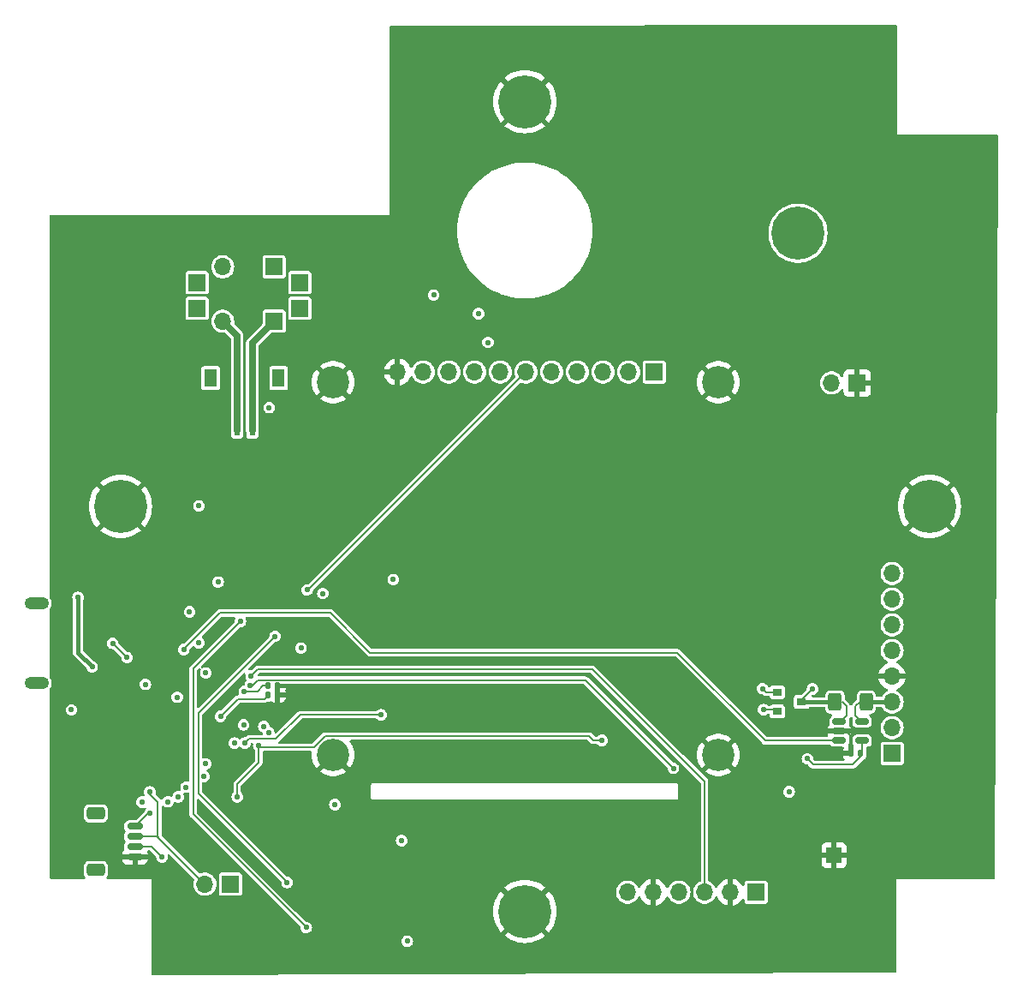
<source format=gbr>
%TF.GenerationSoftware,KiCad,Pcbnew,8.0.4*%
%TF.CreationDate,2024-09-09T11:17:31-04:00*%
%TF.ProjectId,payload_board_rev072,7061796c-6f61-4645-9f62-6f6172645f72,rev?*%
%TF.SameCoordinates,Original*%
%TF.FileFunction,Copper,L4,Bot*%
%TF.FilePolarity,Positive*%
%FSLAX46Y46*%
G04 Gerber Fmt 4.6, Leading zero omitted, Abs format (unit mm)*
G04 Created by KiCad (PCBNEW 8.0.4) date 2024-09-09 11:17:31*
%MOMM*%
%LPD*%
G01*
G04 APERTURE LIST*
G04 Aperture macros list*
%AMRoundRect*
0 Rectangle with rounded corners*
0 $1 Rounding radius*
0 $2 $3 $4 $5 $6 $7 $8 $9 X,Y pos of 4 corners*
0 Add a 4 corners polygon primitive as box body*
4,1,4,$2,$3,$4,$5,$6,$7,$8,$9,$2,$3,0*
0 Add four circle primitives for the rounded corners*
1,1,$1+$1,$2,$3*
1,1,$1+$1,$4,$5*
1,1,$1+$1,$6,$7*
1,1,$1+$1,$8,$9*
0 Add four rect primitives between the rounded corners*
20,1,$1+$1,$2,$3,$4,$5,0*
20,1,$1+$1,$4,$5,$6,$7,0*
20,1,$1+$1,$6,$7,$8,$9,0*
20,1,$1+$1,$8,$9,$2,$3,0*%
G04 Aperture macros list end*
%TA.AperFunction,ComponentPad*%
%ADD10R,1.700000X1.700000*%
%TD*%
%TA.AperFunction,ComponentPad*%
%ADD11O,1.700000X1.700000*%
%TD*%
%TA.AperFunction,ComponentPad*%
%ADD12C,5.250000*%
%TD*%
%TA.AperFunction,ComponentPad*%
%ADD13C,3.200000*%
%TD*%
%TA.AperFunction,ComponentPad*%
%ADD14O,2.416000X1.208000*%
%TD*%
%TA.AperFunction,SMDPad,CuDef*%
%ADD15RoundRect,0.140000X-0.140000X-0.170000X0.140000X-0.170000X0.140000X0.170000X-0.140000X0.170000X0*%
%TD*%
%TA.AperFunction,SMDPad,CuDef*%
%ADD16R,0.600000X1.000000*%
%TD*%
%TA.AperFunction,SMDPad,CuDef*%
%ADD17R,1.250000X1.800000*%
%TD*%
%TA.AperFunction,SMDPad,CuDef*%
%ADD18RoundRect,0.150000X-0.512500X-0.150000X0.512500X-0.150000X0.512500X0.150000X-0.512500X0.150000X0*%
%TD*%
%TA.AperFunction,SMDPad,CuDef*%
%ADD19RoundRect,0.140000X0.140000X0.170000X-0.140000X0.170000X-0.140000X-0.170000X0.140000X-0.170000X0*%
%TD*%
%TA.AperFunction,SMDPad,CuDef*%
%ADD20RoundRect,0.250000X-0.400000X-0.625000X0.400000X-0.625000X0.400000X0.625000X-0.400000X0.625000X0*%
%TD*%
%TA.AperFunction,SMDPad,CuDef*%
%ADD21R,1.500000X1.500000*%
%TD*%
%TA.AperFunction,SMDPad,CuDef*%
%ADD22R,0.900000X0.800000*%
%TD*%
%TA.AperFunction,SMDPad,CuDef*%
%ADD23RoundRect,0.150000X0.625000X-0.150000X0.625000X0.150000X-0.625000X0.150000X-0.625000X-0.150000X0*%
%TD*%
%TA.AperFunction,SMDPad,CuDef*%
%ADD24RoundRect,0.250000X0.650000X-0.350000X0.650000X0.350000X-0.650000X0.350000X-0.650000X-0.350000X0*%
%TD*%
%TA.AperFunction,ViaPad*%
%ADD25C,0.550000*%
%TD*%
%TA.AperFunction,Conductor*%
%ADD26C,0.381000*%
%TD*%
%TA.AperFunction,Conductor*%
%ADD27C,0.152400*%
%TD*%
%TA.AperFunction,Conductor*%
%ADD28C,0.635000*%
%TD*%
G04 APERTURE END LIST*
D10*
%TO.P,J5,1,Pin_1*%
%TO.N,SPI0_MOSI*%
X75800000Y-49700000D03*
D11*
%TO.P,J5,2,Pin_2*%
%TO.N,SPI0_SCK*%
X73260000Y-49700000D03*
%TO.P,J5,3,Pin_3*%
%TO.N,Disp_DC*%
X70720000Y-49700000D03*
%TO.P,J5,4,Pin_4*%
%TO.N,Disp_RST*%
X68180000Y-49700000D03*
%TO.P,J5,5,Pin_5*%
%TO.N,SPI0_CS_DISP*%
X65640000Y-49700000D03*
%TO.P,J5,6,Pin_6*%
%TO.N,SPI0_CS_SD*%
X63100000Y-49700000D03*
%TO.P,J5,7,Pin_7*%
%TO.N,SPI0_MISO*%
X60560000Y-49700000D03*
%TO.P,J5,8,Pin_8*%
%TO.N,SD_IND*%
X58020000Y-49700000D03*
%TO.P,J5,9,Pin_9*%
%TO.N,/3Vo*%
X55480000Y-49700000D03*
%TO.P,J5,10,Pin_10*%
%TO.N,DIN-*%
X52940000Y-49700000D03*
%TO.P,J5,11,Pin_11*%
%TO.N,GND*%
X50400000Y-49700000D03*
%TD*%
D12*
%TO.P,,1,DAT2*%
%TO.N,GND*%
X103000000Y-63000000D03*
%TD*%
D10*
%TO.P,J2,1,Pin_1*%
%TO.N,I2C1_SCL*%
X99314000Y-87376000D03*
D11*
%TO.P,J2,2,Pin_2*%
%TO.N,I2C1_SDA*%
X99314000Y-84836000D03*
%TO.P,J2,3,Pin_3*%
%TO.N,CIN-*%
X99314000Y-82296000D03*
%TO.P,J2,4,Pin_4*%
%TO.N,GND*%
X99314000Y-79756000D03*
%TO.P,J2,5,Pin_5*%
%TO.N,SPI1_SCK_Cam*%
X99314000Y-77216000D03*
%TO.P,J2,6,Pin_6*%
%TO.N,SPI1_MISO_Cam*%
X99314000Y-74676000D03*
%TO.P,J2,7,Pin_7*%
%TO.N,SPI1_MOSI_Cam*%
X99314000Y-72136000D03*
%TO.P,J2,8,Pin_8*%
%TO.N,SPI1_CS_Cam*%
X99314000Y-69596000D03*
%TD*%
D13*
%TO.P,,P$1*%
%TO.N,GND*%
X82127052Y-50714652D03*
%TD*%
D10*
%TO.P,J15,1,Pin_1*%
%TO.N,SWCLK*%
X85852000Y-101092000D03*
D11*
%TO.P,J15,2,Pin_2*%
%TO.N,GND*%
X83312000Y-101092000D03*
%TO.P,J15,3*%
%TO.N,SWDIO*%
X80772000Y-101092000D03*
%TO.P,J15,4*%
%TO.N,UART1_TX*%
X78232000Y-101092000D03*
%TO.P,J15,5*%
%TO.N,GND*%
X75692000Y-101092000D03*
%TO.P,J15,6*%
%TO.N,UART1_RX*%
X73152000Y-101092000D03*
%TD*%
D10*
%TO.P,J_Burn,1*%
%TO.N,BGND*%
X38188800Y-39318800D03*
X40728800Y-40878800D03*
X40728800Y-43418800D03*
X38188800Y-44688800D03*
D11*
%TO.P,J_Burn,2*%
%TO.N,BPWR*%
X33108800Y-39318800D03*
D10*
X30568800Y-40878800D03*
X30568800Y-43418800D03*
D11*
X33108800Y-44688800D03*
%TD*%
D12*
%TO.P,,1,In*%
%TO.N,N/C*%
X90000000Y-36000000D03*
%TD*%
D10*
%TO.P,J12,1,Pin_1*%
%TO.N,GND*%
X95865000Y-50780000D03*
D11*
%TO.P,J12,2,Pin_2*%
%TO.N,+3.3V*%
X93325000Y-50780000D03*
%TD*%
D12*
%TO.P,,1,Pin_1*%
%TO.N,GND*%
X23000000Y-63000000D03*
%TD*%
D10*
%TO.P,J12,1,Pin_1*%
%TO.N,Break_SCL*%
X33885000Y-100320000D03*
D11*
%TO.P,J12,2,Pin_2*%
%TO.N,Break_SDA*%
X31345000Y-100320000D03*
%TD*%
D14*
%TO.P,J7,SH1*%
%TO.N,N/C*%
X14700000Y-72567500D03*
%TO.P,J7,SH6*%
X14700000Y-80467500D03*
%TD*%
D12*
%TO.P,J2,1,VTref*%
%TO.N,GND*%
X63000000Y-103000000D03*
%TD*%
D13*
%TO.P,,P$1*%
%TO.N,GND*%
X44027052Y-87544652D03*
%TD*%
%TO.P,,P$1*%
%TO.N,GND*%
X44027052Y-50714652D03*
%TD*%
%TO.P,,P$1*%
%TO.N,GND*%
X82127052Y-87544652D03*
%TD*%
D15*
%TO.P,C10,1,1*%
%TO.N,+3.3V*%
X37590000Y-81650000D03*
%TO.P,C10,2,2*%
%TO.N,GND*%
X38550000Y-81650000D03*
%TD*%
D16*
%TO.P,J8,1,Pin_1*%
%TO.N,BPWR*%
X34531200Y-55488100D03*
%TO.P,J8,2,Pin_2*%
%TO.N,BGND*%
X36031200Y-55488100D03*
D17*
%TO.P,J8,S1*%
%TO.N,N/C*%
X31926200Y-50298100D03*
%TO.P,J8,S2*%
X38636200Y-50298100D03*
%TD*%
D18*
%TO.P,U4,1*%
%TO.N,ADC1*%
X94082500Y-86142000D03*
%TO.P,U4,2,GND*%
%TO.N,GND*%
X94082500Y-85192000D03*
%TO.P,U4,3,+*%
%TO.N,Cam_3.3v*%
X94082500Y-84242000D03*
%TO.P,U4,4,-*%
%TO.N,CIN-*%
X96357500Y-84242000D03*
%TO.P,U4,5,V+*%
%TO.N,Cam_3.3v*%
X96357500Y-86142000D03*
%TD*%
D19*
%TO.P,C4,1,1*%
%TO.N,GND*%
X38550000Y-80725000D03*
%TO.P,C4,2,2*%
%TO.N,1.2V*%
X37590000Y-80725000D03*
%TD*%
D20*
%TO.P,R14,1,1*%
%TO.N,Cam_3.3v*%
X93670000Y-82321800D03*
%TO.P,R14,2,2*%
%TO.N,CIN-*%
X96770000Y-82321800D03*
%TD*%
D21*
%TO.P,TGND3,1,P$1*%
%TO.N,GND*%
X93580000Y-97440000D03*
%TD*%
D22*
%TO.P,Q1,1,G*%
%TO.N,Cam_RST*%
X87954000Y-83246000D03*
%TO.P,Q1,2,S*%
%TO.N,+3.3V*%
X87954000Y-81346000D03*
%TO.P,Q1,3,D*%
%TO.N,Cam_3.3v*%
X90354000Y-82296000D03*
%TD*%
D23*
%TO.P,J6,1,1*%
%TO.N,GND*%
X24440000Y-97610000D03*
%TO.P,J6,2,2*%
%TO.N,+3.3V*%
X24440000Y-96610000D03*
%TO.P,J6,3,3*%
%TO.N,Break_SDA*%
X24440000Y-95610000D03*
%TO.P,J6,4,4*%
%TO.N,Break_SCL*%
X24440000Y-94610000D03*
D24*
%TO.P,J6,MP*%
%TO.N,N/C*%
X20565000Y-98910000D03*
X20565000Y-93310000D03*
%TD*%
D15*
%TO.P,C17,1,1*%
%TO.N,GND*%
X95250000Y-87376000D03*
%TO.P,C17,2,2*%
%TO.N,Cam_3.3v*%
X96210000Y-87376000D03*
%TD*%
D12*
%TO.P,J5,1,Pin_1*%
%TO.N,GND*%
X63000000Y-23000000D03*
%TD*%
D25*
%TO.N,GND*%
X22910000Y-46020000D03*
X19280000Y-96560000D03*
%TO.N,Cam_3.3v*%
X90930040Y-87917700D03*
%TO.N,GND*%
X25460000Y-98880000D03*
X35970000Y-82940000D03*
X24830000Y-85470000D03*
X28150000Y-88140000D03*
%TO.N,/~{RESET}*%
X38290000Y-75820000D03*
%TO.N,+3.3V*%
X32650000Y-70450000D03*
X40860000Y-76970000D03*
X51370000Y-105940000D03*
X86500000Y-80990000D03*
X27100000Y-97620000D03*
X18150000Y-83090000D03*
X25460000Y-80570000D03*
X31430000Y-79440000D03*
X59340000Y-46780000D03*
X53970000Y-42090000D03*
X37700000Y-53230000D03*
%TO.N,GND*%
X34090000Y-88690000D03*
%TO.N,1.2V*%
X35250000Y-81250000D03*
X28610000Y-81840000D03*
%TO.N,Break_SDA*%
X25900000Y-91190000D03*
%TO.N,Break_SCL*%
X25900000Y-93330000D03*
%TO.N,I2C1_SDA*%
X50800000Y-96010000D03*
X27680000Y-92170000D03*
X89130000Y-91180000D03*
%TO.N,I2C1_SCL*%
X28710000Y-91680000D03*
%TO.N,Cam_RST*%
X70620000Y-86100000D03*
X34540000Y-91680000D03*
X36670000Y-86600000D03*
X86600000Y-83060000D03*
%TO.N,SPI1_SCK_Cam*%
X34270000Y-86360000D03*
%TO.N,SPI1_MOSI_Cam*%
X35300000Y-86380000D03*
X48770000Y-83570000D03*
%TO.N,Disp_RST*%
X31420000Y-88420000D03*
%TO.N,/USBBOOT*%
X35170000Y-84570000D03*
X25140000Y-92200000D03*
%TO.N,Disp_DC*%
X37660000Y-85340000D03*
%TO.N,SWCLK*%
X35820000Y-80650000D03*
X77690000Y-88870000D03*
%TO.N,SWDIO*%
X35920000Y-79710000D03*
%TO.N,/~{RESET}*%
X39470000Y-100140000D03*
%TO.N,SPI0_MISO*%
X43010000Y-71590000D03*
%TO.N,SPI0_CS_SD*%
X41450000Y-71240000D03*
%TO.N,SPI0_SCK*%
X49970000Y-70200000D03*
%TO.N,WDT_WDI*%
X41370000Y-104600000D03*
X34860000Y-74350000D03*
%TO.N,ADC0*%
X58410000Y-43940000D03*
X29830000Y-73400000D03*
%TO.N,ADC1*%
X29260000Y-77130000D03*
%TO.N,Cam_3.3v*%
X91440000Y-81020000D03*
%TO.N,+3.3V*%
X32890000Y-83730000D03*
%TO.N,SD_IND*%
X37170000Y-84740000D03*
%TO.N,VBUS*%
X20200000Y-78850000D03*
X18800000Y-71980000D03*
%TO.N,/D+*%
X23640000Y-77910000D03*
X22220000Y-76520000D03*
%TO.N,UART1_TX*%
X29480000Y-90730000D03*
%TO.N,UART1_RX*%
X31240000Y-89660000D03*
X44200000Y-92450000D03*
%TO.N,Net-(IC1-GPIO25)*%
X30740000Y-76450000D03*
X30750000Y-62930000D03*
%TD*%
D26*
%TO.N,VBUS*%
X18800000Y-77450000D02*
X18800000Y-71980000D01*
X20200000Y-78850000D02*
X18800000Y-77450000D01*
D27*
%TO.N,Cam_3.3v*%
X91502340Y-88490000D02*
X90930040Y-87917700D01*
X95450000Y-88490000D02*
X91502340Y-88490000D01*
X96210000Y-87730000D02*
X95450000Y-88490000D01*
X96210000Y-87376000D02*
X96210000Y-87730000D01*
%TO.N,/~{RESET}*%
X39470000Y-100100000D02*
X39470000Y-100140000D01*
X30698300Y-91328300D02*
X39470000Y-100100000D01*
X30698300Y-83411700D02*
X30698300Y-91328300D01*
X38290000Y-75820000D02*
X30698300Y-83411700D01*
%TO.N,+3.3V*%
X86856000Y-81346000D02*
X86500000Y-80990000D01*
X87954000Y-81346000D02*
X86856000Y-81346000D01*
%TO.N,Cam_RST*%
X69796000Y-86106000D02*
X70612000Y-86106000D01*
X69367952Y-85677952D02*
X69796000Y-86106000D01*
X43253839Y-85677952D02*
X69367952Y-85677952D01*
X42160352Y-86771439D02*
X43253839Y-85677952D01*
X42160352Y-86790000D02*
X42160352Y-86771439D01*
X34544000Y-90424000D02*
X36680000Y-88288000D01*
X34544000Y-91676000D02*
X34544000Y-90424000D01*
X36680000Y-88288000D02*
X36680000Y-86600000D01*
X34540000Y-91680000D02*
X34544000Y-91676000D01*
X36680000Y-86600000D02*
X36870000Y-86790000D01*
X36870000Y-86790000D02*
X42160352Y-86790000D01*
%TO.N,+3.3V*%
X26090000Y-96610000D02*
X27100000Y-97620000D01*
X24440000Y-96610000D02*
X26090000Y-96610000D01*
%TO.N,GND*%
X94744999Y-85192000D02*
X95250000Y-85697001D01*
X95250000Y-85697001D02*
X95250000Y-87376000D01*
X94082500Y-85192000D02*
X94744999Y-85192000D01*
%TO.N,1.2V*%
X37045000Y-80725000D02*
X37590000Y-80725000D01*
X35260000Y-81240000D02*
X36530000Y-81240000D01*
X36530000Y-81240000D02*
X37045000Y-80725000D01*
X35250000Y-81250000D02*
X35260000Y-81240000D01*
%TO.N,Break_SDA*%
X26782500Y-95757500D02*
X31345000Y-100320000D01*
X26700000Y-95675000D02*
X26782500Y-95757500D01*
X25908000Y-91408000D02*
X26700000Y-92200000D01*
X26635000Y-95610000D02*
X24440000Y-95610000D01*
X26727500Y-95702500D02*
X26782500Y-95757500D01*
X26727500Y-95702500D02*
X26635000Y-95610000D01*
X25900000Y-91190000D02*
X25908000Y-91408000D01*
X26700000Y-92200000D02*
X26700000Y-95675000D01*
%TO.N,Break_SCL*%
X25900000Y-93330000D02*
X25720000Y-93330000D01*
X25720000Y-93330000D02*
X24440000Y-94610000D01*
%TO.N,Cam_RST*%
X86614000Y-83058000D02*
X87766000Y-83058000D01*
X87766000Y-83058000D02*
X87954000Y-83246000D01*
%TO.N,SPI1_MOSI_Cam*%
X48768000Y-83566000D02*
X40774000Y-83566000D01*
X38370000Y-85970000D02*
X35706000Y-85970000D01*
X40774000Y-83566000D02*
X38370000Y-85970000D01*
X35706000Y-85970000D02*
X35306000Y-86370000D01*
%TO.N,SWCLK*%
X35820001Y-80649999D02*
X36055067Y-80649999D01*
X35820000Y-80650000D02*
X35820001Y-80649999D01*
X68972300Y-80148300D02*
X77690000Y-88866000D01*
X36055067Y-80649999D02*
X36556766Y-80148300D01*
X36556766Y-80148300D02*
X68972300Y-80148300D01*
X77690000Y-88866000D02*
X77690000Y-88870000D01*
%TO.N,SWDIO*%
X35920000Y-79730000D02*
X36570000Y-79080000D01*
X36570000Y-79080000D02*
X69682000Y-79080000D01*
X80772000Y-90170000D02*
X80772000Y-101092000D01*
X69682000Y-79080000D02*
X80772000Y-90170000D01*
%TO.N,SPI0_CS_SD*%
X41450000Y-71240000D02*
X41560000Y-71240000D01*
X41560000Y-71240000D02*
X63100000Y-49700000D01*
%TO.N,WDT_WDI*%
X34860000Y-74350000D02*
X34860000Y-74360000D01*
X34860000Y-74360000D02*
X30190000Y-79030000D01*
X30190000Y-93410000D02*
X41370000Y-104590000D01*
X30190000Y-79030000D02*
X30190000Y-93410000D01*
%TO.N,ADC1*%
X32850960Y-73510000D02*
X43776960Y-73510000D01*
X47696960Y-77430000D02*
X78070000Y-77430000D01*
X29260000Y-77130000D02*
X29240000Y-77120960D01*
X29240000Y-77120960D02*
X32850960Y-73510000D01*
X43776960Y-73510000D02*
X47696960Y-77430000D01*
X86782000Y-86142000D02*
X94082500Y-86142000D01*
X78070000Y-77430000D02*
X86782000Y-86142000D01*
D26*
%TO.N,Cam_3.3v*%
X90379800Y-82321800D02*
X90354000Y-82296000D01*
D27*
X94813600Y-82753600D02*
X94813600Y-83668000D01*
X94381800Y-82321800D02*
X94813600Y-82753600D01*
X90354000Y-82112000D02*
X90354000Y-82296000D01*
X96357500Y-86142000D02*
X96357500Y-87228500D01*
X91440000Y-81026000D02*
X90354000Y-82112000D01*
D26*
X93670000Y-82321800D02*
X90379800Y-82321800D01*
D27*
X94813600Y-83668000D02*
X94239600Y-84242000D01*
%TO.N,+3.3V*%
X37210000Y-82030000D02*
X34590000Y-82030000D01*
X37590000Y-81650000D02*
X37210000Y-82030000D01*
X34590000Y-82030000D02*
X32890000Y-83730000D01*
%TO.N,/D+*%
X22252500Y-76522500D02*
X22230000Y-76522500D01*
X23640000Y-77910000D02*
X22252500Y-76522500D01*
D28*
%TO.N,BGND*%
X36031200Y-46846400D02*
X38188800Y-44688800D01*
X36031200Y-55488100D02*
X36031200Y-46846400D01*
%TO.N,BPWR*%
X33108800Y-44688800D02*
X34531200Y-46111200D01*
X34531200Y-46111200D02*
X34531200Y-55488100D01*
D26*
%TO.N,CIN-*%
X96795800Y-82296000D02*
X96770000Y-82321800D01*
D27*
X95702600Y-83668000D02*
X96276600Y-84242000D01*
X96134400Y-82321800D02*
X95702600Y-82753600D01*
D26*
X99080000Y-82296000D02*
X96795800Y-82296000D01*
D27*
X95702600Y-82753600D02*
X95702600Y-83668000D01*
%TD*%
%TA.AperFunction,Conductor*%
%TO.N,GND*%
G36*
X99752734Y-15400909D02*
G01*
X99798643Y-15453579D01*
X99810000Y-15505420D01*
X99810000Y-26210000D01*
X99840000Y-26240000D01*
X109659453Y-26240000D01*
X109726492Y-26259685D01*
X109772247Y-26312489D01*
X109783452Y-26364534D01*
X109467515Y-99706534D01*
X109447542Y-99773488D01*
X109394541Y-99819015D01*
X109343516Y-99830000D01*
X99789999Y-99830000D01*
X99770000Y-99849999D01*
X99770000Y-108946177D01*
X99750315Y-109013216D01*
X99697511Y-109058971D01*
X99646433Y-109070176D01*
X26204433Y-109326544D01*
X26137325Y-109307094D01*
X26091386Y-109254450D01*
X26080000Y-109202545D01*
X26080000Y-105939998D01*
X50796221Y-105939998D01*
X50796221Y-105940001D01*
X50815771Y-106088503D01*
X50815773Y-106088508D01*
X50873090Y-106226885D01*
X50873090Y-106226886D01*
X50873092Y-106226889D01*
X50873093Y-106226890D01*
X50964277Y-106345723D01*
X51083110Y-106436907D01*
X51083113Y-106436908D01*
X51083114Y-106436909D01*
X51152302Y-106465567D01*
X51221495Y-106494228D01*
X51295747Y-106504003D01*
X51369999Y-106513779D01*
X51370000Y-106513779D01*
X51370001Y-106513779D01*
X51419501Y-106507262D01*
X51518505Y-106494228D01*
X51656885Y-106436909D01*
X51656886Y-106436909D01*
X51656886Y-106436908D01*
X51656890Y-106436907D01*
X51775723Y-106345723D01*
X51866907Y-106226890D01*
X51924228Y-106088505D01*
X51943779Y-105940000D01*
X51924228Y-105791495D01*
X51866907Y-105653111D01*
X51775723Y-105534277D01*
X51656890Y-105443093D01*
X51656887Y-105443092D01*
X51656885Y-105443090D01*
X51518508Y-105385773D01*
X51518503Y-105385771D01*
X51370001Y-105366221D01*
X51369999Y-105366221D01*
X51221496Y-105385771D01*
X51221494Y-105385772D01*
X51083111Y-105443092D01*
X50964277Y-105534277D01*
X50873092Y-105653111D01*
X50815772Y-105791494D01*
X50815771Y-105791496D01*
X50796221Y-105939998D01*
X26080000Y-105939998D01*
X26080000Y-99790000D01*
X25852674Y-99790000D01*
X25842674Y-99790000D01*
X21745306Y-99790000D01*
X21678267Y-99770315D01*
X21632512Y-99717511D01*
X21622568Y-99648353D01*
X21646502Y-99591075D01*
X21680625Y-99546076D01*
X21693527Y-99529062D01*
X21748374Y-99389980D01*
X21758870Y-99302577D01*
X21758869Y-98517424D01*
X21748374Y-98430020D01*
X21693527Y-98290938D01*
X21605024Y-98174228D01*
X21603190Y-98171809D01*
X21484064Y-98081474D01*
X21484058Y-98081471D01*
X21344981Y-98026626D01*
X21334054Y-98025314D01*
X21257577Y-98016130D01*
X21257570Y-98016130D01*
X19872429Y-98016130D01*
X19785020Y-98026625D01*
X19785016Y-98026627D01*
X19645941Y-98081471D01*
X19645935Y-98081474D01*
X19526809Y-98171809D01*
X19436474Y-98290935D01*
X19436471Y-98290941D01*
X19381626Y-98430018D01*
X19381626Y-98430020D01*
X19371130Y-98517423D01*
X19371130Y-98517428D01*
X19371130Y-98517429D01*
X19371130Y-99302570D01*
X19381625Y-99389979D01*
X19381627Y-99389983D01*
X19436471Y-99529058D01*
X19436474Y-99529064D01*
X19483498Y-99591075D01*
X19508321Y-99656387D01*
X19493893Y-99724751D01*
X19444795Y-99774462D01*
X19384694Y-99790000D01*
X16134000Y-99790000D01*
X16066961Y-99770315D01*
X16021206Y-99717511D01*
X16010000Y-99666000D01*
X16010000Y-97860001D01*
X23167704Y-97860001D01*
X23167899Y-97862486D01*
X23213718Y-98020198D01*
X23297314Y-98161552D01*
X23297321Y-98161561D01*
X23413438Y-98277678D01*
X23413447Y-98277685D01*
X23554803Y-98361282D01*
X23554806Y-98361283D01*
X23712504Y-98407099D01*
X23712510Y-98407100D01*
X23749350Y-98409999D01*
X23749366Y-98410000D01*
X24190000Y-98410000D01*
X24690000Y-98410000D01*
X25130634Y-98410000D01*
X25130649Y-98409999D01*
X25167489Y-98407100D01*
X25167495Y-98407099D01*
X25325193Y-98361283D01*
X25325196Y-98361282D01*
X25466552Y-98277685D01*
X25466561Y-98277678D01*
X25582678Y-98161561D01*
X25582685Y-98161552D01*
X25666281Y-98020198D01*
X25712100Y-97862486D01*
X25712295Y-97860001D01*
X25712295Y-97860000D01*
X24690000Y-97860000D01*
X24690000Y-98410000D01*
X24190000Y-98410000D01*
X24190000Y-97860000D01*
X23167705Y-97860000D01*
X23167704Y-97860001D01*
X16010000Y-97860001D01*
X16010000Y-97359998D01*
X23167704Y-97359998D01*
X23167705Y-97360000D01*
X25712295Y-97360000D01*
X25712295Y-97359998D01*
X25712100Y-97357513D01*
X25666280Y-97199799D01*
X25646996Y-97167190D01*
X25629813Y-97099466D01*
X25651973Y-97033204D01*
X25706440Y-96989441D01*
X25753728Y-96980070D01*
X25885350Y-96980070D01*
X25952389Y-96999755D01*
X25973031Y-97016389D01*
X26489902Y-97533260D01*
X26523387Y-97594583D01*
X26525669Y-97615813D01*
X26545772Y-97768504D01*
X26545773Y-97768508D01*
X26603090Y-97906885D01*
X26603090Y-97906886D01*
X26603092Y-97906889D01*
X26603093Y-97906890D01*
X26694277Y-98025723D01*
X26813110Y-98116907D01*
X26813113Y-98116908D01*
X26813114Y-98116909D01*
X26882302Y-98145567D01*
X26951495Y-98174228D01*
X27025747Y-98184003D01*
X27099999Y-98193779D01*
X27100000Y-98193779D01*
X27100001Y-98193779D01*
X27149501Y-98187262D01*
X27248505Y-98174228D01*
X27386885Y-98116909D01*
X27386886Y-98116909D01*
X27386886Y-98116908D01*
X27386890Y-98116907D01*
X27505723Y-98025723D01*
X27596907Y-97906890D01*
X27654228Y-97768505D01*
X27673779Y-97620000D01*
X27654228Y-97471495D01*
X27654227Y-97471493D01*
X27653557Y-97466402D01*
X27664322Y-97397366D01*
X27710702Y-97345110D01*
X27777971Y-97326225D01*
X27844772Y-97346706D01*
X27864177Y-97362535D01*
X30254879Y-99753237D01*
X30288364Y-99814560D01*
X30283380Y-99884252D01*
X30278201Y-99896185D01*
X30273805Y-99905014D01*
X30273799Y-99905027D01*
X30215790Y-100108911D01*
X30215789Y-100108914D01*
X30196230Y-100319999D01*
X30196230Y-100320000D01*
X30215789Y-100531085D01*
X30215790Y-100531087D01*
X30273802Y-100734979D01*
X30273808Y-100734994D01*
X30368292Y-100924743D01*
X30368297Y-100924751D01*
X30496050Y-101093923D01*
X30627648Y-101213890D01*
X30652711Y-101236738D01*
X30832949Y-101348337D01*
X31030624Y-101424916D01*
X31239005Y-101463870D01*
X31239008Y-101463870D01*
X31450992Y-101463870D01*
X31450995Y-101463870D01*
X31659376Y-101424916D01*
X31857051Y-101348337D01*
X32037289Y-101236738D01*
X32193951Y-101093921D01*
X32321704Y-100924749D01*
X32416196Y-100734984D01*
X32474210Y-100531086D01*
X32493659Y-100321191D01*
X32493967Y-100320416D01*
X32493659Y-100318806D01*
X32493591Y-100318076D01*
X32493179Y-100313634D01*
X32739288Y-100313634D01*
X32741130Y-100332634D01*
X32741130Y-101213864D01*
X32741132Y-101213890D01*
X32743979Y-101238443D01*
X32743981Y-101238447D01*
X32788355Y-101338947D01*
X32788358Y-101338951D01*
X32788359Y-101338953D01*
X32866047Y-101416641D01*
X32966553Y-101461019D01*
X32991127Y-101463870D01*
X34778872Y-101463869D01*
X34778887Y-101463867D01*
X34778890Y-101463867D01*
X34803443Y-101461020D01*
X34803444Y-101461019D01*
X34803447Y-101461019D01*
X34885217Y-101424914D01*
X34903947Y-101416644D01*
X34903948Y-101416643D01*
X34903953Y-101416641D01*
X34981641Y-101338953D01*
X35026019Y-101238447D01*
X35028870Y-101213873D01*
X35028869Y-99426128D01*
X35028867Y-99426109D01*
X35026020Y-99401556D01*
X35026019Y-99401554D01*
X35026019Y-99401553D01*
X34982317Y-99302577D01*
X34981644Y-99301052D01*
X34981642Y-99301049D01*
X34981641Y-99301047D01*
X34903953Y-99223359D01*
X34871794Y-99209159D01*
X34803448Y-99178981D01*
X34778873Y-99176130D01*
X32991135Y-99176130D01*
X32991109Y-99176132D01*
X32966556Y-99178979D01*
X32966552Y-99178981D01*
X32866052Y-99223355D01*
X32866044Y-99223361D01*
X32788361Y-99301044D01*
X32788357Y-99301051D01*
X32743981Y-99401550D01*
X32743981Y-99401552D01*
X32741130Y-99426125D01*
X32741130Y-100307365D01*
X32739288Y-100313634D01*
X32493179Y-100313634D01*
X32474210Y-100108914D01*
X32416196Y-99905016D01*
X32398798Y-99870076D01*
X32321707Y-99715256D01*
X32321702Y-99715248D01*
X32193949Y-99546076D01*
X32037290Y-99403263D01*
X32037289Y-99403262D01*
X31857051Y-99291663D01*
X31857049Y-99291662D01*
X31659379Y-99215085D01*
X31659378Y-99215084D01*
X31659376Y-99215084D01*
X31450995Y-99176130D01*
X31239005Y-99176130D01*
X31030624Y-99215084D01*
X31030622Y-99215084D01*
X31030620Y-99215085D01*
X30985525Y-99232555D01*
X30913387Y-99260501D01*
X30843764Y-99266363D01*
X30782024Y-99233653D01*
X30780913Y-99232555D01*
X27106389Y-95558031D01*
X27072904Y-95496708D01*
X27070070Y-95470350D01*
X27070070Y-92670476D01*
X27089755Y-92603437D01*
X27142559Y-92557682D01*
X27211717Y-92547738D01*
X27269557Y-92572100D01*
X27274274Y-92575720D01*
X27274277Y-92575723D01*
X27393110Y-92666907D01*
X27393113Y-92666908D01*
X27393114Y-92666909D01*
X27401726Y-92670476D01*
X27531495Y-92724228D01*
X27605747Y-92734003D01*
X27679999Y-92743779D01*
X27680000Y-92743779D01*
X27680001Y-92743779D01*
X27732365Y-92736885D01*
X27828505Y-92724228D01*
X27966885Y-92666909D01*
X27966886Y-92666909D01*
X27966886Y-92666908D01*
X27966890Y-92666907D01*
X28085723Y-92575723D01*
X28176907Y-92456890D01*
X28234228Y-92318505D01*
X28240672Y-92269552D01*
X28268938Y-92205657D01*
X28327262Y-92167185D01*
X28397127Y-92166353D01*
X28415480Y-92174085D01*
X28415600Y-92173797D01*
X28515564Y-92215203D01*
X28561495Y-92234228D01*
X28635747Y-92244003D01*
X28709999Y-92253779D01*
X28710000Y-92253779D01*
X28710001Y-92253779D01*
X28759501Y-92247262D01*
X28858505Y-92234228D01*
X28996885Y-92176909D01*
X28996886Y-92176909D01*
X28996886Y-92176908D01*
X28996890Y-92176907D01*
X29115723Y-92085723D01*
X29206907Y-91966890D01*
X29264228Y-91828505D01*
X29283779Y-91680000D01*
X29264228Y-91531495D01*
X29234208Y-91459022D01*
X29226740Y-91389556D01*
X29258015Y-91327077D01*
X29318103Y-91291424D01*
X29364954Y-91288633D01*
X29408563Y-91294374D01*
X29479999Y-91303779D01*
X29480000Y-91303779D01*
X29480001Y-91303779D01*
X29529501Y-91297262D01*
X29628505Y-91284228D01*
X29648478Y-91275954D01*
X29717947Y-91268486D01*
X29780426Y-91299761D01*
X29816078Y-91359850D01*
X29819930Y-91390516D01*
X29819930Y-93458721D01*
X29845150Y-93552842D01*
X29860409Y-93579270D01*
X29860410Y-93579274D01*
X29860411Y-93579274D01*
X29893869Y-93637226D01*
X29893871Y-93637229D01*
X40760010Y-104503368D01*
X40793495Y-104564691D01*
X40794635Y-104591873D01*
X40796221Y-104591873D01*
X40796221Y-104600001D01*
X40815771Y-104748503D01*
X40815773Y-104748508D01*
X40873090Y-104886885D01*
X40873090Y-104886886D01*
X40873092Y-104886889D01*
X40873093Y-104886890D01*
X40964277Y-105005723D01*
X41083110Y-105096907D01*
X41083113Y-105096908D01*
X41083114Y-105096909D01*
X41152302Y-105125567D01*
X41221495Y-105154228D01*
X41295747Y-105164003D01*
X41369999Y-105173779D01*
X41370000Y-105173779D01*
X41370001Y-105173779D01*
X41419501Y-105167262D01*
X41518505Y-105154228D01*
X41656885Y-105096909D01*
X41656886Y-105096909D01*
X41656886Y-105096908D01*
X41656890Y-105096907D01*
X41775723Y-105005723D01*
X41866907Y-104886890D01*
X41924228Y-104748505D01*
X41943779Y-104600000D01*
X41939130Y-104564691D01*
X41924228Y-104451496D01*
X41924228Y-104451495D01*
X41866907Y-104313111D01*
X41775723Y-104194277D01*
X41656890Y-104103093D01*
X41656887Y-104103092D01*
X41656885Y-104103090D01*
X41518508Y-104045773D01*
X41518506Y-104045772D01*
X41518505Y-104045772D01*
X41489668Y-104041975D01*
X41365181Y-104025586D01*
X41301285Y-103997319D01*
X41293686Y-103990328D01*
X40303358Y-103000000D01*
X59870076Y-103000000D01*
X59889755Y-103350435D01*
X59889757Y-103350447D01*
X59948549Y-103696470D01*
X59948551Y-103696479D01*
X60045716Y-104033745D01*
X60180032Y-104358016D01*
X60180034Y-104358020D01*
X60349818Y-104665220D01*
X60552928Y-104951477D01*
X60619960Y-105026485D01*
X61795238Y-103851207D01*
X61874933Y-103960898D01*
X62039102Y-104125067D01*
X62148791Y-104204760D01*
X60973513Y-105380038D01*
X61048522Y-105447071D01*
X61334779Y-105650181D01*
X61641979Y-105819965D01*
X61641983Y-105819967D01*
X61966254Y-105954283D01*
X62303520Y-106051448D01*
X62303529Y-106051450D01*
X62649552Y-106110242D01*
X62649564Y-106110244D01*
X63000000Y-106129923D01*
X63350435Y-106110244D01*
X63350447Y-106110242D01*
X63696470Y-106051450D01*
X63696479Y-106051448D01*
X64033745Y-105954283D01*
X64358016Y-105819967D01*
X64358020Y-105819965D01*
X64665220Y-105650181D01*
X64951477Y-105447071D01*
X65026485Y-105380038D01*
X63851208Y-104204761D01*
X63960898Y-104125067D01*
X64125067Y-103960898D01*
X64204761Y-103851208D01*
X65380038Y-105026485D01*
X65447071Y-104951477D01*
X65650181Y-104665220D01*
X65819965Y-104358020D01*
X65819967Y-104358016D01*
X65954283Y-104033745D01*
X66051448Y-103696479D01*
X66051450Y-103696470D01*
X66110242Y-103350447D01*
X66110244Y-103350435D01*
X66129923Y-103000000D01*
X66110244Y-102649564D01*
X66110242Y-102649552D01*
X66051450Y-102303529D01*
X66051448Y-102303520D01*
X65954283Y-101966254D01*
X65819967Y-101641983D01*
X65819965Y-101641979D01*
X65650181Y-101334779D01*
X65477920Y-101091999D01*
X72003230Y-101091999D01*
X72003230Y-101092000D01*
X72022789Y-101303085D01*
X72022790Y-101303087D01*
X72080802Y-101506979D01*
X72080808Y-101506994D01*
X72175292Y-101696743D01*
X72175297Y-101696751D01*
X72303050Y-101865923D01*
X72434648Y-101985890D01*
X72459711Y-102008738D01*
X72639949Y-102120337D01*
X72837624Y-102196916D01*
X73046005Y-102235870D01*
X73046008Y-102235870D01*
X73257992Y-102235870D01*
X73257995Y-102235870D01*
X73466376Y-102196916D01*
X73664051Y-102120337D01*
X73844289Y-102008738D01*
X74000951Y-101865921D01*
X74128704Y-101696749D01*
X74155976Y-101641979D01*
X74197742Y-101558103D01*
X74245245Y-101506866D01*
X74312908Y-101489445D01*
X74379248Y-101511371D01*
X74421124Y-101560970D01*
X74518399Y-101769578D01*
X74653894Y-101963082D01*
X74820917Y-102130105D01*
X75014421Y-102265600D01*
X75228507Y-102365429D01*
X75228516Y-102365433D01*
X75442000Y-102422634D01*
X75442000Y-101525012D01*
X75499007Y-101557925D01*
X75626174Y-101592000D01*
X75757826Y-101592000D01*
X75884993Y-101557925D01*
X75942000Y-101525012D01*
X75942000Y-102422633D01*
X76155483Y-102365433D01*
X76155492Y-102365429D01*
X76369578Y-102265600D01*
X76563082Y-102130105D01*
X76730105Y-101963082D01*
X76865600Y-101769577D01*
X76865601Y-101769575D01*
X76962875Y-101560971D01*
X77009047Y-101508531D01*
X77076240Y-101489379D01*
X77143122Y-101509595D01*
X77186257Y-101558103D01*
X77255292Y-101696743D01*
X77255297Y-101696751D01*
X77383050Y-101865923D01*
X77514648Y-101985890D01*
X77539711Y-102008738D01*
X77719949Y-102120337D01*
X77917624Y-102196916D01*
X78126005Y-102235870D01*
X78126008Y-102235870D01*
X78337992Y-102235870D01*
X78337995Y-102235870D01*
X78546376Y-102196916D01*
X78744051Y-102120337D01*
X78924289Y-102008738D01*
X79080951Y-101865921D01*
X79208704Y-101696749D01*
X79303196Y-101506984D01*
X79361210Y-101303086D01*
X79378529Y-101116183D01*
X79387399Y-101093845D01*
X79380307Y-101080182D01*
X79378529Y-101067815D01*
X79361210Y-100880914D01*
X79361209Y-100880912D01*
X79303197Y-100677020D01*
X79303196Y-100677016D01*
X79303191Y-100677005D01*
X79208707Y-100487256D01*
X79208702Y-100487248D01*
X79080949Y-100318076D01*
X78924290Y-100175263D01*
X78924289Y-100175262D01*
X78744051Y-100063663D01*
X78744049Y-100063662D01*
X78546379Y-99987085D01*
X78546378Y-99987084D01*
X78546376Y-99987084D01*
X78337995Y-99948130D01*
X78126005Y-99948130D01*
X77917624Y-99987084D01*
X77917622Y-99987084D01*
X77917620Y-99987085D01*
X77719950Y-100063662D01*
X77719948Y-100063663D01*
X77539709Y-100175263D01*
X77383050Y-100318076D01*
X77255297Y-100487248D01*
X77255295Y-100487252D01*
X77186257Y-100625897D01*
X77138753Y-100677133D01*
X77071090Y-100694554D01*
X77004750Y-100672628D01*
X76962875Y-100623029D01*
X76865600Y-100414422D01*
X76865599Y-100414420D01*
X76730113Y-100220926D01*
X76730108Y-100220920D01*
X76563082Y-100053894D01*
X76369578Y-99918399D01*
X76155492Y-99818570D01*
X76155486Y-99818567D01*
X75942000Y-99761364D01*
X75942000Y-100658988D01*
X75884993Y-100626075D01*
X75757826Y-100592000D01*
X75626174Y-100592000D01*
X75499007Y-100626075D01*
X75442000Y-100658988D01*
X75442000Y-99761364D01*
X75441999Y-99761364D01*
X75228513Y-99818567D01*
X75228507Y-99818570D01*
X75014422Y-99918399D01*
X75014420Y-99918400D01*
X74820926Y-100053886D01*
X74820920Y-100053891D01*
X74653891Y-100220920D01*
X74653886Y-100220926D01*
X74518400Y-100414420D01*
X74518399Y-100414422D01*
X74421124Y-100623029D01*
X74374951Y-100675468D01*
X74307758Y-100694620D01*
X74240877Y-100674404D01*
X74197742Y-100625896D01*
X74128707Y-100487256D01*
X74128702Y-100487248D01*
X74000949Y-100318076D01*
X73844290Y-100175263D01*
X73844289Y-100175262D01*
X73664051Y-100063663D01*
X73664049Y-100063662D01*
X73466379Y-99987085D01*
X73466378Y-99987084D01*
X73466376Y-99987084D01*
X73257995Y-99948130D01*
X73046005Y-99948130D01*
X72837624Y-99987084D01*
X72837622Y-99987084D01*
X72837620Y-99987085D01*
X72639950Y-100063662D01*
X72639948Y-100063663D01*
X72459709Y-100175263D01*
X72303050Y-100318076D01*
X72175297Y-100487248D01*
X72175292Y-100487256D01*
X72080808Y-100677005D01*
X72080802Y-100677020D01*
X72022790Y-100880912D01*
X72022789Y-100880914D01*
X72003230Y-101091999D01*
X65477920Y-101091999D01*
X65447071Y-101048522D01*
X65380038Y-100973513D01*
X64204760Y-102148791D01*
X64125067Y-102039102D01*
X63960898Y-101874933D01*
X63851208Y-101795238D01*
X65026486Y-100619960D01*
X64951477Y-100552928D01*
X64665220Y-100349818D01*
X64358020Y-100180034D01*
X64358016Y-100180032D01*
X64033745Y-100045716D01*
X63696479Y-99948551D01*
X63696470Y-99948549D01*
X63350447Y-99889757D01*
X63350435Y-99889755D01*
X63000000Y-99870076D01*
X62649564Y-99889755D01*
X62649552Y-99889757D01*
X62303529Y-99948549D01*
X62303520Y-99948551D01*
X61966254Y-100045716D01*
X61641983Y-100180032D01*
X61641979Y-100180034D01*
X61334775Y-100349820D01*
X61334770Y-100349823D01*
X61048528Y-100552924D01*
X61048520Y-100552929D01*
X60973513Y-100619959D01*
X60973513Y-100619960D01*
X62148791Y-101795238D01*
X62039102Y-101874933D01*
X61874933Y-102039102D01*
X61795238Y-102148791D01*
X60619960Y-100973513D01*
X60619959Y-100973513D01*
X60552929Y-101048520D01*
X60552924Y-101048528D01*
X60349823Y-101334770D01*
X60349820Y-101334775D01*
X60180034Y-101641979D01*
X60180032Y-101641983D01*
X60045716Y-101966254D01*
X59948551Y-102303520D01*
X59948549Y-102303529D01*
X59889757Y-102649552D01*
X59889755Y-102649564D01*
X59870076Y-103000000D01*
X40303358Y-103000000D01*
X30596389Y-93293031D01*
X30562904Y-93231708D01*
X30560070Y-93205350D01*
X30560070Y-92012790D01*
X30579755Y-91945751D01*
X30632559Y-91899996D01*
X30701717Y-91890052D01*
X30765273Y-91919077D01*
X30771751Y-91925109D01*
X38863500Y-100016858D01*
X38896985Y-100078181D01*
X38898758Y-100120721D01*
X38896222Y-100139998D01*
X38896221Y-100140002D01*
X38915771Y-100288503D01*
X38915773Y-100288508D01*
X38973090Y-100426885D01*
X38973090Y-100426886D01*
X38973092Y-100426889D01*
X38973093Y-100426890D01*
X39064277Y-100545723D01*
X39183110Y-100636907D01*
X39183113Y-100636908D01*
X39183114Y-100636909D01*
X39252302Y-100665567D01*
X39321495Y-100694228D01*
X39395747Y-100704003D01*
X39469999Y-100713779D01*
X39470000Y-100713779D01*
X39470001Y-100713779D01*
X39519501Y-100707262D01*
X39618505Y-100694228D01*
X39756885Y-100636909D01*
X39756886Y-100636909D01*
X39756886Y-100636908D01*
X39756890Y-100636907D01*
X39875723Y-100545723D01*
X39966907Y-100426890D01*
X40024228Y-100288505D01*
X40043779Y-100140000D01*
X40039686Y-100108914D01*
X40026488Y-100008659D01*
X40024228Y-99991495D01*
X39966907Y-99853111D01*
X39906558Y-99774462D01*
X39875724Y-99734278D01*
X39875723Y-99734277D01*
X39756890Y-99643093D01*
X39756887Y-99643092D01*
X39756885Y-99643090D01*
X39618508Y-99585773D01*
X39618506Y-99585772D01*
X39618505Y-99585772D01*
X39591298Y-99582190D01*
X39499729Y-99570134D01*
X39435832Y-99541867D01*
X39428234Y-99534876D01*
X35903356Y-96009998D01*
X50226221Y-96009998D01*
X50226221Y-96010001D01*
X50245771Y-96158503D01*
X50245773Y-96158508D01*
X50303090Y-96296885D01*
X50303090Y-96296886D01*
X50303092Y-96296889D01*
X50303093Y-96296890D01*
X50394277Y-96415723D01*
X50513110Y-96506907D01*
X50513113Y-96506908D01*
X50513114Y-96506909D01*
X50582302Y-96535567D01*
X50651495Y-96564228D01*
X50725747Y-96574003D01*
X50799999Y-96583779D01*
X50800000Y-96583779D01*
X50800001Y-96583779D01*
X50849501Y-96577262D01*
X50948505Y-96564228D01*
X51086885Y-96506909D01*
X51086886Y-96506909D01*
X51086886Y-96506908D01*
X51086890Y-96506907D01*
X51205723Y-96415723D01*
X51296907Y-96296890D01*
X51354228Y-96158505D01*
X51373779Y-96010000D01*
X51354228Y-95861495D01*
X51296907Y-95723111D01*
X51205723Y-95604277D01*
X51086890Y-95513093D01*
X51086887Y-95513092D01*
X51086885Y-95513090D01*
X50948508Y-95455773D01*
X50948503Y-95455771D01*
X50800001Y-95436221D01*
X50799999Y-95436221D01*
X50651496Y-95455771D01*
X50651494Y-95455772D01*
X50513111Y-95513092D01*
X50394277Y-95604277D01*
X50303092Y-95723111D01*
X50245772Y-95861494D01*
X50245771Y-95861496D01*
X50226221Y-96009998D01*
X35903356Y-96009998D01*
X32343356Y-92449998D01*
X43626221Y-92449998D01*
X43626221Y-92450001D01*
X43645771Y-92598503D01*
X43645773Y-92598508D01*
X43703090Y-92736885D01*
X43703090Y-92736886D01*
X43703092Y-92736889D01*
X43703093Y-92736890D01*
X43794277Y-92855723D01*
X43913110Y-92946907D01*
X43913113Y-92946908D01*
X43913114Y-92946909D01*
X43982302Y-92975567D01*
X44051495Y-93004228D01*
X44125747Y-93014003D01*
X44199999Y-93023779D01*
X44200000Y-93023779D01*
X44200001Y-93023779D01*
X44249501Y-93017262D01*
X44348505Y-93004228D01*
X44486885Y-92946909D01*
X44486886Y-92946909D01*
X44486886Y-92946908D01*
X44486890Y-92946907D01*
X44605723Y-92855723D01*
X44696907Y-92736890D01*
X44754228Y-92598505D01*
X44772872Y-92456890D01*
X44773779Y-92450001D01*
X44773779Y-92449998D01*
X44754228Y-92301496D01*
X44754228Y-92301495D01*
X44696907Y-92163111D01*
X44687828Y-92151279D01*
X44605724Y-92044278D01*
X44604898Y-92043644D01*
X44486890Y-91953093D01*
X44486887Y-91953092D01*
X44486885Y-91953090D01*
X44348508Y-91895773D01*
X44348503Y-91895771D01*
X44200001Y-91876221D01*
X44199999Y-91876221D01*
X44051496Y-91895771D01*
X44051494Y-91895772D01*
X43913111Y-91953092D01*
X43794277Y-92044277D01*
X43703092Y-92163111D01*
X43645772Y-92301494D01*
X43645771Y-92301496D01*
X43626221Y-92449998D01*
X32343356Y-92449998D01*
X31104689Y-91211331D01*
X31071204Y-91150008D01*
X31068370Y-91123650D01*
X31068370Y-90352578D01*
X31088055Y-90285539D01*
X31140859Y-90239784D01*
X31208554Y-90229639D01*
X31240000Y-90233779D01*
X31240001Y-90233779D01*
X31289501Y-90227262D01*
X31388505Y-90214228D01*
X31526885Y-90156909D01*
X31526886Y-90156909D01*
X31526886Y-90156908D01*
X31526890Y-90156907D01*
X31645723Y-90065723D01*
X31736907Y-89946890D01*
X31794228Y-89808505D01*
X31813779Y-89660000D01*
X31811758Y-89644652D01*
X31794228Y-89511496D01*
X31794228Y-89511495D01*
X31736907Y-89373111D01*
X31645723Y-89254277D01*
X31552021Y-89182377D01*
X31510821Y-89125951D01*
X31506666Y-89056205D01*
X31540879Y-88995284D01*
X31580055Y-88969443D01*
X31706885Y-88916909D01*
X31706886Y-88916909D01*
X31706886Y-88916908D01*
X31706890Y-88916907D01*
X31825723Y-88825723D01*
X31916907Y-88706890D01*
X31974228Y-88568505D01*
X31993779Y-88420000D01*
X31993069Y-88414609D01*
X31977483Y-88296221D01*
X31974228Y-88271495D01*
X31916907Y-88133111D01*
X31878925Y-88083611D01*
X31825724Y-88014278D01*
X31812903Y-88004440D01*
X31706890Y-87923093D01*
X31706887Y-87923092D01*
X31706885Y-87923090D01*
X31568508Y-87865773D01*
X31568503Y-87865771D01*
X31420001Y-87846221D01*
X31419999Y-87846221D01*
X31271496Y-87865771D01*
X31271491Y-87865773D01*
X31239822Y-87878891D01*
X31170353Y-87886360D01*
X31107874Y-87855084D01*
X31072222Y-87794995D01*
X31068370Y-87764330D01*
X31068370Y-86359998D01*
X33696221Y-86359998D01*
X33696221Y-86360001D01*
X33715771Y-86508503D01*
X33715773Y-86508508D01*
X33773090Y-86646885D01*
X33773090Y-86646886D01*
X33773092Y-86646889D01*
X33773093Y-86646890D01*
X33864277Y-86765723D01*
X33983110Y-86856907D01*
X33983113Y-86856908D01*
X33983114Y-86856909D01*
X34031394Y-86876907D01*
X34121495Y-86914228D01*
X34188042Y-86922989D01*
X34269999Y-86933779D01*
X34270000Y-86933779D01*
X34270001Y-86933779D01*
X34351958Y-86922989D01*
X34418505Y-86914228D01*
X34556885Y-86856909D01*
X34556886Y-86856909D01*
X34556886Y-86856908D01*
X34556890Y-86856907D01*
X34675723Y-86765723D01*
X34678948Y-86761518D01*
X34735372Y-86720315D01*
X34805118Y-86716157D01*
X34866040Y-86750366D01*
X34875698Y-86761511D01*
X34894277Y-86785723D01*
X35013110Y-86876907D01*
X35013113Y-86876908D01*
X35013114Y-86876909D01*
X35082302Y-86905567D01*
X35151495Y-86934228D01*
X35225747Y-86944003D01*
X35299999Y-86953779D01*
X35300000Y-86953779D01*
X35300001Y-86953779D01*
X35349501Y-86947262D01*
X35448505Y-86934228D01*
X35586885Y-86876909D01*
X35586886Y-86876909D01*
X35586886Y-86876908D01*
X35586890Y-86876907D01*
X35705723Y-86785723D01*
X35796907Y-86666890D01*
X35854228Y-86528505D01*
X35864842Y-86447884D01*
X35893109Y-86383988D01*
X35951433Y-86345517D01*
X35987781Y-86340070D01*
X35989047Y-86340070D01*
X36056086Y-86359755D01*
X36101841Y-86412559D01*
X36111985Y-86480254D01*
X36105633Y-86528508D01*
X36096221Y-86600000D01*
X36096221Y-86600001D01*
X36115771Y-86748503D01*
X36115773Y-86748508D01*
X36173090Y-86886885D01*
X36173093Y-86886890D01*
X36264278Y-87005725D01*
X36270024Y-87011471D01*
X36268399Y-87013095D01*
X36302616Y-87059948D01*
X36309930Y-87101904D01*
X36309930Y-88083349D01*
X36290245Y-88150388D01*
X36273611Y-88171030D01*
X34247872Y-90196768D01*
X34247870Y-90196771D01*
X34237791Y-90214228D01*
X34216982Y-90250270D01*
X34216981Y-90250272D01*
X34216980Y-90250271D01*
X34199151Y-90281153D01*
X34189365Y-90317675D01*
X34173930Y-90375279D01*
X34173930Y-90375281D01*
X34173930Y-91183261D01*
X34154245Y-91250300D01*
X34137616Y-91270937D01*
X34134280Y-91274273D01*
X34043092Y-91393111D01*
X33985772Y-91531494D01*
X33985771Y-91531496D01*
X33966221Y-91679998D01*
X33966221Y-91680001D01*
X33985771Y-91828503D01*
X33985773Y-91828508D01*
X34043090Y-91966885D01*
X34043090Y-91966886D01*
X34043092Y-91966889D01*
X34043093Y-91966890D01*
X34134277Y-92085723D01*
X34253110Y-92176907D01*
X34253113Y-92176908D01*
X34253114Y-92176909D01*
X34308861Y-92200000D01*
X34391495Y-92234228D01*
X34465747Y-92244003D01*
X34539999Y-92253779D01*
X34540000Y-92253779D01*
X34540001Y-92253779D01*
X34589501Y-92247262D01*
X34688505Y-92234228D01*
X34826885Y-92176909D01*
X34826886Y-92176909D01*
X34826886Y-92176908D01*
X34826890Y-92176907D01*
X34945723Y-92085723D01*
X35036907Y-91966890D01*
X35094228Y-91828505D01*
X35113779Y-91680000D01*
X35094228Y-91531495D01*
X35060649Y-91450431D01*
X35036907Y-91393110D01*
X34940776Y-91267829D01*
X34943274Y-91265912D01*
X34916904Y-91217619D01*
X34914070Y-91191261D01*
X34914070Y-90628650D01*
X34933755Y-90561611D01*
X34950389Y-90540969D01*
X35026642Y-90464716D01*
X47759500Y-90464716D01*
X47759500Y-91804483D01*
X47769452Y-91828508D01*
X47790024Y-91878174D01*
X47846426Y-91934576D01*
X47920118Y-91965100D01*
X47920120Y-91965100D01*
X77999880Y-91965100D01*
X77999882Y-91965100D01*
X78073574Y-91934576D01*
X78129976Y-91878174D01*
X78160500Y-91804482D01*
X78160500Y-90464718D01*
X78129976Y-90391026D01*
X78073574Y-90334624D01*
X78048594Y-90324277D01*
X77999883Y-90304100D01*
X77999882Y-90304100D01*
X47999882Y-90304100D01*
X47920118Y-90304100D01*
X47920116Y-90304100D01*
X47846425Y-90334624D01*
X47790024Y-90391025D01*
X47759500Y-90464716D01*
X35026642Y-90464716D01*
X35885827Y-89605531D01*
X36976130Y-88515228D01*
X37016151Y-88445909D01*
X37024850Y-88430842D01*
X37050070Y-88336721D01*
X37050070Y-87284070D01*
X37069755Y-87217031D01*
X37122559Y-87171276D01*
X37174070Y-87160070D01*
X41815679Y-87160070D01*
X41882718Y-87179755D01*
X41928473Y-87232559D01*
X41939390Y-87292532D01*
X41922145Y-87544651D01*
X41941749Y-87831270D01*
X41941750Y-87831271D01*
X42000197Y-88112537D01*
X42000202Y-88112554D01*
X42096407Y-88383247D01*
X42228579Y-88638329D01*
X42228583Y-88638335D01*
X42373919Y-88844228D01*
X42373920Y-88844229D01*
X42983372Y-88234776D01*
X43073606Y-88358972D01*
X43212732Y-88498098D01*
X43336925Y-88588330D01*
X42729250Y-89196005D01*
X42813196Y-89264299D01*
X42813198Y-89264300D01*
X43058659Y-89413569D01*
X43322160Y-89528023D01*
X43598789Y-89605531D01*
X43598796Y-89605532D01*
X43883407Y-89644652D01*
X44170697Y-89644652D01*
X44455307Y-89605532D01*
X44455314Y-89605531D01*
X44731943Y-89528023D01*
X44995444Y-89413569D01*
X45240906Y-89264300D01*
X45324852Y-89196005D01*
X44717178Y-88588330D01*
X44841372Y-88498098D01*
X44980498Y-88358972D01*
X45070731Y-88234777D01*
X45680182Y-88844228D01*
X45680183Y-88844228D01*
X45825524Y-88638328D01*
X45957696Y-88383247D01*
X46053901Y-88112554D01*
X46053906Y-88112537D01*
X46112353Y-87831271D01*
X46112354Y-87831270D01*
X46131958Y-87544652D01*
X46112354Y-87258033D01*
X46112353Y-87258032D01*
X46053906Y-86976766D01*
X46053901Y-86976749D01*
X45957696Y-86706056D01*
X45825524Y-86450974D01*
X45825520Y-86450968D01*
X45679094Y-86243530D01*
X45656515Y-86177410D01*
X45673268Y-86109578D01*
X45724034Y-86061572D01*
X45780398Y-86048022D01*
X69163302Y-86048022D01*
X69230341Y-86067707D01*
X69250983Y-86084341D01*
X69568772Y-86402130D01*
X69611137Y-86426589D01*
X69653158Y-86450850D01*
X69747279Y-86476070D01*
X70133541Y-86476070D01*
X70200580Y-86495755D01*
X70209028Y-86501694D01*
X70214274Y-86505719D01*
X70214277Y-86505723D01*
X70333110Y-86596907D01*
X70333113Y-86596908D01*
X70333114Y-86596909D01*
X70372466Y-86613209D01*
X70471495Y-86654228D01*
X70545747Y-86664003D01*
X70619999Y-86673779D01*
X70620000Y-86673779D01*
X70620001Y-86673779D01*
X70672365Y-86666885D01*
X70768505Y-86654228D01*
X70906885Y-86596909D01*
X70906886Y-86596909D01*
X70906886Y-86596908D01*
X70906890Y-86596907D01*
X71025723Y-86505723D01*
X71116907Y-86386890D01*
X71174228Y-86248505D01*
X71193779Y-86100000D01*
X71191717Y-86084341D01*
X71177227Y-85974277D01*
X71174228Y-85951495D01*
X71116907Y-85813111D01*
X71081973Y-85767584D01*
X71025724Y-85694278D01*
X71001556Y-85675733D01*
X70906890Y-85603093D01*
X70906887Y-85603092D01*
X70906885Y-85603090D01*
X70768508Y-85545773D01*
X70768503Y-85545771D01*
X70620001Y-85526221D01*
X70619999Y-85526221D01*
X70471496Y-85545771D01*
X70471494Y-85545772D01*
X70333111Y-85603092D01*
X70214273Y-85694279D01*
X70208938Y-85699615D01*
X70147614Y-85733097D01*
X70121261Y-85735930D01*
X70000650Y-85735930D01*
X69933611Y-85716245D01*
X69912969Y-85699611D01*
X69595182Y-85381824D01*
X69595180Y-85381822D01*
X69541681Y-85350934D01*
X69510794Y-85333102D01*
X69416673Y-85307882D01*
X43205118Y-85307882D01*
X43138957Y-85325609D01*
X43110992Y-85333103D01*
X43080110Y-85350932D01*
X43080109Y-85350934D01*
X43068803Y-85357461D01*
X43026610Y-85381822D01*
X43026607Y-85381824D01*
X42024822Y-86383611D01*
X41963499Y-86417096D01*
X41937141Y-86419930D01*
X38742790Y-86419930D01*
X38675751Y-86400245D01*
X38629996Y-86347441D01*
X38620052Y-86278283D01*
X38649077Y-86214727D01*
X38655109Y-86208249D01*
X40890969Y-83972389D01*
X40952292Y-83938904D01*
X40978650Y-83936070D01*
X48273262Y-83936070D01*
X48340301Y-83955755D01*
X48360943Y-83972389D01*
X48364272Y-83975718D01*
X48364274Y-83975720D01*
X48364277Y-83975723D01*
X48483110Y-84066907D01*
X48483113Y-84066908D01*
X48483114Y-84066909D01*
X48498044Y-84073093D01*
X48621495Y-84124228D01*
X48695747Y-84134003D01*
X48769999Y-84143779D01*
X48770000Y-84143779D01*
X48770001Y-84143779D01*
X48819501Y-84137262D01*
X48918505Y-84124228D01*
X49056885Y-84066909D01*
X49056886Y-84066909D01*
X49056886Y-84066908D01*
X49056890Y-84066907D01*
X49175723Y-83975723D01*
X49266907Y-83856890D01*
X49324228Y-83718505D01*
X49343779Y-83570000D01*
X49342055Y-83556907D01*
X49326236Y-83436751D01*
X49324228Y-83421495D01*
X49266907Y-83283111D01*
X49212907Y-83212736D01*
X49175724Y-83164278D01*
X49175723Y-83164277D01*
X49056890Y-83073093D01*
X49056887Y-83073092D01*
X49056885Y-83073090D01*
X48918508Y-83015773D01*
X48918503Y-83015771D01*
X48770001Y-82996221D01*
X48769999Y-82996221D01*
X48621496Y-83015771D01*
X48621494Y-83015772D01*
X48483111Y-83073092D01*
X48387081Y-83146778D01*
X48367133Y-83162086D01*
X48357829Y-83169225D01*
X48355911Y-83166726D01*
X48307620Y-83193096D01*
X48281262Y-83195930D01*
X40725279Y-83195930D01*
X40631552Y-83221043D01*
X40631553Y-83221044D01*
X40631158Y-83221149D01*
X40631155Y-83221150D01*
X40546775Y-83269867D01*
X40546770Y-83269871D01*
X38439832Y-85376809D01*
X38378509Y-85410294D01*
X38308817Y-85405310D01*
X38252884Y-85363438D01*
X38229212Y-85305313D01*
X38227531Y-85292547D01*
X38214228Y-85191495D01*
X38156907Y-85053111D01*
X38136783Y-85026885D01*
X38065724Y-84934278D01*
X38065723Y-84934277D01*
X37946890Y-84843093D01*
X37946887Y-84843092D01*
X37946885Y-84843090D01*
X37812561Y-84787452D01*
X37758157Y-84743611D01*
X37737075Y-84689078D01*
X37724228Y-84591495D01*
X37666907Y-84453111D01*
X37575723Y-84334277D01*
X37456890Y-84243093D01*
X37456887Y-84243092D01*
X37456885Y-84243090D01*
X37318508Y-84185773D01*
X37318503Y-84185771D01*
X37170001Y-84166221D01*
X37169999Y-84166221D01*
X37021496Y-84185771D01*
X37021494Y-84185772D01*
X36883111Y-84243092D01*
X36764277Y-84334277D01*
X36673092Y-84453111D01*
X36615772Y-84591494D01*
X36615771Y-84591496D01*
X36596221Y-84739998D01*
X36596221Y-84740001D01*
X36615771Y-84888503D01*
X36615773Y-84888508D01*
X36673090Y-85026885D01*
X36673090Y-85026886D01*
X36673092Y-85026889D01*
X36673093Y-85026890D01*
X36764277Y-85145723D01*
X36883110Y-85236907D01*
X36883113Y-85236908D01*
X36883114Y-85236909D01*
X36917095Y-85250984D01*
X37017439Y-85292548D01*
X37071842Y-85336387D01*
X37092925Y-85390922D01*
X37101986Y-85459744D01*
X37091221Y-85528779D01*
X37044841Y-85581035D01*
X36979047Y-85599930D01*
X35657279Y-85599930D01*
X35600806Y-85615062D01*
X35563156Y-85625150D01*
X35563151Y-85625153D01*
X35478778Y-85673865D01*
X35478774Y-85673868D01*
X35478772Y-85673870D01*
X35382737Y-85769903D01*
X35321416Y-85803387D01*
X35308014Y-85804827D01*
X35308058Y-85805160D01*
X35151495Y-85825772D01*
X35151494Y-85825772D01*
X35013111Y-85883092D01*
X34894277Y-85974277D01*
X34891045Y-85978489D01*
X34834615Y-86019688D01*
X34764869Y-86023840D01*
X34703950Y-85989624D01*
X34694298Y-85978484D01*
X34686075Y-85967769D01*
X34675723Y-85954277D01*
X34556890Y-85863093D01*
X34556887Y-85863092D01*
X34556885Y-85863090D01*
X34418508Y-85805773D01*
X34418503Y-85805771D01*
X34270001Y-85786221D01*
X34269999Y-85786221D01*
X34121496Y-85805771D01*
X34121494Y-85805772D01*
X33983111Y-85863092D01*
X33864277Y-85954277D01*
X33773092Y-86073111D01*
X33715772Y-86211494D01*
X33715771Y-86211496D01*
X33696221Y-86359998D01*
X31068370Y-86359998D01*
X31068370Y-84569998D01*
X34596221Y-84569998D01*
X34596221Y-84570001D01*
X34615771Y-84718503D01*
X34615773Y-84718508D01*
X34673090Y-84856885D01*
X34673090Y-84856886D01*
X34673092Y-84856889D01*
X34673093Y-84856890D01*
X34764277Y-84975723D01*
X34883110Y-85066907D01*
X34883113Y-85066908D01*
X34883114Y-85066909D01*
X34952302Y-85095567D01*
X35021495Y-85124228D01*
X35095747Y-85134003D01*
X35169999Y-85143779D01*
X35170000Y-85143779D01*
X35170001Y-85143779D01*
X35219501Y-85137262D01*
X35318505Y-85124228D01*
X35456885Y-85066909D01*
X35456886Y-85066909D01*
X35456886Y-85066908D01*
X35456890Y-85066907D01*
X35575723Y-84975723D01*
X35666907Y-84856890D01*
X35724228Y-84718505D01*
X35743779Y-84570000D01*
X35724228Y-84421495D01*
X35666907Y-84283111D01*
X35636198Y-84243090D01*
X35575724Y-84164278D01*
X35575723Y-84164277D01*
X35456890Y-84073093D01*
X35456887Y-84073092D01*
X35456885Y-84073090D01*
X35318508Y-84015773D01*
X35318503Y-84015771D01*
X35170001Y-83996221D01*
X35169999Y-83996221D01*
X35021496Y-84015771D01*
X35021494Y-84015772D01*
X34883111Y-84073092D01*
X34764277Y-84164277D01*
X34673092Y-84283111D01*
X34615772Y-84421494D01*
X34615771Y-84421496D01*
X34596221Y-84569998D01*
X31068370Y-84569998D01*
X31068370Y-83616349D01*
X31088055Y-83549310D01*
X31104684Y-83528673D01*
X35152035Y-79481322D01*
X35213355Y-79447839D01*
X35283047Y-79452823D01*
X35338980Y-79494695D01*
X35363397Y-79560159D01*
X35362652Y-79585190D01*
X35346221Y-79709998D01*
X35346221Y-79710001D01*
X35365771Y-79858503D01*
X35365773Y-79858508D01*
X35423090Y-79996885D01*
X35423093Y-79996890D01*
X35463818Y-80049964D01*
X35489012Y-80115133D01*
X35474974Y-80183578D01*
X35440931Y-80223824D01*
X35414277Y-80244277D01*
X35323092Y-80363111D01*
X35265772Y-80501494D01*
X35265772Y-80501496D01*
X35255060Y-80582856D01*
X35226793Y-80646753D01*
X35168468Y-80685223D01*
X35148307Y-80689608D01*
X35101495Y-80695772D01*
X35101494Y-80695772D01*
X34963111Y-80753092D01*
X34844277Y-80844277D01*
X34753092Y-80963111D01*
X34695772Y-81101494D01*
X34695771Y-81101496D01*
X34676221Y-81249998D01*
X34676221Y-81250001D01*
X34695771Y-81398503D01*
X34695772Y-81398505D01*
X34732390Y-81486909D01*
X34733040Y-81488477D01*
X34740509Y-81557947D01*
X34709234Y-81620426D01*
X34649145Y-81656078D01*
X34618479Y-81659930D01*
X34541279Y-81659930D01*
X34475118Y-81677657D01*
X34447153Y-81685151D01*
X34416272Y-81702979D01*
X34416273Y-81702980D01*
X34362769Y-81733871D01*
X32976739Y-83119902D01*
X32915416Y-83153387D01*
X32894191Y-83155669D01*
X32741495Y-83175772D01*
X32741494Y-83175772D01*
X32603111Y-83233092D01*
X32484277Y-83324277D01*
X32393092Y-83443111D01*
X32335772Y-83581494D01*
X32335771Y-83581496D01*
X32316221Y-83729998D01*
X32316221Y-83730001D01*
X32335771Y-83878503D01*
X32335773Y-83878508D01*
X32393090Y-84016885D01*
X32393090Y-84016886D01*
X32393092Y-84016889D01*
X32393093Y-84016890D01*
X32484277Y-84135723D01*
X32603110Y-84226907D01*
X32603113Y-84226908D01*
X32603114Y-84226909D01*
X32613597Y-84231251D01*
X32741495Y-84284228D01*
X32815747Y-84294003D01*
X32889999Y-84303779D01*
X32890000Y-84303779D01*
X32890001Y-84303779D01*
X32939501Y-84297262D01*
X33038505Y-84284228D01*
X33176885Y-84226909D01*
X33176886Y-84226909D01*
X33176886Y-84226908D01*
X33176890Y-84226907D01*
X33295723Y-84135723D01*
X33386907Y-84016890D01*
X33444228Y-83878505D01*
X33457908Y-83774593D01*
X33464840Y-83721942D01*
X33466362Y-83722142D01*
X33483464Y-83663901D01*
X33500098Y-83643259D01*
X34706969Y-82436389D01*
X34768292Y-82402904D01*
X34794650Y-82400070D01*
X37258718Y-82400070D01*
X37258721Y-82400070D01*
X37352842Y-82374850D01*
X37383729Y-82357017D01*
X37437228Y-82326130D01*
X37473169Y-82290189D01*
X37534491Y-82256703D01*
X37560851Y-82253869D01*
X37782264Y-82253869D01*
X37782266Y-82253869D01*
X37811573Y-82251122D01*
X37830220Y-82244596D01*
X37899997Y-82241033D01*
X37958858Y-82273956D01*
X38014616Y-82329714D01*
X38014625Y-82329721D01*
X38153804Y-82412031D01*
X38300000Y-82454504D01*
X38300000Y-82454503D01*
X38800000Y-82454503D01*
X38946195Y-82412031D01*
X39085374Y-82329721D01*
X39085383Y-82329714D01*
X39199714Y-82215383D01*
X39199721Y-82215374D01*
X39282031Y-82076195D01*
X39282033Y-82076190D01*
X39327144Y-81920918D01*
X39327145Y-81920912D01*
X39328790Y-81900000D01*
X38800000Y-81900000D01*
X38800000Y-82454503D01*
X38300000Y-82454503D01*
X38300000Y-81400000D01*
X38800000Y-81400000D01*
X39328790Y-81400000D01*
X39327144Y-81379086D01*
X39281535Y-81222095D01*
X39281535Y-81152905D01*
X39327144Y-80995918D01*
X39327145Y-80995912D01*
X39328790Y-80975000D01*
X38800000Y-80975000D01*
X38800000Y-81400000D01*
X38300000Y-81400000D01*
X38300000Y-80642370D01*
X38319685Y-80575331D01*
X38372489Y-80529576D01*
X38424000Y-80518370D01*
X68767650Y-80518370D01*
X68834689Y-80538055D01*
X68855331Y-80554689D01*
X77079902Y-88779260D01*
X77113387Y-88840583D01*
X77116221Y-88866941D01*
X77116221Y-88870001D01*
X77135771Y-89018503D01*
X77135773Y-89018508D01*
X77193090Y-89156885D01*
X77193090Y-89156886D01*
X77193092Y-89156889D01*
X77193093Y-89156890D01*
X77284277Y-89275723D01*
X77403110Y-89366907D01*
X77403113Y-89366908D01*
X77403114Y-89366909D01*
X77472302Y-89395567D01*
X77541495Y-89424228D01*
X77615747Y-89434003D01*
X77689999Y-89443779D01*
X77690000Y-89443779D01*
X77690001Y-89443779D01*
X77739501Y-89437262D01*
X77838505Y-89424228D01*
X77976885Y-89366909D01*
X77976886Y-89366909D01*
X77976886Y-89366908D01*
X77976890Y-89366907D01*
X78095723Y-89275723D01*
X78186907Y-89156890D01*
X78244228Y-89018505D01*
X78263779Y-88870000D01*
X78263414Y-88867230D01*
X78244228Y-88721496D01*
X78244228Y-88721495D01*
X78186907Y-88583111D01*
X78175702Y-88568508D01*
X78095724Y-88464278D01*
X78095723Y-88464277D01*
X77976890Y-88373093D01*
X77976887Y-88373092D01*
X77976885Y-88373090D01*
X77838508Y-88315773D01*
X77838506Y-88315772D01*
X77838505Y-88315772D01*
X77764564Y-88306037D01*
X77681942Y-88295160D01*
X77682291Y-88292506D01*
X77627902Y-88276536D01*
X77607260Y-88259902D01*
X69199530Y-79852172D01*
X69199528Y-79852170D01*
X69146029Y-79821282D01*
X69115142Y-79803450D01*
X69021021Y-79778230D01*
X36694490Y-79778230D01*
X36627451Y-79758545D01*
X36581696Y-79705741D01*
X36571752Y-79636583D01*
X36600777Y-79573027D01*
X36606809Y-79566549D01*
X36686969Y-79486389D01*
X36748292Y-79452904D01*
X36774650Y-79450070D01*
X69477350Y-79450070D01*
X69544389Y-79469755D01*
X69565031Y-79486389D01*
X80365611Y-90286969D01*
X80399096Y-90348292D01*
X80401930Y-90374650D01*
X80401930Y-99923717D01*
X80382245Y-99990756D01*
X80329441Y-100036511D01*
X80322732Y-100039340D01*
X80308882Y-100044705D01*
X80259949Y-100063662D01*
X80259947Y-100063663D01*
X80079709Y-100175263D01*
X79923050Y-100318076D01*
X79795297Y-100487248D01*
X79795292Y-100487256D01*
X79700808Y-100677005D01*
X79700802Y-100677020D01*
X79642790Y-100880912D01*
X79642789Y-100880914D01*
X79625471Y-101067815D01*
X79616600Y-101090153D01*
X79623693Y-101103817D01*
X79625471Y-101116184D01*
X79642789Y-101303085D01*
X79642790Y-101303087D01*
X79700802Y-101506979D01*
X79700808Y-101506994D01*
X79795292Y-101696743D01*
X79795297Y-101696751D01*
X79923050Y-101865923D01*
X80054648Y-101985890D01*
X80079711Y-102008738D01*
X80259949Y-102120337D01*
X80457624Y-102196916D01*
X80666005Y-102235870D01*
X80666008Y-102235870D01*
X80877992Y-102235870D01*
X80877995Y-102235870D01*
X81086376Y-102196916D01*
X81284051Y-102120337D01*
X81464289Y-102008738D01*
X81620951Y-101865921D01*
X81748704Y-101696749D01*
X81775976Y-101641979D01*
X81817742Y-101558103D01*
X81865245Y-101506866D01*
X81932908Y-101489445D01*
X81999248Y-101511371D01*
X82041124Y-101560970D01*
X82138399Y-101769578D01*
X82273894Y-101963082D01*
X82440917Y-102130105D01*
X82634421Y-102265600D01*
X82848507Y-102365429D01*
X82848516Y-102365433D01*
X83062000Y-102422634D01*
X83062000Y-101525012D01*
X83119007Y-101557925D01*
X83246174Y-101592000D01*
X83377826Y-101592000D01*
X83504993Y-101557925D01*
X83562000Y-101525012D01*
X83562000Y-102422633D01*
X83775483Y-102365433D01*
X83775492Y-102365429D01*
X83989578Y-102265600D01*
X84183082Y-102130105D01*
X84350108Y-101963079D01*
X84482555Y-101773926D01*
X84537132Y-101730301D01*
X84606630Y-101723107D01*
X84668985Y-101754630D01*
X84704399Y-101814860D01*
X84708130Y-101845048D01*
X84708130Y-101985863D01*
X84708132Y-101985890D01*
X84710979Y-102010443D01*
X84710981Y-102010447D01*
X84755355Y-102110947D01*
X84755358Y-102110951D01*
X84755359Y-102110953D01*
X84833047Y-102188641D01*
X84933553Y-102233019D01*
X84958127Y-102235870D01*
X86745872Y-102235869D01*
X86745887Y-102235867D01*
X86745890Y-102235867D01*
X86770443Y-102233020D01*
X86770444Y-102233019D01*
X86770447Y-102233019D01*
X86852217Y-102196914D01*
X86870947Y-102188644D01*
X86870948Y-102188643D01*
X86870953Y-102188641D01*
X86948641Y-102110953D01*
X86993019Y-102010447D01*
X86995870Y-101985873D01*
X86995869Y-100198128D01*
X86995867Y-100198109D01*
X86993020Y-100173556D01*
X86993019Y-100173554D01*
X86993019Y-100173553D01*
X86964477Y-100108911D01*
X86948644Y-100073052D01*
X86948642Y-100073049D01*
X86948641Y-100073047D01*
X86870953Y-99995359D01*
X86838794Y-99981159D01*
X86770448Y-99950981D01*
X86745873Y-99948130D01*
X84958135Y-99948130D01*
X84958109Y-99948132D01*
X84933556Y-99950979D01*
X84933552Y-99950981D01*
X84833052Y-99995355D01*
X84833044Y-99995361D01*
X84755361Y-100073044D01*
X84755357Y-100073051D01*
X84710981Y-100173550D01*
X84710981Y-100173552D01*
X84708130Y-100198125D01*
X84708130Y-100338949D01*
X84688445Y-100405988D01*
X84635641Y-100451743D01*
X84566483Y-100461687D01*
X84502927Y-100432662D01*
X84482555Y-100410073D01*
X84350109Y-100220922D01*
X84350108Y-100220920D01*
X84183082Y-100053894D01*
X83989578Y-99918399D01*
X83775492Y-99818570D01*
X83775486Y-99818567D01*
X83562000Y-99761364D01*
X83562000Y-100658988D01*
X83504993Y-100626075D01*
X83377826Y-100592000D01*
X83246174Y-100592000D01*
X83119007Y-100626075D01*
X83062000Y-100658988D01*
X83062000Y-99761364D01*
X83061999Y-99761364D01*
X82848513Y-99818567D01*
X82848507Y-99818570D01*
X82634422Y-99918399D01*
X82634420Y-99918400D01*
X82440926Y-100053886D01*
X82440920Y-100053891D01*
X82273891Y-100220920D01*
X82273886Y-100220926D01*
X82138400Y-100414420D01*
X82138399Y-100414422D01*
X82041124Y-100623029D01*
X81994951Y-100675468D01*
X81927758Y-100694620D01*
X81860877Y-100674404D01*
X81817742Y-100625896D01*
X81748707Y-100487256D01*
X81748702Y-100487248D01*
X81620949Y-100318076D01*
X81464290Y-100175263D01*
X81464289Y-100175262D01*
X81357134Y-100108914D01*
X81284052Y-100063663D01*
X81284050Y-100063662D01*
X81237725Y-100045716D01*
X81221275Y-100039343D01*
X81165875Y-99996771D01*
X81142284Y-99931004D01*
X81142070Y-99923717D01*
X81142070Y-98237844D01*
X92330000Y-98237844D01*
X92336401Y-98297372D01*
X92336403Y-98297379D01*
X92386645Y-98432086D01*
X92386649Y-98432093D01*
X92472809Y-98547187D01*
X92472812Y-98547190D01*
X92587906Y-98633350D01*
X92587913Y-98633354D01*
X92722620Y-98683596D01*
X92722627Y-98683598D01*
X92782155Y-98689999D01*
X92782172Y-98690000D01*
X93330000Y-98690000D01*
X93830000Y-98690000D01*
X94377828Y-98690000D01*
X94377844Y-98689999D01*
X94437372Y-98683598D01*
X94437379Y-98683596D01*
X94572086Y-98633354D01*
X94572093Y-98633350D01*
X94687187Y-98547190D01*
X94687190Y-98547187D01*
X94773350Y-98432093D01*
X94773354Y-98432086D01*
X94823596Y-98297379D01*
X94823598Y-98297372D01*
X94829999Y-98237844D01*
X94830000Y-98237827D01*
X94830000Y-97690000D01*
X93830000Y-97690000D01*
X93830000Y-98690000D01*
X93330000Y-98690000D01*
X93330000Y-97690000D01*
X92330000Y-97690000D01*
X92330000Y-98237844D01*
X81142070Y-98237844D01*
X81142070Y-96642155D01*
X92330000Y-96642155D01*
X92330000Y-97190000D01*
X93330000Y-97190000D01*
X93830000Y-97190000D01*
X94830000Y-97190000D01*
X94830000Y-96642172D01*
X94829999Y-96642155D01*
X94823598Y-96582627D01*
X94823596Y-96582620D01*
X94773354Y-96447913D01*
X94773350Y-96447906D01*
X94687190Y-96332812D01*
X94687187Y-96332809D01*
X94572093Y-96246649D01*
X94572086Y-96246645D01*
X94437379Y-96196403D01*
X94437372Y-96196401D01*
X94377844Y-96190000D01*
X93830000Y-96190000D01*
X93830000Y-97190000D01*
X93330000Y-97190000D01*
X93330000Y-96190000D01*
X92782155Y-96190000D01*
X92722627Y-96196401D01*
X92722620Y-96196403D01*
X92587913Y-96246645D01*
X92587906Y-96246649D01*
X92472812Y-96332809D01*
X92472809Y-96332812D01*
X92386649Y-96447906D01*
X92386645Y-96447913D01*
X92336403Y-96582620D01*
X92336401Y-96582627D01*
X92330000Y-96642155D01*
X81142070Y-96642155D01*
X81142070Y-91179998D01*
X88556221Y-91179998D01*
X88556221Y-91180001D01*
X88575771Y-91328503D01*
X88575773Y-91328508D01*
X88633090Y-91466885D01*
X88633090Y-91466886D01*
X88633092Y-91466889D01*
X88633093Y-91466890D01*
X88724277Y-91585723D01*
X88843110Y-91676907D01*
X88843113Y-91676908D01*
X88843114Y-91676909D01*
X88912302Y-91705567D01*
X88981495Y-91734228D01*
X89055747Y-91744003D01*
X89129999Y-91753779D01*
X89130000Y-91753779D01*
X89130001Y-91753779D01*
X89179501Y-91747262D01*
X89278505Y-91734228D01*
X89416885Y-91676909D01*
X89416886Y-91676909D01*
X89416886Y-91676908D01*
X89416890Y-91676907D01*
X89535723Y-91585723D01*
X89626907Y-91466890D01*
X89684228Y-91328505D01*
X89699654Y-91211331D01*
X89703779Y-91180001D01*
X89703779Y-91179998D01*
X89685545Y-91041496D01*
X89684228Y-91031495D01*
X89626907Y-90893111D01*
X89535724Y-90774278D01*
X89535723Y-90774277D01*
X89416890Y-90683093D01*
X89416887Y-90683092D01*
X89416885Y-90683090D01*
X89278508Y-90625773D01*
X89278503Y-90625771D01*
X89130001Y-90606221D01*
X89129999Y-90606221D01*
X88981496Y-90625771D01*
X88981494Y-90625772D01*
X88843111Y-90683092D01*
X88724277Y-90774277D01*
X88633092Y-90893111D01*
X88575772Y-91031494D01*
X88575771Y-91031496D01*
X88556221Y-91179998D01*
X81142070Y-91179998D01*
X81142070Y-90121281D01*
X81142070Y-90121279D01*
X81116850Y-90027158D01*
X81102958Y-90003097D01*
X81068130Y-89942772D01*
X78670010Y-87544652D01*
X80022145Y-87544652D01*
X80041749Y-87831270D01*
X80041750Y-87831271D01*
X80100197Y-88112537D01*
X80100202Y-88112554D01*
X80196407Y-88383247D01*
X80328579Y-88638329D01*
X80328583Y-88638335D01*
X80473919Y-88844228D01*
X80473920Y-88844229D01*
X81083372Y-88234777D01*
X81173606Y-88358972D01*
X81312732Y-88498098D01*
X81436925Y-88588330D01*
X80829250Y-89196005D01*
X80913196Y-89264299D01*
X80913198Y-89264300D01*
X81158659Y-89413569D01*
X81422160Y-89528023D01*
X81698789Y-89605531D01*
X81698796Y-89605532D01*
X81983407Y-89644652D01*
X82270697Y-89644652D01*
X82555307Y-89605532D01*
X82555314Y-89605531D01*
X82831943Y-89528023D01*
X83095444Y-89413569D01*
X83340906Y-89264300D01*
X83424852Y-89196005D01*
X82817178Y-88588330D01*
X82941372Y-88498098D01*
X83080498Y-88358972D01*
X83170731Y-88234777D01*
X83780182Y-88844228D01*
X83780183Y-88844228D01*
X83925524Y-88638328D01*
X84057696Y-88383247D01*
X84153901Y-88112554D01*
X84153906Y-88112537D01*
X84194393Y-87917698D01*
X90356261Y-87917698D01*
X90356261Y-87917701D01*
X90375811Y-88066203D01*
X90375813Y-88066208D01*
X90433130Y-88204585D01*
X90433130Y-88204586D01*
X90433132Y-88204589D01*
X90433133Y-88204590D01*
X90524317Y-88323423D01*
X90643150Y-88414607D01*
X90643153Y-88414608D01*
X90643154Y-88414609D01*
X90712342Y-88443267D01*
X90781535Y-88471928D01*
X90855475Y-88481662D01*
X90938098Y-88492540D01*
X90937897Y-88494062D01*
X90996138Y-88511164D01*
X91016780Y-88527798D01*
X91275112Y-88786130D01*
X91275114Y-88786131D01*
X91275118Y-88786134D01*
X91328605Y-88817014D01*
X91359498Y-88834850D01*
X91453619Y-88860070D01*
X91453622Y-88860070D01*
X95498718Y-88860070D01*
X95498721Y-88860070D01*
X95592842Y-88834850D01*
X95623729Y-88817017D01*
X95677228Y-88786130D01*
X96495648Y-87967709D01*
X96542376Y-87938349D01*
X96555024Y-87933924D01*
X96660258Y-87856258D01*
X96737924Y-87751024D01*
X96781122Y-87627573D01*
X96783870Y-87598267D01*
X96783869Y-87153734D01*
X96781122Y-87124427D01*
X96774355Y-87105087D01*
X96734856Y-86992206D01*
X96737635Y-86991233D01*
X96727570Y-86950632D01*
X96727570Y-86859869D01*
X96747255Y-86792830D01*
X96800059Y-86747075D01*
X96851570Y-86735869D01*
X96923460Y-86735869D01*
X96923466Y-86735869D01*
X96953453Y-86733058D01*
X97079749Y-86688865D01*
X97187409Y-86609409D01*
X97266865Y-86501749D01*
X97266866Y-86501747D01*
X97273732Y-86482125D01*
X98170130Y-86482125D01*
X98170130Y-88269864D01*
X98170132Y-88269890D01*
X98172979Y-88294443D01*
X98172981Y-88294447D01*
X98217355Y-88394947D01*
X98217358Y-88394951D01*
X98217359Y-88394953D01*
X98295047Y-88472641D01*
X98395553Y-88517019D01*
X98420127Y-88519870D01*
X100207872Y-88519869D01*
X100207887Y-88519867D01*
X100207890Y-88519867D01*
X100232443Y-88517020D01*
X100232444Y-88517019D01*
X100232447Y-88517019D01*
X100306851Y-88484166D01*
X100332947Y-88472644D01*
X100332948Y-88472643D01*
X100332953Y-88472641D01*
X100410641Y-88394953D01*
X100455019Y-88294447D01*
X100457870Y-88269873D01*
X100457869Y-86482128D01*
X100457652Y-86480256D01*
X100455020Y-86457556D01*
X100455019Y-86457554D01*
X100455019Y-86457553D01*
X100430547Y-86402130D01*
X100410644Y-86357052D01*
X100410642Y-86357049D01*
X100410641Y-86357047D01*
X100332953Y-86279359D01*
X100263076Y-86248505D01*
X100232448Y-86234981D01*
X100207873Y-86232130D01*
X98420135Y-86232130D01*
X98420109Y-86232132D01*
X98395556Y-86234979D01*
X98395552Y-86234981D01*
X98295052Y-86279355D01*
X98295044Y-86279361D01*
X98217361Y-86357044D01*
X98217357Y-86357051D01*
X98172981Y-86457550D01*
X98172981Y-86457552D01*
X98170130Y-86482125D01*
X97273732Y-86482125D01*
X97311058Y-86375455D01*
X97311058Y-86375453D01*
X97312530Y-86359755D01*
X97313870Y-86345467D01*
X97313869Y-85938534D01*
X97311058Y-85908547D01*
X97266865Y-85782251D01*
X97256040Y-85767584D01*
X97187409Y-85674591D01*
X97187408Y-85674590D01*
X97079749Y-85595135D01*
X96953454Y-85550941D01*
X96923471Y-85548130D01*
X95791539Y-85548130D01*
X95777756Y-85549422D01*
X95761547Y-85550942D01*
X95761544Y-85550942D01*
X95761543Y-85550943D01*
X95761541Y-85550943D01*
X95635250Y-85595135D01*
X95635249Y-85595135D01*
X95527591Y-85674590D01*
X95527590Y-85674591D01*
X95448135Y-85782249D01*
X95448135Y-85782250D01*
X95403941Y-85908544D01*
X95403941Y-85908546D01*
X95401130Y-85938528D01*
X95401130Y-86345460D01*
X95401316Y-86347441D01*
X95403942Y-86375453D01*
X95403942Y-86375455D01*
X95403943Y-86375456D01*
X95403943Y-86375458D01*
X95448134Y-86501747D01*
X95448135Y-86501749D01*
X95475771Y-86539194D01*
X95499741Y-86604820D01*
X95500000Y-86612826D01*
X95500000Y-87502000D01*
X95480315Y-87569039D01*
X95427511Y-87614794D01*
X95376000Y-87626000D01*
X94471210Y-87626000D01*
X94472854Y-87646910D01*
X94517968Y-87802195D01*
X94595213Y-87932809D01*
X94612396Y-88000533D01*
X94590236Y-88066795D01*
X94535770Y-88110559D01*
X94488481Y-88119930D01*
X91706990Y-88119930D01*
X91639951Y-88100245D01*
X91619309Y-88083611D01*
X91540138Y-88004440D01*
X91506653Y-87943117D01*
X91504370Y-87921886D01*
X91496983Y-87865773D01*
X91484268Y-87769195D01*
X91426947Y-87630811D01*
X91401975Y-87598267D01*
X91335764Y-87511978D01*
X91335763Y-87511977D01*
X91216930Y-87420793D01*
X91216927Y-87420792D01*
X91216925Y-87420790D01*
X91078548Y-87363473D01*
X91078543Y-87363471D01*
X90930041Y-87343921D01*
X90930039Y-87343921D01*
X90781536Y-87363471D01*
X90781534Y-87363472D01*
X90643151Y-87420792D01*
X90524317Y-87511977D01*
X90433132Y-87630811D01*
X90375812Y-87769194D01*
X90375811Y-87769196D01*
X90356261Y-87917698D01*
X84194393Y-87917698D01*
X84212353Y-87831271D01*
X84212354Y-87831270D01*
X84231958Y-87544652D01*
X84212354Y-87258033D01*
X84212353Y-87258032D01*
X84153906Y-86976766D01*
X84153901Y-86976749D01*
X84057696Y-86706056D01*
X83925524Y-86450975D01*
X83780182Y-86245074D01*
X83170730Y-86854525D01*
X83080498Y-86730332D01*
X82941372Y-86591206D01*
X82817177Y-86500972D01*
X83424852Y-85893297D01*
X83340914Y-85825009D01*
X83340905Y-85825003D01*
X83095444Y-85675734D01*
X82831943Y-85561280D01*
X82555314Y-85483772D01*
X82555307Y-85483771D01*
X82270697Y-85444652D01*
X81983407Y-85444652D01*
X81698796Y-85483771D01*
X81698789Y-85483772D01*
X81422160Y-85561280D01*
X81158662Y-85675733D01*
X80913192Y-85825007D01*
X80913189Y-85825009D01*
X80829251Y-85893297D01*
X81436926Y-86500972D01*
X81312732Y-86591206D01*
X81173606Y-86730332D01*
X81083372Y-86854525D01*
X80473920Y-86245073D01*
X80473919Y-86245073D01*
X80328583Y-86450968D01*
X80328579Y-86450974D01*
X80196407Y-86706056D01*
X80100202Y-86976749D01*
X80100197Y-86976766D01*
X80041750Y-87258032D01*
X80041749Y-87258033D01*
X80022145Y-87544652D01*
X78670010Y-87544652D01*
X69909228Y-78783870D01*
X69855729Y-78752982D01*
X69824842Y-78735150D01*
X69730721Y-78709930D01*
X36521279Y-78709930D01*
X36455118Y-78727657D01*
X36427153Y-78735151D01*
X36396272Y-78752979D01*
X36396273Y-78752980D01*
X36342775Y-78783868D01*
X36342773Y-78783869D01*
X36025467Y-79101174D01*
X35964144Y-79134658D01*
X35928127Y-79136160D01*
X35928127Y-79136221D01*
X35926668Y-79136221D01*
X35921609Y-79136432D01*
X35920005Y-79136221D01*
X35919998Y-79136221D01*
X35795190Y-79152652D01*
X35726155Y-79141886D01*
X35673899Y-79095506D01*
X35655014Y-79028237D01*
X35675495Y-78961437D01*
X35691317Y-78942039D01*
X37663358Y-76969998D01*
X40286221Y-76969998D01*
X40286221Y-76970001D01*
X40305771Y-77118503D01*
X40305773Y-77118508D01*
X40363090Y-77256885D01*
X40363090Y-77256886D01*
X40363092Y-77256889D01*
X40363093Y-77256890D01*
X40454277Y-77375723D01*
X40573110Y-77466907D01*
X40573113Y-77466908D01*
X40573114Y-77466909D01*
X40642302Y-77495567D01*
X40711495Y-77524228D01*
X40785747Y-77534003D01*
X40859999Y-77543779D01*
X40860000Y-77543779D01*
X40860001Y-77543779D01*
X40909501Y-77537262D01*
X41008505Y-77524228D01*
X41146885Y-77466909D01*
X41146886Y-77466909D01*
X41146886Y-77466908D01*
X41146890Y-77466907D01*
X41265723Y-77375723D01*
X41356907Y-77256890D01*
X41414228Y-77118505D01*
X41427652Y-77016542D01*
X41433779Y-76970001D01*
X41433779Y-76969998D01*
X41414228Y-76821496D01*
X41414228Y-76821495D01*
X41356907Y-76683111D01*
X41345702Y-76668508D01*
X41265724Y-76564278D01*
X41255224Y-76556221D01*
X41146890Y-76473093D01*
X41146887Y-76473092D01*
X41146885Y-76473090D01*
X41008508Y-76415773D01*
X41008503Y-76415771D01*
X40860001Y-76396221D01*
X40859999Y-76396221D01*
X40711496Y-76415771D01*
X40711494Y-76415772D01*
X40573111Y-76473092D01*
X40454277Y-76564277D01*
X40363092Y-76683111D01*
X40305772Y-76821494D01*
X40305771Y-76821496D01*
X40286221Y-76969998D01*
X37663358Y-76969998D01*
X38203259Y-76430097D01*
X38264582Y-76396613D01*
X38285817Y-76394329D01*
X38289997Y-76393778D01*
X38290000Y-76393779D01*
X38438505Y-76374228D01*
X38576885Y-76316909D01*
X38576886Y-76316909D01*
X38576886Y-76316908D01*
X38576890Y-76316907D01*
X38695723Y-76225723D01*
X38786907Y-76106890D01*
X38844228Y-75968505D01*
X38863779Y-75820000D01*
X38844228Y-75671495D01*
X38786907Y-75533111D01*
X38723075Y-75449923D01*
X38695724Y-75414278D01*
X38695723Y-75414277D01*
X38576890Y-75323093D01*
X38576887Y-75323092D01*
X38576885Y-75323090D01*
X38438508Y-75265773D01*
X38438503Y-75265771D01*
X38290001Y-75246221D01*
X38289999Y-75246221D01*
X38141496Y-75265771D01*
X38141494Y-75265772D01*
X38003111Y-75323092D01*
X37884277Y-75414277D01*
X37793092Y-75533111D01*
X37735772Y-75671494D01*
X37735772Y-75671495D01*
X37715160Y-75828058D01*
X37713637Y-75827857D01*
X37696536Y-75886097D01*
X37679902Y-75906739D01*
X30771751Y-82814890D01*
X30710428Y-82848375D01*
X30640736Y-82843391D01*
X30584803Y-82801519D01*
X30560386Y-82736055D01*
X30560070Y-82727209D01*
X30560070Y-79234649D01*
X30579755Y-79167610D01*
X30596384Y-79146973D01*
X30735426Y-79007931D01*
X30796747Y-78974448D01*
X30866439Y-78979432D01*
X30922372Y-79021304D01*
X30946789Y-79086768D01*
X30934173Y-79144761D01*
X30936203Y-79145602D01*
X30875772Y-79291494D01*
X30875771Y-79291496D01*
X30856221Y-79439998D01*
X30856221Y-79440001D01*
X30875771Y-79588503D01*
X30875773Y-79588508D01*
X30933090Y-79726885D01*
X30933090Y-79726886D01*
X30933092Y-79726889D01*
X30933093Y-79726890D01*
X31024277Y-79845723D01*
X31143110Y-79936907D01*
X31143113Y-79936908D01*
X31143114Y-79936909D01*
X31172288Y-79948993D01*
X31281495Y-79994228D01*
X31355747Y-80004003D01*
X31429999Y-80013779D01*
X31430000Y-80013779D01*
X31430001Y-80013779D01*
X31479501Y-80007262D01*
X31578505Y-79994228D01*
X31716885Y-79936909D01*
X31716886Y-79936909D01*
X31716886Y-79936908D01*
X31716890Y-79936907D01*
X31835723Y-79845723D01*
X31926907Y-79726890D01*
X31984228Y-79588505D01*
X32003779Y-79440000D01*
X32001643Y-79423779D01*
X31984228Y-79291496D01*
X31984228Y-79291495D01*
X31926907Y-79153111D01*
X31887055Y-79101174D01*
X31835724Y-79034278D01*
X31835723Y-79034277D01*
X31716890Y-78943093D01*
X31716887Y-78943092D01*
X31716885Y-78943090D01*
X31578508Y-78885773D01*
X31578503Y-78885771D01*
X31430001Y-78866221D01*
X31429999Y-78866221D01*
X31281496Y-78885771D01*
X31281494Y-78885772D01*
X31135602Y-78946203D01*
X31134550Y-78943665D01*
X31079692Y-78956964D01*
X31013670Y-78934100D01*
X30970488Y-78879171D01*
X30963859Y-78809617D01*
X30995886Y-78747520D01*
X30997895Y-78745462D01*
X34783687Y-74959669D01*
X34845008Y-74926186D01*
X34855181Y-74924413D01*
X34859998Y-74923778D01*
X34860000Y-74923779D01*
X35008505Y-74904228D01*
X35146885Y-74846909D01*
X35146886Y-74846909D01*
X35146886Y-74846908D01*
X35146890Y-74846907D01*
X35265723Y-74755723D01*
X35356907Y-74636890D01*
X35414228Y-74498505D01*
X35433779Y-74350000D01*
X35414228Y-74201495D01*
X35360279Y-74071251D01*
X35353797Y-74055602D01*
X35355868Y-74054744D01*
X35342143Y-73998170D01*
X35364996Y-73932143D01*
X35419917Y-73888952D01*
X35466003Y-73880070D01*
X43572310Y-73880070D01*
X43639349Y-73899755D01*
X43659991Y-73916389D01*
X47469732Y-77726130D01*
X47506591Y-77747410D01*
X47554118Y-77774850D01*
X47648239Y-77800070D01*
X77865350Y-77800070D01*
X77932389Y-77819755D01*
X77953031Y-77836389D01*
X86554772Y-86438130D01*
X86639159Y-86486851D01*
X86694761Y-86501749D01*
X86694763Y-86501750D01*
X86709588Y-86505722D01*
X86733279Y-86512070D01*
X86733280Y-86512070D01*
X86830721Y-86512070D01*
X93118154Y-86512070D01*
X93185193Y-86531755D01*
X93217924Y-86562437D01*
X93249204Y-86604820D01*
X93252591Y-86609409D01*
X93360251Y-86688865D01*
X93409380Y-86706056D01*
X93486545Y-86733058D01*
X93494369Y-86733791D01*
X93516533Y-86735870D01*
X94427094Y-86735869D01*
X94494133Y-86755553D01*
X94539888Y-86808357D01*
X94549832Y-86877516D01*
X94533827Y-86922989D01*
X94517967Y-86949806D01*
X94517966Y-86949809D01*
X94472855Y-87105081D01*
X94472854Y-87105087D01*
X94471209Y-87125999D01*
X94471210Y-87126000D01*
X95000000Y-87126000D01*
X95000000Y-86509535D01*
X95002115Y-86509535D01*
X95000111Y-86480923D01*
X95004197Y-86466505D01*
X95007329Y-86457556D01*
X95036058Y-86375453D01*
X95038870Y-86345467D01*
X95038869Y-85938534D01*
X95036058Y-85908547D01*
X95036055Y-85908538D01*
X95034680Y-85902240D01*
X95039604Y-85832544D01*
X95068143Y-85788095D01*
X95112680Y-85743558D01*
X95112686Y-85743550D01*
X95196281Y-85602198D01*
X95242100Y-85444486D01*
X95242295Y-85442001D01*
X95242295Y-85442000D01*
X92922705Y-85442000D01*
X92922704Y-85442001D01*
X92922899Y-85444486D01*
X92970895Y-85609690D01*
X92968637Y-85610345D01*
X92975754Y-85668037D01*
X92945460Y-85730997D01*
X92885935Y-85767584D01*
X92853395Y-85771930D01*
X86986650Y-85771930D01*
X86919611Y-85752245D01*
X86898969Y-85735611D01*
X84223356Y-83059998D01*
X86026221Y-83059998D01*
X86026221Y-83060001D01*
X86045771Y-83208503D01*
X86045773Y-83208508D01*
X86103090Y-83346885D01*
X86103090Y-83346886D01*
X86103092Y-83346889D01*
X86103093Y-83346890D01*
X86194277Y-83465723D01*
X86313110Y-83556907D01*
X86313113Y-83556908D01*
X86313114Y-83556909D01*
X86372468Y-83581494D01*
X86451495Y-83614228D01*
X86525747Y-83624003D01*
X86599999Y-83633779D01*
X86600000Y-83633779D01*
X86600001Y-83633779D01*
X86649501Y-83627262D01*
X86748505Y-83614228D01*
X86886890Y-83556907D01*
X87005723Y-83465723D01*
X87005724Y-83465720D01*
X87010644Y-83461946D01*
X87075813Y-83436751D01*
X87144258Y-83450789D01*
X87194248Y-83499602D01*
X87210131Y-83560321D01*
X87210131Y-83689864D01*
X87210132Y-83689890D01*
X87212979Y-83714443D01*
X87212981Y-83714447D01*
X87257355Y-83814947D01*
X87257358Y-83814951D01*
X87257359Y-83814953D01*
X87335047Y-83892641D01*
X87435553Y-83937019D01*
X87460127Y-83939870D01*
X88447872Y-83939869D01*
X88447887Y-83939867D01*
X88447890Y-83939867D01*
X88472443Y-83937020D01*
X88472444Y-83937019D01*
X88472447Y-83937019D01*
X88567092Y-83895229D01*
X88572947Y-83892644D01*
X88572948Y-83892643D01*
X88572953Y-83892641D01*
X88650641Y-83814953D01*
X88695019Y-83714447D01*
X88697870Y-83689873D01*
X88697869Y-82802128D01*
X88697867Y-82802109D01*
X88695020Y-82777556D01*
X88695019Y-82777554D01*
X88695019Y-82777553D01*
X88665624Y-82710979D01*
X88650644Y-82677052D01*
X88650642Y-82677049D01*
X88650641Y-82677047D01*
X88572953Y-82599359D01*
X88528815Y-82579870D01*
X88472448Y-82554981D01*
X88447873Y-82552130D01*
X87460135Y-82552130D01*
X87460109Y-82552132D01*
X87435556Y-82554979D01*
X87435552Y-82554981D01*
X87335052Y-82599355D01*
X87335046Y-82599359D01*
X87282794Y-82651612D01*
X87221470Y-82685096D01*
X87195113Y-82687930D01*
X87090738Y-82687930D01*
X87023699Y-82668245D01*
X87012298Y-82659057D01*
X87012170Y-82659225D01*
X87005724Y-82654279D01*
X87005723Y-82654277D01*
X86886890Y-82563093D01*
X86886887Y-82563092D01*
X86886885Y-82563090D01*
X86748508Y-82505773D01*
X86748503Y-82505771D01*
X86600001Y-82486221D01*
X86599999Y-82486221D01*
X86451496Y-82505771D01*
X86451494Y-82505772D01*
X86313111Y-82563092D01*
X86194277Y-82654277D01*
X86103092Y-82773111D01*
X86045772Y-82911494D01*
X86045771Y-82911496D01*
X86026221Y-83059998D01*
X84223356Y-83059998D01*
X82153356Y-80989998D01*
X85926221Y-80989998D01*
X85926221Y-80990001D01*
X85945771Y-81138503D01*
X85945773Y-81138508D01*
X86003090Y-81276885D01*
X86003090Y-81276886D01*
X86003092Y-81276889D01*
X86003093Y-81276890D01*
X86094277Y-81395723D01*
X86213110Y-81486907D01*
X86213113Y-81486908D01*
X86213114Y-81486909D01*
X86216900Y-81488477D01*
X86351495Y-81544228D01*
X86418968Y-81553111D01*
X86508058Y-81564840D01*
X86507857Y-81566362D01*
X86566098Y-81583464D01*
X86586740Y-81600098D01*
X86628772Y-81642130D01*
X86682270Y-81673017D01*
X86713158Y-81690850D01*
X86807279Y-81716070D01*
X87091445Y-81716070D01*
X87158484Y-81735755D01*
X87204239Y-81788559D01*
X87211096Y-81807517D01*
X87212982Y-81814451D01*
X87257355Y-81914947D01*
X87257358Y-81914951D01*
X87257359Y-81914953D01*
X87335047Y-81992641D01*
X87435553Y-82037019D01*
X87460127Y-82039870D01*
X88447872Y-82039869D01*
X88447887Y-82039867D01*
X88447890Y-82039867D01*
X88472443Y-82037020D01*
X88472444Y-82037019D01*
X88472447Y-82037019D01*
X88546851Y-82004166D01*
X88572947Y-81992644D01*
X88572948Y-81992643D01*
X88572953Y-81992641D01*
X88650641Y-81914953D01*
X88678382Y-81852125D01*
X89610130Y-81852125D01*
X89610130Y-82739864D01*
X89610132Y-82739890D01*
X89612979Y-82764443D01*
X89612981Y-82764447D01*
X89657355Y-82864947D01*
X89657358Y-82864951D01*
X89657359Y-82864953D01*
X89735047Y-82942641D01*
X89835553Y-82987019D01*
X89860127Y-82989870D01*
X90847872Y-82989869D01*
X90847887Y-82989867D01*
X90847890Y-82989867D01*
X90872443Y-82987020D01*
X90872444Y-82987019D01*
X90872447Y-82987019D01*
X90946851Y-82954166D01*
X90972947Y-82942644D01*
X90972948Y-82942643D01*
X90972953Y-82942641D01*
X91050641Y-82864953D01*
X91050643Y-82864946D01*
X91053968Y-82860095D01*
X91108093Y-82815911D01*
X91156269Y-82806170D01*
X92602131Y-82806170D01*
X92669170Y-82825855D01*
X92714925Y-82878659D01*
X92726131Y-82930170D01*
X92726131Y-82989376D01*
X92729301Y-83015773D01*
X92736625Y-83076779D01*
X92736627Y-83076783D01*
X92791471Y-83215858D01*
X92791474Y-83215864D01*
X92881809Y-83334990D01*
X92995886Y-83421496D01*
X93000938Y-83425327D01*
X93140020Y-83480174D01*
X93227423Y-83490670D01*
X93260459Y-83490669D01*
X93327496Y-83510352D01*
X93373252Y-83563154D01*
X93383197Y-83632313D01*
X93354174Y-83695869D01*
X93334094Y-83714438D01*
X93252590Y-83774591D01*
X93173135Y-83882249D01*
X93173135Y-83882250D01*
X93128941Y-84008544D01*
X93128941Y-84008546D01*
X93126130Y-84038528D01*
X93126130Y-84445459D01*
X93128942Y-84475453D01*
X93130321Y-84481764D01*
X93125393Y-84551460D01*
X93096859Y-84595900D01*
X93052321Y-84640439D01*
X93052313Y-84640449D01*
X92968718Y-84781801D01*
X92922899Y-84939513D01*
X92922704Y-84941998D01*
X92922705Y-84942000D01*
X95242295Y-84942000D01*
X95242295Y-84941998D01*
X95242100Y-84939513D01*
X95212027Y-84835999D01*
X98165230Y-84835999D01*
X98165230Y-84836000D01*
X98184789Y-85047085D01*
X98184790Y-85047087D01*
X98242802Y-85250979D01*
X98242808Y-85250994D01*
X98337292Y-85440743D01*
X98337297Y-85440751D01*
X98465050Y-85609923D01*
X98563438Y-85699615D01*
X98621711Y-85752738D01*
X98801949Y-85864337D01*
X98999624Y-85940916D01*
X99208005Y-85979870D01*
X99208008Y-85979870D01*
X99419992Y-85979870D01*
X99419995Y-85979870D01*
X99628376Y-85940916D01*
X99826051Y-85864337D01*
X100006289Y-85752738D01*
X100162951Y-85609921D01*
X100290704Y-85440749D01*
X100385196Y-85250984D01*
X100443210Y-85047086D01*
X100462770Y-84836000D01*
X100451882Y-84718505D01*
X100443210Y-84624914D01*
X100443209Y-84624912D01*
X100434954Y-84595900D01*
X100385196Y-84421016D01*
X100385191Y-84421005D01*
X100290707Y-84231256D01*
X100290702Y-84231248D01*
X100162949Y-84062076D01*
X100006290Y-83919263D01*
X100006289Y-83919262D01*
X99826051Y-83807663D01*
X99826049Y-83807662D01*
X99628379Y-83731085D01*
X99628378Y-83731084D01*
X99628376Y-83731084D01*
X99419995Y-83692130D01*
X99208005Y-83692130D01*
X98999624Y-83731084D01*
X98999622Y-83731084D01*
X98999620Y-83731085D01*
X98801950Y-83807662D01*
X98801948Y-83807663D01*
X98621709Y-83919263D01*
X98465050Y-84062076D01*
X98337297Y-84231248D01*
X98337292Y-84231256D01*
X98242808Y-84421005D01*
X98242802Y-84421020D01*
X98184790Y-84624912D01*
X98184789Y-84624914D01*
X98165230Y-84835999D01*
X95212027Y-84835999D01*
X95196281Y-84781801D01*
X95112685Y-84640447D01*
X95112678Y-84640438D01*
X95068142Y-84595902D01*
X95034657Y-84534579D01*
X95034682Y-84481748D01*
X95036057Y-84475455D01*
X95036058Y-84475453D01*
X95038870Y-84445467D01*
X95038869Y-84038534D01*
X95038100Y-84030339D01*
X95051436Y-83961759D01*
X95073877Y-83931080D01*
X95109730Y-83895228D01*
X95150713Y-83824242D01*
X95201280Y-83776028D01*
X95269887Y-83762804D01*
X95334752Y-83788772D01*
X95365486Y-83824242D01*
X95375582Y-83841729D01*
X95398977Y-83882250D01*
X95401143Y-83886001D01*
X95417615Y-83953901D01*
X95410797Y-83988952D01*
X95403942Y-84008542D01*
X95403941Y-84008546D01*
X95401130Y-84038528D01*
X95401130Y-84445460D01*
X95401131Y-84445466D01*
X95403942Y-84475453D01*
X95403942Y-84475455D01*
X95403943Y-84475456D01*
X95403943Y-84475458D01*
X95448135Y-84601749D01*
X95448135Y-84601750D01*
X95527590Y-84709408D01*
X95527591Y-84709409D01*
X95635251Y-84788865D01*
X95696070Y-84810146D01*
X95761545Y-84833058D01*
X95769369Y-84833791D01*
X95791533Y-84835870D01*
X96923466Y-84835869D01*
X96953453Y-84833058D01*
X97079749Y-84788865D01*
X97187409Y-84709409D01*
X97266865Y-84601749D01*
X97308850Y-84481764D01*
X97311058Y-84475455D01*
X97311058Y-84475453D01*
X97313153Y-84453111D01*
X97313870Y-84445467D01*
X97313869Y-84038534D01*
X97311058Y-84008547D01*
X97266865Y-83882251D01*
X97264100Y-83878505D01*
X97227137Y-83828421D01*
X97187409Y-83774591D01*
X97105902Y-83714437D01*
X97063654Y-83658792D01*
X97058195Y-83589136D01*
X97091262Y-83527587D01*
X97152356Y-83493685D01*
X97179537Y-83490669D01*
X97212576Y-83490669D01*
X97299980Y-83480174D01*
X97439062Y-83425327D01*
X97558190Y-83334990D01*
X97648527Y-83215862D01*
X97703374Y-83076780D01*
X97713870Y-82989377D01*
X97713870Y-82904370D01*
X97733555Y-82837331D01*
X97786359Y-82791576D01*
X97837870Y-82780370D01*
X98200576Y-82780370D01*
X98267615Y-82800055D01*
X98311576Y-82849098D01*
X98337292Y-82900743D01*
X98337297Y-82900751D01*
X98465050Y-83069923D01*
X98568552Y-83164277D01*
X98621711Y-83212738D01*
X98801949Y-83324337D01*
X98999624Y-83400916D01*
X99208005Y-83439870D01*
X99208008Y-83439870D01*
X99419992Y-83439870D01*
X99419995Y-83439870D01*
X99628376Y-83400916D01*
X99826051Y-83324337D01*
X100006289Y-83212738D01*
X100155428Y-83076779D01*
X100162949Y-83069923D01*
X100170445Y-83059998D01*
X100290704Y-82900749D01*
X100385196Y-82710984D01*
X100443210Y-82507086D01*
X100462770Y-82296000D01*
X100458611Y-82251122D01*
X100443210Y-82084914D01*
X100443209Y-82084912D01*
X100440727Y-82076190D01*
X100385196Y-81881016D01*
X100364773Y-81840001D01*
X100290707Y-81691256D01*
X100290702Y-81691248D01*
X100162949Y-81522076D01*
X100006290Y-81379263D01*
X100006289Y-81379262D01*
X99826051Y-81267663D01*
X99791708Y-81254358D01*
X99736307Y-81211786D01*
X99712716Y-81146020D01*
X99728427Y-81077939D01*
X99778451Y-81029160D01*
X99784097Y-81026350D01*
X99991578Y-80929600D01*
X100185082Y-80794105D01*
X100352105Y-80627082D01*
X100487600Y-80433578D01*
X100587429Y-80219492D01*
X100587432Y-80219486D01*
X100644636Y-80006000D01*
X99747012Y-80006000D01*
X99779925Y-79948993D01*
X99814000Y-79821826D01*
X99814000Y-79690174D01*
X99779925Y-79563007D01*
X99747012Y-79506000D01*
X100644636Y-79506000D01*
X100644635Y-79505999D01*
X100587432Y-79292513D01*
X100587429Y-79292507D01*
X100487600Y-79078422D01*
X100487599Y-79078420D01*
X100352113Y-78884926D01*
X100352108Y-78884920D01*
X100185082Y-78717894D01*
X99991578Y-78582399D01*
X99784097Y-78485649D01*
X99731658Y-78439476D01*
X99712506Y-78372283D01*
X99732722Y-78305402D01*
X99785887Y-78260067D01*
X99791668Y-78257656D01*
X99826051Y-78244337D01*
X100006289Y-78132738D01*
X100162951Y-77989921D01*
X100290704Y-77820749D01*
X100385196Y-77630984D01*
X100443210Y-77427086D01*
X100462770Y-77216000D01*
X100452314Y-77103167D01*
X100443210Y-77004914D01*
X100443209Y-77004912D01*
X100443014Y-77004228D01*
X100385196Y-76801016D01*
X100361904Y-76754239D01*
X100290707Y-76611256D01*
X100290702Y-76611248D01*
X100162949Y-76442076D01*
X100017233Y-76309239D01*
X100006289Y-76299262D01*
X99826051Y-76187663D01*
X99826049Y-76187662D01*
X99628379Y-76111085D01*
X99628378Y-76111084D01*
X99628376Y-76111084D01*
X99419995Y-76072130D01*
X99208005Y-76072130D01*
X98999624Y-76111084D01*
X98999622Y-76111084D01*
X98999620Y-76111085D01*
X98801950Y-76187662D01*
X98801948Y-76187663D01*
X98621709Y-76299263D01*
X98465050Y-76442076D01*
X98337297Y-76611248D01*
X98337292Y-76611256D01*
X98242808Y-76801005D01*
X98242802Y-76801020D01*
X98184790Y-77004912D01*
X98184789Y-77004914D01*
X98165230Y-77215999D01*
X98165230Y-77216000D01*
X98184789Y-77427085D01*
X98184790Y-77427087D01*
X98242802Y-77630979D01*
X98242808Y-77630994D01*
X98337292Y-77820743D01*
X98337297Y-77820751D01*
X98465050Y-77989923D01*
X98599822Y-78112783D01*
X98621711Y-78132738D01*
X98801949Y-78244337D01*
X98801953Y-78244338D01*
X98801956Y-78244340D01*
X98819850Y-78251272D01*
X98836289Y-78257640D01*
X98891691Y-78300211D01*
X98915283Y-78365978D01*
X98899573Y-78434058D01*
X98849550Y-78482838D01*
X98843902Y-78485649D01*
X98636422Y-78582399D01*
X98636420Y-78582400D01*
X98442926Y-78717886D01*
X98442920Y-78717891D01*
X98275891Y-78884920D01*
X98275886Y-78884926D01*
X98140400Y-79078420D01*
X98140399Y-79078422D01*
X98040570Y-79292507D01*
X98040567Y-79292513D01*
X97983364Y-79505999D01*
X97983364Y-79506000D01*
X98880988Y-79506000D01*
X98848075Y-79563007D01*
X98814000Y-79690174D01*
X98814000Y-79821826D01*
X98848075Y-79948993D01*
X98880988Y-80006000D01*
X97983364Y-80006000D01*
X98040567Y-80219486D01*
X98040570Y-80219492D01*
X98140399Y-80433578D01*
X98275894Y-80627082D01*
X98442917Y-80794105D01*
X98636421Y-80929600D01*
X98843902Y-81026350D01*
X98896341Y-81072522D01*
X98915493Y-81139716D01*
X98895277Y-81206597D01*
X98842112Y-81251932D01*
X98836291Y-81254358D01*
X98801959Y-81267658D01*
X98801948Y-81267663D01*
X98621709Y-81379263D01*
X98465050Y-81522076D01*
X98337297Y-81691248D01*
X98337292Y-81691256D01*
X98311576Y-81742902D01*
X98264073Y-81794139D01*
X98200576Y-81811630D01*
X97837869Y-81811630D01*
X97770830Y-81791945D01*
X97725075Y-81739141D01*
X97713869Y-81687630D01*
X97713869Y-81654229D01*
X97713869Y-81654224D01*
X97703374Y-81566820D01*
X97648527Y-81427738D01*
X97646999Y-81425723D01*
X97558190Y-81308609D01*
X97439064Y-81218274D01*
X97439058Y-81218271D01*
X97299981Y-81163426D01*
X97289054Y-81162114D01*
X97212577Y-81152930D01*
X97212570Y-81152930D01*
X96327429Y-81152930D01*
X96240020Y-81163425D01*
X96240016Y-81163427D01*
X96100941Y-81218271D01*
X96100935Y-81218274D01*
X95981809Y-81308609D01*
X95891474Y-81427735D01*
X95891471Y-81427741D01*
X95836626Y-81566818D01*
X95835736Y-81574228D01*
X95826130Y-81654223D01*
X95826130Y-81654229D01*
X95826130Y-82055349D01*
X95806445Y-82122388D01*
X95789811Y-82143030D01*
X95406471Y-82526369D01*
X95375580Y-82579873D01*
X95365486Y-82597356D01*
X95314919Y-82645572D01*
X95246312Y-82658795D01*
X95181447Y-82632826D01*
X95150709Y-82597351D01*
X95148250Y-82593092D01*
X95148249Y-82593090D01*
X95109730Y-82526372D01*
X94650188Y-82066830D01*
X94616703Y-82005507D01*
X94613869Y-81979149D01*
X94613869Y-81654229D01*
X94613869Y-81654224D01*
X94603374Y-81566820D01*
X94548527Y-81427738D01*
X94546999Y-81425723D01*
X94458190Y-81308609D01*
X94339064Y-81218274D01*
X94339058Y-81218271D01*
X94199981Y-81163426D01*
X94189054Y-81162114D01*
X94112577Y-81152930D01*
X94112570Y-81152930D01*
X93227429Y-81152930D01*
X93140020Y-81163425D01*
X93140016Y-81163427D01*
X93000941Y-81218271D01*
X93000935Y-81218274D01*
X92881809Y-81308609D01*
X92791474Y-81427735D01*
X92791471Y-81427741D01*
X92736626Y-81566818D01*
X92735736Y-81574228D01*
X92726130Y-81654223D01*
X92726130Y-81654229D01*
X92726130Y-81713430D01*
X92706445Y-81780469D01*
X92653641Y-81826224D01*
X92602130Y-81837430D01*
X91481161Y-81837430D01*
X91414122Y-81817745D01*
X91368367Y-81764941D01*
X91358423Y-81695783D01*
X91387448Y-81632227D01*
X91446226Y-81594453D01*
X91464976Y-81590491D01*
X91518350Y-81583464D01*
X91588505Y-81574228D01*
X91726885Y-81516909D01*
X91726886Y-81516909D01*
X91726886Y-81516908D01*
X91726890Y-81516907D01*
X91845723Y-81425723D01*
X91936907Y-81306890D01*
X91994228Y-81168505D01*
X92013779Y-81020000D01*
X92010829Y-80997595D01*
X91995026Y-80877556D01*
X91994228Y-80871495D01*
X91936907Y-80733111D01*
X91925702Y-80718508D01*
X91845724Y-80614278D01*
X91845723Y-80614277D01*
X91726890Y-80523093D01*
X91726887Y-80523092D01*
X91726885Y-80523090D01*
X91588508Y-80465773D01*
X91588503Y-80465771D01*
X91440001Y-80446221D01*
X91439999Y-80446221D01*
X91291496Y-80465771D01*
X91291494Y-80465772D01*
X91153111Y-80523092D01*
X91034277Y-80614277D01*
X90943092Y-80733111D01*
X90885772Y-80871494D01*
X90885772Y-80871495D01*
X90866221Y-81019999D01*
X90866221Y-81025058D01*
X90846536Y-81092097D01*
X90829902Y-81112739D01*
X90376829Y-81565811D01*
X90315506Y-81599296D01*
X90289148Y-81602130D01*
X89860134Y-81602130D01*
X89860111Y-81602132D01*
X89835555Y-81604980D01*
X89835552Y-81604981D01*
X89735052Y-81649355D01*
X89735044Y-81649361D01*
X89657361Y-81727044D01*
X89657357Y-81727051D01*
X89612981Y-81827550D01*
X89612981Y-81827552D01*
X89610130Y-81852125D01*
X88678382Y-81852125D01*
X88695019Y-81814447D01*
X88697870Y-81789873D01*
X88697869Y-80902128D01*
X88696788Y-80892806D01*
X88695020Y-80877556D01*
X88695019Y-80877554D01*
X88695019Y-80877553D01*
X88658173Y-80794105D01*
X88650644Y-80777052D01*
X88650642Y-80777049D01*
X88650641Y-80777047D01*
X88572953Y-80699359D01*
X88520646Y-80676263D01*
X88472448Y-80654981D01*
X88447873Y-80652130D01*
X87460135Y-80652130D01*
X87460109Y-80652132D01*
X87435556Y-80654979D01*
X87435552Y-80654981D01*
X87335052Y-80699355D01*
X87335044Y-80699361D01*
X87257361Y-80777044D01*
X87257357Y-80777051D01*
X87255850Y-80780464D01*
X87251454Y-80785666D01*
X87250865Y-80786528D01*
X87250777Y-80786468D01*
X87210762Y-80833839D01*
X87143976Y-80854364D01*
X87076694Y-80835524D01*
X87030279Y-80783299D01*
X87027856Y-80777827D01*
X86996907Y-80703111D01*
X86905724Y-80584278D01*
X86887118Y-80570001D01*
X86786890Y-80493093D01*
X86786887Y-80493092D01*
X86786885Y-80493090D01*
X86648508Y-80435773D01*
X86648503Y-80435771D01*
X86500001Y-80416221D01*
X86499999Y-80416221D01*
X86351496Y-80435771D01*
X86351494Y-80435772D01*
X86213111Y-80493092D01*
X86094277Y-80584277D01*
X86003092Y-80703111D01*
X85945772Y-80841494D01*
X85945771Y-80841496D01*
X85926221Y-80989998D01*
X82153356Y-80989998D01*
X78297229Y-77133871D01*
X78297221Y-77133865D01*
X78240383Y-77101050D01*
X78240381Y-77101050D01*
X78212842Y-77085150D01*
X78118721Y-77059930D01*
X78118718Y-77059930D01*
X47901610Y-77059930D01*
X47834571Y-77040245D01*
X47813929Y-77023611D01*
X45466317Y-74675999D01*
X98165230Y-74675999D01*
X98165230Y-74676000D01*
X98184789Y-74887085D01*
X98184790Y-74887087D01*
X98242802Y-75090979D01*
X98242808Y-75090994D01*
X98337292Y-75280743D01*
X98337297Y-75280751D01*
X98465050Y-75449923D01*
X98599822Y-75572783D01*
X98621711Y-75592738D01*
X98801949Y-75704337D01*
X98999624Y-75780916D01*
X99208005Y-75819870D01*
X99208008Y-75819870D01*
X99419992Y-75819870D01*
X99419995Y-75819870D01*
X99628376Y-75780916D01*
X99826051Y-75704337D01*
X100006289Y-75592738D01*
X100162951Y-75449921D01*
X100290704Y-75280749D01*
X100385196Y-75090984D01*
X100443210Y-74887086D01*
X100462770Y-74676000D01*
X100459145Y-74636885D01*
X100443210Y-74464914D01*
X100443209Y-74464912D01*
X100438007Y-74446630D01*
X100385196Y-74261016D01*
X100385191Y-74261005D01*
X100290707Y-74071256D01*
X100290702Y-74071248D01*
X100162949Y-73902076D01*
X100006290Y-73759263D01*
X100006289Y-73759262D01*
X99826051Y-73647663D01*
X99826049Y-73647662D01*
X99628379Y-73571085D01*
X99628378Y-73571084D01*
X99628376Y-73571084D01*
X99419995Y-73532130D01*
X99208005Y-73532130D01*
X98999624Y-73571084D01*
X98999622Y-73571084D01*
X98999620Y-73571085D01*
X98801950Y-73647662D01*
X98801948Y-73647663D01*
X98621709Y-73759263D01*
X98465050Y-73902076D01*
X98337297Y-74071248D01*
X98337292Y-74071256D01*
X98242808Y-74261005D01*
X98242802Y-74261020D01*
X98184790Y-74464912D01*
X98184789Y-74464914D01*
X98165230Y-74675999D01*
X45466317Y-74675999D01*
X44004190Y-73213872D01*
X44004188Y-73213870D01*
X43950689Y-73182982D01*
X43919802Y-73165150D01*
X43825681Y-73139930D01*
X32802239Y-73139930D01*
X32802236Y-73139930D01*
X32777020Y-73146686D01*
X32777020Y-73146687D01*
X32708119Y-73165149D01*
X32708117Y-73165149D01*
X32708117Y-73165150D01*
X32623732Y-73213870D01*
X32623729Y-73213872D01*
X29314385Y-76523215D01*
X29253062Y-76556700D01*
X29242890Y-76558473D01*
X29111495Y-76575772D01*
X29111494Y-76575772D01*
X28973111Y-76633092D01*
X28854277Y-76724277D01*
X28763092Y-76843111D01*
X28705772Y-76981494D01*
X28705771Y-76981496D01*
X28686221Y-77129998D01*
X28686221Y-77130001D01*
X28705771Y-77278503D01*
X28705773Y-77278508D01*
X28763090Y-77416885D01*
X28763090Y-77416886D01*
X28763092Y-77416889D01*
X28763093Y-77416890D01*
X28854277Y-77535723D01*
X28973110Y-77626907D01*
X28973113Y-77626908D01*
X28973114Y-77626909D01*
X29042302Y-77655567D01*
X29111495Y-77684228D01*
X29185747Y-77694003D01*
X29259999Y-77703779D01*
X29260000Y-77703779D01*
X29260001Y-77703779D01*
X29309501Y-77697262D01*
X29408505Y-77684228D01*
X29546885Y-77626909D01*
X29546886Y-77626909D01*
X29546886Y-77626908D01*
X29546890Y-77626907D01*
X29665723Y-77535723D01*
X29756907Y-77416890D01*
X29814228Y-77278505D01*
X29833779Y-77130000D01*
X29832516Y-77120409D01*
X29843280Y-77051376D01*
X29867771Y-77016545D01*
X30101578Y-76782738D01*
X30162899Y-76749255D01*
X30232591Y-76754239D01*
X30287632Y-76794934D01*
X30334277Y-76855723D01*
X30453110Y-76946907D01*
X30453113Y-76946908D01*
X30453114Y-76946909D01*
X30508861Y-76970000D01*
X30591495Y-77004228D01*
X30665747Y-77014003D01*
X30739999Y-77023779D01*
X30740000Y-77023779D01*
X30740001Y-77023779D01*
X30794971Y-77016542D01*
X30888505Y-77004228D01*
X31026885Y-76946909D01*
X31026886Y-76946909D01*
X31026886Y-76946908D01*
X31026890Y-76946907D01*
X31145723Y-76855723D01*
X31236907Y-76736890D01*
X31294228Y-76598505D01*
X31313779Y-76450000D01*
X31306750Y-76396613D01*
X31294228Y-76301496D01*
X31294228Y-76301495D01*
X31236907Y-76163111D01*
X31145723Y-76044277D01*
X31084934Y-75997632D01*
X31043732Y-75941205D01*
X31039577Y-75871459D01*
X31072738Y-75811578D01*
X32967929Y-73916389D01*
X33029252Y-73882904D01*
X33055610Y-73880070D01*
X34253997Y-73880070D01*
X34321036Y-73899755D01*
X34366791Y-73952559D01*
X34376735Y-74021717D01*
X34365157Y-74055168D01*
X34366203Y-74055602D01*
X34305772Y-74201494D01*
X34305771Y-74201496D01*
X34286221Y-74349998D01*
X34286221Y-74358127D01*
X34282877Y-74358127D01*
X34274489Y-74411828D01*
X34250010Y-74446630D01*
X29893871Y-78802770D01*
X29893870Y-78802772D01*
X29866605Y-78849998D01*
X29866604Y-78849999D01*
X29866603Y-78850000D01*
X29845151Y-78887155D01*
X29845150Y-78887156D01*
X29832572Y-78934100D01*
X29819930Y-78981279D01*
X29819930Y-78981281D01*
X29819930Y-90069483D01*
X29800245Y-90136522D01*
X29747441Y-90182277D01*
X29678283Y-90192221D01*
X29648481Y-90184046D01*
X29639501Y-90180326D01*
X29628505Y-90175772D01*
X29628503Y-90175771D01*
X29480001Y-90156221D01*
X29479999Y-90156221D01*
X29331496Y-90175771D01*
X29331494Y-90175772D01*
X29193111Y-90233092D01*
X29074277Y-90324277D01*
X28983092Y-90443111D01*
X28925772Y-90581494D01*
X28925771Y-90581496D01*
X28906221Y-90729998D01*
X28906221Y-90730001D01*
X28925771Y-90878503D01*
X28925772Y-90878505D01*
X28955790Y-90950974D01*
X28963259Y-91020444D01*
X28931984Y-91082923D01*
X28871895Y-91118575D01*
X28825044Y-91121366D01*
X28710001Y-91106221D01*
X28709999Y-91106221D01*
X28561496Y-91125771D01*
X28561494Y-91125772D01*
X28423111Y-91183092D01*
X28304277Y-91274277D01*
X28213092Y-91393111D01*
X28155772Y-91531494D01*
X28155772Y-91531495D01*
X28149327Y-91580448D01*
X28121060Y-91644344D01*
X28062735Y-91682814D01*
X27992870Y-91683645D01*
X27974519Y-91675915D01*
X27974400Y-91676203D01*
X27828508Y-91615773D01*
X27828503Y-91615771D01*
X27680001Y-91596221D01*
X27679999Y-91596221D01*
X27531496Y-91615771D01*
X27531494Y-91615772D01*
X27393111Y-91673092D01*
X27274277Y-91764277D01*
X27183093Y-91883110D01*
X27173089Y-91907262D01*
X27129247Y-91961665D01*
X27062952Y-91983729D01*
X26995253Y-91966449D01*
X26970847Y-91947489D01*
X26485332Y-91461974D01*
X26451847Y-91400651D01*
X26453238Y-91342201D01*
X26454227Y-91338507D01*
X26454226Y-91338507D01*
X26454228Y-91338505D01*
X26473779Y-91190000D01*
X26472462Y-91180000D01*
X26454228Y-91041496D01*
X26454228Y-91041495D01*
X26396907Y-90903111D01*
X26305723Y-90784277D01*
X26186890Y-90693093D01*
X26186887Y-90693092D01*
X26186885Y-90693090D01*
X26048508Y-90635773D01*
X26048503Y-90635771D01*
X25900001Y-90616221D01*
X25899999Y-90616221D01*
X25751496Y-90635771D01*
X25751494Y-90635772D01*
X25613111Y-90693092D01*
X25494277Y-90784277D01*
X25403092Y-90903111D01*
X25345772Y-91041494D01*
X25345771Y-91041496D01*
X25326221Y-91189998D01*
X25326221Y-91190001D01*
X25345771Y-91338503D01*
X25345773Y-91338508D01*
X25401499Y-91473044D01*
X25408968Y-91542513D01*
X25377693Y-91604992D01*
X25317603Y-91640644D01*
X25270753Y-91643434D01*
X25218133Y-91636507D01*
X25140001Y-91626221D01*
X25139999Y-91626221D01*
X24991496Y-91645771D01*
X24991494Y-91645772D01*
X24853111Y-91703092D01*
X24734277Y-91794277D01*
X24643092Y-91913111D01*
X24585772Y-92051494D01*
X24585771Y-92051496D01*
X24566221Y-92199998D01*
X24566221Y-92200001D01*
X24585771Y-92348503D01*
X24585773Y-92348508D01*
X24643090Y-92486885D01*
X24643090Y-92486886D01*
X24643092Y-92486889D01*
X24643093Y-92486890D01*
X24734277Y-92605723D01*
X24853110Y-92696907D01*
X24853113Y-92696908D01*
X24853114Y-92696909D01*
X24876902Y-92706762D01*
X24991495Y-92754228D01*
X25065747Y-92764003D01*
X25139999Y-92773779D01*
X25140000Y-92773779D01*
X25140001Y-92773779D01*
X25189501Y-92767262D01*
X25288505Y-92754228D01*
X25354135Y-92727042D01*
X25423603Y-92719574D01*
X25486083Y-92750849D01*
X25521735Y-92810938D01*
X25519242Y-92880763D01*
X25497282Y-92916338D01*
X25499225Y-92917829D01*
X25403093Y-93043109D01*
X25355650Y-93157643D01*
X25328771Y-93197869D01*
X24546829Y-93979811D01*
X24485506Y-94013296D01*
X24459148Y-94016130D01*
X23761539Y-94016130D01*
X23747756Y-94017422D01*
X23731547Y-94018942D01*
X23731544Y-94018942D01*
X23731543Y-94018943D01*
X23731541Y-94018943D01*
X23605250Y-94063135D01*
X23605249Y-94063135D01*
X23497591Y-94142590D01*
X23497590Y-94142591D01*
X23418135Y-94250249D01*
X23418135Y-94250250D01*
X23373941Y-94376544D01*
X23373941Y-94376546D01*
X23371130Y-94406528D01*
X23371130Y-94813460D01*
X23371131Y-94813466D01*
X23373942Y-94843453D01*
X23373942Y-94843455D01*
X23373943Y-94843456D01*
X23373943Y-94843458D01*
X23418134Y-94969747D01*
X23467301Y-95036367D01*
X23491271Y-95101996D01*
X23475955Y-95170166D01*
X23467301Y-95183631D01*
X23462920Y-95189569D01*
X23418134Y-95250252D01*
X23373941Y-95376544D01*
X23373941Y-95376546D01*
X23371130Y-95406528D01*
X23371130Y-95813460D01*
X23371131Y-95813466D01*
X23373942Y-95843453D01*
X23373942Y-95843455D01*
X23373943Y-95843456D01*
X23373943Y-95843458D01*
X23418134Y-95969747D01*
X23418135Y-95969749D01*
X23467301Y-96036367D01*
X23491271Y-96101996D01*
X23475955Y-96170166D01*
X23467301Y-96183631D01*
X23462920Y-96189569D01*
X23418134Y-96250252D01*
X23373941Y-96376544D01*
X23373941Y-96376546D01*
X23371130Y-96406528D01*
X23371130Y-96813460D01*
X23371131Y-96813466D01*
X23373942Y-96843453D01*
X23373942Y-96843455D01*
X23373943Y-96843456D01*
X23373943Y-96843457D01*
X23384074Y-96872411D01*
X23387635Y-96942190D01*
X23354715Y-97001044D01*
X23297319Y-97058441D01*
X23297314Y-97058447D01*
X23213718Y-97199801D01*
X23167899Y-97357513D01*
X23167704Y-97359998D01*
X16010000Y-97359998D01*
X16010000Y-92917423D01*
X19371130Y-92917423D01*
X19371130Y-92917428D01*
X19371130Y-92917429D01*
X19371130Y-93702570D01*
X19381625Y-93789979D01*
X19381627Y-93789983D01*
X19436471Y-93929058D01*
X19436474Y-93929064D01*
X19526809Y-94048190D01*
X19588483Y-94094958D01*
X19645938Y-94138527D01*
X19785020Y-94193374D01*
X19872423Y-94203870D01*
X21257576Y-94203869D01*
X21344980Y-94193374D01*
X21484062Y-94138527D01*
X21603190Y-94048190D01*
X21693527Y-93929062D01*
X21748374Y-93789980D01*
X21758870Y-93702577D01*
X21758869Y-92917424D01*
X21748374Y-92830020D01*
X21693527Y-92690938D01*
X21693525Y-92690935D01*
X21603190Y-92571809D01*
X21484064Y-92481474D01*
X21484058Y-92481471D01*
X21344981Y-92426626D01*
X21334054Y-92425314D01*
X21257577Y-92416130D01*
X21257570Y-92416130D01*
X19872429Y-92416130D01*
X19785020Y-92426625D01*
X19785016Y-92426627D01*
X19645941Y-92481471D01*
X19645935Y-92481474D01*
X19526809Y-92571809D01*
X19436474Y-92690935D01*
X19436471Y-92690941D01*
X19381626Y-92830018D01*
X19381626Y-92830020D01*
X19371130Y-92917423D01*
X16010000Y-92917423D01*
X16010000Y-83089998D01*
X17576221Y-83089998D01*
X17576221Y-83090001D01*
X17595771Y-83238503D01*
X17595773Y-83238508D01*
X17653090Y-83376885D01*
X17653090Y-83376886D01*
X17653092Y-83376889D01*
X17653093Y-83376890D01*
X17744277Y-83495723D01*
X17863110Y-83586907D01*
X17863113Y-83586908D01*
X17863114Y-83586909D01*
X17868491Y-83589136D01*
X18001495Y-83644228D01*
X18052493Y-83650942D01*
X18149999Y-83663779D01*
X18150000Y-83663779D01*
X18150001Y-83663779D01*
X18199501Y-83657262D01*
X18298505Y-83644228D01*
X18436885Y-83586909D01*
X18436886Y-83586909D01*
X18436886Y-83586908D01*
X18436890Y-83586907D01*
X18555723Y-83495723D01*
X18646907Y-83376890D01*
X18704228Y-83238505D01*
X18723779Y-83090000D01*
X18722038Y-83076779D01*
X18704228Y-82941496D01*
X18704228Y-82941495D01*
X18646907Y-82803111D01*
X18598376Y-82739864D01*
X18555724Y-82684278D01*
X18546307Y-82677052D01*
X18436890Y-82593093D01*
X18436887Y-82593092D01*
X18436885Y-82593090D01*
X18298508Y-82535773D01*
X18298503Y-82535771D01*
X18150001Y-82516221D01*
X18149999Y-82516221D01*
X18001496Y-82535771D01*
X18001494Y-82535772D01*
X17863111Y-82593092D01*
X17744277Y-82684277D01*
X17653092Y-82803111D01*
X17595772Y-82941494D01*
X17595771Y-82941496D01*
X17576221Y-83089998D01*
X16010000Y-83089998D01*
X16010000Y-81839998D01*
X28036221Y-81839998D01*
X28036221Y-81840001D01*
X28055771Y-81988503D01*
X28055773Y-81988508D01*
X28113090Y-82126885D01*
X28113090Y-82126886D01*
X28113092Y-82126889D01*
X28113093Y-82126890D01*
X28204277Y-82245723D01*
X28323110Y-82336907D01*
X28323113Y-82336908D01*
X28323114Y-82336909D01*
X28371660Y-82357017D01*
X28461495Y-82394228D01*
X28505870Y-82400070D01*
X28609999Y-82413779D01*
X28610000Y-82413779D01*
X28610001Y-82413779D01*
X28659501Y-82407262D01*
X28758505Y-82394228D01*
X28896885Y-82336909D01*
X28896886Y-82336909D01*
X28896886Y-82336908D01*
X28896890Y-82336907D01*
X29015723Y-82245723D01*
X29106907Y-82126890D01*
X29164228Y-81988505D01*
X29179531Y-81872267D01*
X29183779Y-81840001D01*
X29183779Y-81839998D01*
X29165740Y-81702979D01*
X29164228Y-81691495D01*
X29106907Y-81553111D01*
X29093877Y-81536130D01*
X29015724Y-81434278D01*
X29007196Y-81427734D01*
X28896890Y-81343093D01*
X28896887Y-81343092D01*
X28896885Y-81343090D01*
X28758508Y-81285773D01*
X28758503Y-81285771D01*
X28610001Y-81266221D01*
X28609999Y-81266221D01*
X28461496Y-81285771D01*
X28461494Y-81285772D01*
X28323111Y-81343092D01*
X28204277Y-81434277D01*
X28113092Y-81553111D01*
X28055772Y-81691494D01*
X28055771Y-81691496D01*
X28036221Y-81839998D01*
X16010000Y-81839998D01*
X16010000Y-81064634D01*
X16029685Y-80997595D01*
X16030898Y-80995743D01*
X16034735Y-80990001D01*
X16099682Y-80892801D01*
X16167365Y-80729399D01*
X16199072Y-80569998D01*
X24886221Y-80569998D01*
X24886221Y-80570001D01*
X24905771Y-80718503D01*
X24905773Y-80718508D01*
X24963090Y-80856885D01*
X24963090Y-80856886D01*
X24963092Y-80856889D01*
X24963093Y-80856890D01*
X25054277Y-80975723D01*
X25173110Y-81066907D01*
X25173113Y-81066908D01*
X25173114Y-81066909D01*
X25233924Y-81092097D01*
X25311495Y-81124228D01*
X25385747Y-81134003D01*
X25459999Y-81143779D01*
X25460000Y-81143779D01*
X25460001Y-81143779D01*
X25509501Y-81137262D01*
X25608505Y-81124228D01*
X25746885Y-81066909D01*
X25746886Y-81066909D01*
X25746886Y-81066908D01*
X25746890Y-81066907D01*
X25865723Y-80975723D01*
X25956907Y-80856890D01*
X26014228Y-80718505D01*
X26031899Y-80584277D01*
X26033779Y-80570001D01*
X26033779Y-80569998D01*
X26014228Y-80421496D01*
X26014228Y-80421495D01*
X25956907Y-80283111D01*
X25865723Y-80164277D01*
X25746890Y-80073093D01*
X25746887Y-80073092D01*
X25746885Y-80073090D01*
X25608508Y-80015773D01*
X25608503Y-80015771D01*
X25460001Y-79996221D01*
X25459999Y-79996221D01*
X25311496Y-80015771D01*
X25311494Y-80015772D01*
X25173111Y-80073092D01*
X25054277Y-80164277D01*
X24963092Y-80283111D01*
X24905772Y-80421494D01*
X24905771Y-80421496D01*
X24886221Y-80569998D01*
X16199072Y-80569998D01*
X16201870Y-80555932D01*
X16201870Y-80379068D01*
X16201870Y-80379065D01*
X16201869Y-80379063D01*
X16175058Y-80244277D01*
X16167365Y-80205601D01*
X16142287Y-80145058D01*
X16099683Y-80042201D01*
X16075494Y-80006000D01*
X16030898Y-79939256D01*
X16010020Y-79872578D01*
X16010000Y-79870365D01*
X16010000Y-73164634D01*
X16029685Y-73097595D01*
X16030898Y-73095743D01*
X16059633Y-73052738D01*
X16099682Y-72992801D01*
X16167365Y-72829399D01*
X16201870Y-72655932D01*
X16201870Y-72479068D01*
X16201870Y-72479065D01*
X16201869Y-72479063D01*
X16175617Y-72347086D01*
X16167365Y-72305601D01*
X16154429Y-72274371D01*
X16099683Y-72142201D01*
X16090530Y-72128503D01*
X16030898Y-72039256D01*
X16012343Y-71979998D01*
X18226221Y-71979998D01*
X18226221Y-71980001D01*
X18245771Y-72128503D01*
X18245773Y-72128508D01*
X18306191Y-72274371D01*
X18315630Y-72321823D01*
X18315630Y-77386231D01*
X18315630Y-77513769D01*
X18348639Y-77636960D01*
X18348640Y-77636961D01*
X18348640Y-77636962D01*
X18412404Y-77747406D01*
X18412407Y-77747410D01*
X19615793Y-78950796D01*
X19642673Y-78991024D01*
X19702790Y-79136160D01*
X19703093Y-79136890D01*
X19794277Y-79255723D01*
X19913110Y-79346907D01*
X19913113Y-79346908D01*
X19913114Y-79346909D01*
X19934823Y-79355901D01*
X20051495Y-79404228D01*
X20125747Y-79414003D01*
X20199999Y-79423779D01*
X20200000Y-79423779D01*
X20200001Y-79423779D01*
X20249501Y-79417262D01*
X20348505Y-79404228D01*
X20486885Y-79346909D01*
X20486886Y-79346909D01*
X20486886Y-79346908D01*
X20486890Y-79346907D01*
X20605723Y-79255723D01*
X20696907Y-79136890D01*
X20754228Y-78998505D01*
X20773779Y-78850000D01*
X20768462Y-78809617D01*
X20756387Y-78717894D01*
X20754228Y-78701495D01*
X20696907Y-78563111D01*
X20621032Y-78464228D01*
X20605724Y-78444278D01*
X20592405Y-78434058D01*
X20486890Y-78353093D01*
X20486886Y-78353091D01*
X20341024Y-78292673D01*
X20300796Y-78265793D01*
X19320689Y-77285686D01*
X19287204Y-77224363D01*
X19284370Y-77198005D01*
X19284370Y-76519998D01*
X21646221Y-76519998D01*
X21646221Y-76520001D01*
X21665771Y-76668503D01*
X21665773Y-76668508D01*
X21723090Y-76806885D01*
X21723090Y-76806886D01*
X21723092Y-76806889D01*
X21723093Y-76806890D01*
X21814277Y-76925723D01*
X21933110Y-77016907D01*
X21933113Y-77016908D01*
X21933114Y-77016909D01*
X21949700Y-77023779D01*
X22071495Y-77074228D01*
X22145747Y-77084003D01*
X22219999Y-77093779D01*
X22219999Y-77093778D01*
X22220000Y-77093779D01*
X22230433Y-77092405D01*
X22299467Y-77103167D01*
X22334304Y-77127662D01*
X23029902Y-77823260D01*
X23063387Y-77884583D01*
X23065669Y-77905813D01*
X23085772Y-78058504D01*
X23085773Y-78058508D01*
X23143090Y-78196885D01*
X23143090Y-78196886D01*
X23143092Y-78196889D01*
X23143093Y-78196890D01*
X23234277Y-78315723D01*
X23353110Y-78406907D01*
X23353113Y-78406908D01*
X23353114Y-78406909D01*
X23418658Y-78434058D01*
X23491495Y-78464228D01*
X23565747Y-78474003D01*
X23639999Y-78483779D01*
X23640000Y-78483779D01*
X23640001Y-78483779D01*
X23689501Y-78477262D01*
X23788505Y-78464228D01*
X23926885Y-78406909D01*
X23926886Y-78406909D01*
X23926886Y-78406908D01*
X23926890Y-78406907D01*
X24045723Y-78315723D01*
X24136907Y-78196890D01*
X24194228Y-78058505D01*
X24213779Y-77910000D01*
X24202359Y-77823260D01*
X24194228Y-77761496D01*
X24194228Y-77761495D01*
X24136907Y-77623111D01*
X24069852Y-77535723D01*
X24045724Y-77504278D01*
X23997024Y-77466909D01*
X23926890Y-77413093D01*
X23926887Y-77413092D01*
X23926885Y-77413090D01*
X23788508Y-77355773D01*
X23788506Y-77355772D01*
X23788505Y-77355772D01*
X23714564Y-77346037D01*
X23631942Y-77335160D01*
X23632142Y-77333637D01*
X23573902Y-77316536D01*
X23553260Y-77299902D01*
X22826639Y-76573281D01*
X22793154Y-76511958D01*
X22791381Y-76501785D01*
X22784563Y-76449998D01*
X22774228Y-76371495D01*
X22716907Y-76233111D01*
X22682033Y-76187662D01*
X22625724Y-76114278D01*
X22621563Y-76111085D01*
X22506890Y-76023093D01*
X22506887Y-76023092D01*
X22506885Y-76023090D01*
X22368508Y-75965773D01*
X22368503Y-75965771D01*
X22220001Y-75946221D01*
X22219999Y-75946221D01*
X22071496Y-75965771D01*
X22071494Y-75965772D01*
X21933111Y-76023092D01*
X21814277Y-76114277D01*
X21723092Y-76233111D01*
X21665772Y-76371494D01*
X21665771Y-76371496D01*
X21646221Y-76519998D01*
X19284370Y-76519998D01*
X19284370Y-73399998D01*
X29256221Y-73399998D01*
X29256221Y-73400001D01*
X29275771Y-73548503D01*
X29275773Y-73548508D01*
X29333090Y-73686885D01*
X29333090Y-73686886D01*
X29333092Y-73686889D01*
X29333093Y-73686890D01*
X29424277Y-73805723D01*
X29543110Y-73896907D01*
X29543113Y-73896908D01*
X29543114Y-73896909D01*
X29612302Y-73925567D01*
X29681495Y-73954228D01*
X29755747Y-73964003D01*
X29829999Y-73973779D01*
X29830000Y-73973779D01*
X29830001Y-73973779D01*
X29879501Y-73967262D01*
X29978505Y-73954228D01*
X30116885Y-73896909D01*
X30116886Y-73896909D01*
X30116886Y-73896908D01*
X30116890Y-73896907D01*
X30235723Y-73805723D01*
X30326907Y-73686890D01*
X30384228Y-73548505D01*
X30403779Y-73400000D01*
X30384228Y-73251495D01*
X30326907Y-73113111D01*
X30313580Y-73095743D01*
X30235724Y-72994278D01*
X30233790Y-72992794D01*
X30116890Y-72903093D01*
X30116887Y-72903092D01*
X30116885Y-72903090D01*
X29978508Y-72845773D01*
X29978503Y-72845771D01*
X29830001Y-72826221D01*
X29829999Y-72826221D01*
X29681496Y-72845771D01*
X29681494Y-72845772D01*
X29543111Y-72903092D01*
X29424277Y-72994277D01*
X29333092Y-73113111D01*
X29275772Y-73251494D01*
X29275771Y-73251496D01*
X29256221Y-73399998D01*
X19284370Y-73399998D01*
X19284370Y-72321823D01*
X19293809Y-72274371D01*
X19347716Y-72144226D01*
X19354228Y-72128505D01*
X19373779Y-71980000D01*
X19354228Y-71831495D01*
X19296907Y-71693111D01*
X19260544Y-71645722D01*
X19205724Y-71574278D01*
X19205723Y-71574277D01*
X19086890Y-71483093D01*
X19086887Y-71483092D01*
X19086885Y-71483090D01*
X18948508Y-71425773D01*
X18948503Y-71425771D01*
X18800001Y-71406221D01*
X18799999Y-71406221D01*
X18651496Y-71425771D01*
X18651494Y-71425772D01*
X18513111Y-71483092D01*
X18394277Y-71574277D01*
X18303092Y-71693111D01*
X18245772Y-71831494D01*
X18245771Y-71831496D01*
X18226221Y-71979998D01*
X16012343Y-71979998D01*
X16010020Y-71972578D01*
X16010000Y-71970365D01*
X16010000Y-71239998D01*
X40876221Y-71239998D01*
X40876221Y-71240001D01*
X40895771Y-71388503D01*
X40895773Y-71388508D01*
X40953090Y-71526885D01*
X40953090Y-71526886D01*
X40953092Y-71526889D01*
X40953093Y-71526890D01*
X41044277Y-71645723D01*
X41163110Y-71736907D01*
X41163113Y-71736908D01*
X41163114Y-71736909D01*
X41232302Y-71765567D01*
X41301495Y-71794228D01*
X41375747Y-71804003D01*
X41449999Y-71813779D01*
X41450000Y-71813779D01*
X41450001Y-71813779D01*
X41499501Y-71807262D01*
X41598505Y-71794228D01*
X41736885Y-71736909D01*
X41736886Y-71736909D01*
X41736886Y-71736908D01*
X41736890Y-71736907D01*
X41855723Y-71645723D01*
X41898482Y-71589998D01*
X42436221Y-71589998D01*
X42436221Y-71590001D01*
X42455771Y-71738503D01*
X42455773Y-71738508D01*
X42513090Y-71876885D01*
X42513090Y-71876886D01*
X42513092Y-71876889D01*
X42513093Y-71876890D01*
X42604277Y-71995723D01*
X42723110Y-72086907D01*
X42723113Y-72086908D01*
X42723114Y-72086909D01*
X42792302Y-72115567D01*
X42861495Y-72144228D01*
X42935747Y-72154003D01*
X43009999Y-72163779D01*
X43010000Y-72163779D01*
X43010001Y-72163779D01*
X43059501Y-72157262D01*
X43158505Y-72144228D01*
X43178372Y-72135999D01*
X98165230Y-72135999D01*
X98165230Y-72136000D01*
X98184789Y-72347085D01*
X98184790Y-72347087D01*
X98242802Y-72550979D01*
X98242808Y-72550994D01*
X98337292Y-72740743D01*
X98337297Y-72740751D01*
X98465050Y-72909923D01*
X98599822Y-73032783D01*
X98621711Y-73052738D01*
X98801949Y-73164337D01*
X98999624Y-73240916D01*
X99208005Y-73279870D01*
X99208008Y-73279870D01*
X99419992Y-73279870D01*
X99419995Y-73279870D01*
X99628376Y-73240916D01*
X99826051Y-73164337D01*
X100006289Y-73052738D01*
X100162951Y-72909921D01*
X100290704Y-72740749D01*
X100385196Y-72550984D01*
X100443210Y-72347086D01*
X100462770Y-72136000D01*
X100462075Y-72128505D01*
X100443210Y-71924914D01*
X100443209Y-71924912D01*
X100429544Y-71876886D01*
X100385196Y-71721016D01*
X100385191Y-71721005D01*
X100290707Y-71531256D01*
X100290702Y-71531248D01*
X100162949Y-71362076D01*
X100006290Y-71219263D01*
X100006289Y-71219262D01*
X99826051Y-71107663D01*
X99826049Y-71107662D01*
X99628379Y-71031085D01*
X99628378Y-71031084D01*
X99628376Y-71031084D01*
X99419995Y-70992130D01*
X99208005Y-70992130D01*
X98999624Y-71031084D01*
X98999622Y-71031084D01*
X98999620Y-71031085D01*
X98801950Y-71107662D01*
X98801948Y-71107663D01*
X98621709Y-71219263D01*
X98465050Y-71362076D01*
X98337297Y-71531248D01*
X98337292Y-71531256D01*
X98242808Y-71721005D01*
X98242802Y-71721020D01*
X98184790Y-71924912D01*
X98184789Y-71924914D01*
X98165230Y-72135999D01*
X43178372Y-72135999D01*
X43296885Y-72086909D01*
X43296886Y-72086909D01*
X43296886Y-72086908D01*
X43296890Y-72086907D01*
X43415723Y-71995723D01*
X43506907Y-71876890D01*
X43564228Y-71738505D01*
X43583779Y-71590000D01*
X43575470Y-71526890D01*
X43564228Y-71441496D01*
X43564228Y-71441495D01*
X43506907Y-71303111D01*
X43415723Y-71184277D01*
X43296890Y-71093093D01*
X43296887Y-71093092D01*
X43296885Y-71093090D01*
X43158508Y-71035773D01*
X43158503Y-71035771D01*
X43010001Y-71016221D01*
X43009999Y-71016221D01*
X42861496Y-71035771D01*
X42861494Y-71035772D01*
X42723111Y-71093092D01*
X42604277Y-71184277D01*
X42513092Y-71303111D01*
X42455772Y-71441494D01*
X42455771Y-71441496D01*
X42436221Y-71589998D01*
X41898482Y-71589998D01*
X41946907Y-71526890D01*
X42004228Y-71388505D01*
X42009252Y-71350342D01*
X42037516Y-71286448D01*
X42044497Y-71278859D01*
X43123358Y-70199998D01*
X49396221Y-70199998D01*
X49396221Y-70200001D01*
X49415771Y-70348503D01*
X49415773Y-70348508D01*
X49473090Y-70486885D01*
X49473090Y-70486886D01*
X49473092Y-70486889D01*
X49473093Y-70486890D01*
X49564277Y-70605723D01*
X49683110Y-70696907D01*
X49683113Y-70696908D01*
X49683114Y-70696909D01*
X49752302Y-70725567D01*
X49821495Y-70754228D01*
X49895747Y-70764003D01*
X49969999Y-70773779D01*
X49970000Y-70773779D01*
X49970001Y-70773779D01*
X50019501Y-70767262D01*
X50118505Y-70754228D01*
X50256885Y-70696909D01*
X50256886Y-70696909D01*
X50256886Y-70696908D01*
X50256890Y-70696907D01*
X50375723Y-70605723D01*
X50466907Y-70486890D01*
X50524228Y-70348505D01*
X50543680Y-70200751D01*
X50543779Y-70200001D01*
X50543779Y-70199998D01*
X50524228Y-70051496D01*
X50524228Y-70051495D01*
X50466907Y-69913111D01*
X50453602Y-69895771D01*
X50375724Y-69794278D01*
X50375723Y-69794277D01*
X50256890Y-69703093D01*
X50256887Y-69703092D01*
X50256885Y-69703090D01*
X50118508Y-69645773D01*
X50118503Y-69645771D01*
X49970001Y-69626221D01*
X49969999Y-69626221D01*
X49821496Y-69645771D01*
X49821494Y-69645772D01*
X49683111Y-69703092D01*
X49564277Y-69794277D01*
X49473092Y-69913111D01*
X49415772Y-70051494D01*
X49415771Y-70051496D01*
X49396221Y-70199998D01*
X43123358Y-70199998D01*
X43727357Y-69595999D01*
X98165230Y-69595999D01*
X98165230Y-69596000D01*
X98184789Y-69807085D01*
X98184790Y-69807087D01*
X98242802Y-70010979D01*
X98242808Y-70010994D01*
X98337292Y-70200743D01*
X98337297Y-70200751D01*
X98465050Y-70369923D01*
X98552891Y-70450000D01*
X98621711Y-70512738D01*
X98801949Y-70624337D01*
X98999624Y-70700916D01*
X99208005Y-70739870D01*
X99208008Y-70739870D01*
X99419992Y-70739870D01*
X99419995Y-70739870D01*
X99628376Y-70700916D01*
X99826051Y-70624337D01*
X100006289Y-70512738D01*
X100162951Y-70369921D01*
X100290704Y-70200749D01*
X100385196Y-70010984D01*
X100443210Y-69807086D01*
X100462770Y-69596000D01*
X100443210Y-69384914D01*
X100385196Y-69181016D01*
X100385191Y-69181005D01*
X100290707Y-68991256D01*
X100290702Y-68991248D01*
X100162949Y-68822076D01*
X100006290Y-68679263D01*
X100006289Y-68679262D01*
X99826051Y-68567663D01*
X99826049Y-68567662D01*
X99628379Y-68491085D01*
X99628378Y-68491084D01*
X99628376Y-68491084D01*
X99419995Y-68452130D01*
X99208005Y-68452130D01*
X98999624Y-68491084D01*
X98999622Y-68491084D01*
X98999620Y-68491085D01*
X98801950Y-68567662D01*
X98801948Y-68567663D01*
X98621709Y-68679263D01*
X98465050Y-68822076D01*
X98337297Y-68991248D01*
X98337292Y-68991256D01*
X98242808Y-69181005D01*
X98242802Y-69181020D01*
X98184790Y-69384912D01*
X98184789Y-69384914D01*
X98165230Y-69595999D01*
X43727357Y-69595999D01*
X50323356Y-63000000D01*
X99870076Y-63000000D01*
X99889755Y-63350435D01*
X99889757Y-63350447D01*
X99948549Y-63696470D01*
X99948551Y-63696479D01*
X100045716Y-64033745D01*
X100180032Y-64358016D01*
X100180034Y-64358020D01*
X100349818Y-64665220D01*
X100552928Y-64951477D01*
X100619960Y-65026485D01*
X101795238Y-63851207D01*
X101874933Y-63960898D01*
X102039102Y-64125067D01*
X102148791Y-64204760D01*
X100973513Y-65380038D01*
X101048522Y-65447071D01*
X101334779Y-65650181D01*
X101641979Y-65819965D01*
X101641983Y-65819967D01*
X101966254Y-65954283D01*
X102303520Y-66051448D01*
X102303529Y-66051450D01*
X102649552Y-66110242D01*
X102649564Y-66110244D01*
X103000000Y-66129923D01*
X103350435Y-66110244D01*
X103350447Y-66110242D01*
X103696470Y-66051450D01*
X103696479Y-66051448D01*
X104033745Y-65954283D01*
X104358016Y-65819967D01*
X104358020Y-65819965D01*
X104665220Y-65650181D01*
X104951477Y-65447071D01*
X105026485Y-65380038D01*
X103851208Y-64204761D01*
X103960898Y-64125067D01*
X104125067Y-63960898D01*
X104204761Y-63851208D01*
X105380038Y-65026485D01*
X105447071Y-64951477D01*
X105650181Y-64665220D01*
X105819965Y-64358020D01*
X105819967Y-64358016D01*
X105954283Y-64033745D01*
X106051448Y-63696479D01*
X106051450Y-63696470D01*
X106110242Y-63350447D01*
X106110244Y-63350435D01*
X106129923Y-63000000D01*
X106110244Y-62649559D01*
X106110242Y-62649552D01*
X106051450Y-62303529D01*
X106051448Y-62303520D01*
X105954283Y-61966254D01*
X105819967Y-61641983D01*
X105819965Y-61641979D01*
X105650181Y-61334779D01*
X105447071Y-61048522D01*
X105380038Y-60973513D01*
X104204760Y-62148791D01*
X104125067Y-62039102D01*
X103960898Y-61874933D01*
X103851208Y-61795238D01*
X105026486Y-60619960D01*
X104951477Y-60552928D01*
X104665220Y-60349818D01*
X104358020Y-60180034D01*
X104358016Y-60180032D01*
X104033745Y-60045716D01*
X103696479Y-59948551D01*
X103696470Y-59948549D01*
X103350447Y-59889757D01*
X103350435Y-59889755D01*
X103000000Y-59870076D01*
X102649564Y-59889755D01*
X102649552Y-59889757D01*
X102303529Y-59948549D01*
X102303520Y-59948551D01*
X101966254Y-60045716D01*
X101641983Y-60180032D01*
X101641979Y-60180034D01*
X101334775Y-60349820D01*
X101334770Y-60349823D01*
X101048528Y-60552924D01*
X101048520Y-60552929D01*
X100973513Y-60619959D01*
X100973513Y-60619960D01*
X102148791Y-61795238D01*
X102039102Y-61874933D01*
X101874933Y-62039102D01*
X101795238Y-62148791D01*
X100619960Y-60973513D01*
X100619959Y-60973513D01*
X100552929Y-61048520D01*
X100552924Y-61048528D01*
X100349823Y-61334770D01*
X100349820Y-61334775D01*
X100180034Y-61641979D01*
X100180032Y-61641983D01*
X100045716Y-61966254D01*
X99948551Y-62303520D01*
X99948549Y-62303529D01*
X99889757Y-62649552D01*
X99889756Y-62649559D01*
X99870076Y-63000000D01*
X50323356Y-63000000D01*
X62535914Y-50787442D01*
X62597235Y-50753959D01*
X62666927Y-50758943D01*
X62668386Y-50759498D01*
X62785624Y-50804916D01*
X62994005Y-50843870D01*
X62994007Y-50843870D01*
X63205992Y-50843870D01*
X63205995Y-50843870D01*
X63414376Y-50804916D01*
X63612051Y-50728337D01*
X63792289Y-50616738D01*
X63948951Y-50473921D01*
X64076704Y-50304749D01*
X64171196Y-50114984D01*
X64229210Y-49911086D01*
X64246529Y-49724183D01*
X64255399Y-49701845D01*
X64253483Y-49698153D01*
X64484600Y-49698153D01*
X64491693Y-49711817D01*
X64493471Y-49724184D01*
X64510789Y-49911085D01*
X64510790Y-49911087D01*
X64568802Y-50114979D01*
X64568808Y-50114994D01*
X64663292Y-50304743D01*
X64663297Y-50304751D01*
X64791050Y-50473923D01*
X64922648Y-50593890D01*
X64947711Y-50616738D01*
X65127949Y-50728337D01*
X65325624Y-50804916D01*
X65534005Y-50843870D01*
X65534008Y-50843870D01*
X65745992Y-50843870D01*
X65745995Y-50843870D01*
X65954376Y-50804916D01*
X66152051Y-50728337D01*
X66332289Y-50616738D01*
X66488951Y-50473921D01*
X66616704Y-50304749D01*
X66711196Y-50114984D01*
X66769210Y-49911086D01*
X66786529Y-49724183D01*
X66795399Y-49701845D01*
X66793483Y-49698153D01*
X67024600Y-49698153D01*
X67031693Y-49711817D01*
X67033471Y-49724184D01*
X67050789Y-49911085D01*
X67050790Y-49911087D01*
X67108802Y-50114979D01*
X67108808Y-50114994D01*
X67203292Y-50304743D01*
X67203297Y-50304751D01*
X67331050Y-50473923D01*
X67462648Y-50593890D01*
X67487711Y-50616738D01*
X67667949Y-50728337D01*
X67865624Y-50804916D01*
X68074005Y-50843870D01*
X68074008Y-50843870D01*
X68285992Y-50843870D01*
X68285995Y-50843870D01*
X68494376Y-50804916D01*
X68692051Y-50728337D01*
X68872289Y-50616738D01*
X69028951Y-50473921D01*
X69156704Y-50304749D01*
X69251196Y-50114984D01*
X69309210Y-49911086D01*
X69326529Y-49724183D01*
X69335399Y-49701845D01*
X69333483Y-49698153D01*
X69564600Y-49698153D01*
X69571693Y-49711817D01*
X69573471Y-49724184D01*
X69590789Y-49911085D01*
X69590790Y-49911087D01*
X69648802Y-50114979D01*
X69648808Y-50114994D01*
X69743292Y-50304743D01*
X69743297Y-50304751D01*
X69871050Y-50473923D01*
X70002648Y-50593890D01*
X70027711Y-50616738D01*
X70207949Y-50728337D01*
X70405624Y-50804916D01*
X70614005Y-50843870D01*
X70614008Y-50843870D01*
X70825992Y-50843870D01*
X70825995Y-50843870D01*
X71034376Y-50804916D01*
X71232051Y-50728337D01*
X71412289Y-50616738D01*
X71568951Y-50473921D01*
X71696704Y-50304749D01*
X71791196Y-50114984D01*
X71849210Y-49911086D01*
X71866529Y-49724183D01*
X71875399Y-49701845D01*
X71873483Y-49698153D01*
X72104600Y-49698153D01*
X72111693Y-49711817D01*
X72113471Y-49724184D01*
X72130789Y-49911085D01*
X72130790Y-49911087D01*
X72188802Y-50114979D01*
X72188808Y-50114994D01*
X72283292Y-50304743D01*
X72283297Y-50304751D01*
X72411050Y-50473923D01*
X72542648Y-50593890D01*
X72567711Y-50616738D01*
X72747949Y-50728337D01*
X72945624Y-50804916D01*
X73154005Y-50843870D01*
X73154008Y-50843870D01*
X73365992Y-50843870D01*
X73365995Y-50843870D01*
X73574376Y-50804916D01*
X73772051Y-50728337D01*
X73952289Y-50616738D01*
X74108951Y-50473921D01*
X74236704Y-50304749D01*
X74331196Y-50114984D01*
X74389210Y-49911086D01*
X74408659Y-49701191D01*
X74408967Y-49700416D01*
X74408659Y-49698806D01*
X74408598Y-49698153D01*
X74408179Y-49693634D01*
X74654288Y-49693634D01*
X74656130Y-49712634D01*
X74656130Y-50593864D01*
X74656132Y-50593890D01*
X74658979Y-50618443D01*
X74658981Y-50618447D01*
X74703355Y-50718947D01*
X74703358Y-50718951D01*
X74703359Y-50718953D01*
X74781047Y-50796641D01*
X74881553Y-50841019D01*
X74906127Y-50843870D01*
X76693872Y-50843869D01*
X76693887Y-50843867D01*
X76693890Y-50843867D01*
X76718443Y-50841020D01*
X76718444Y-50841019D01*
X76718447Y-50841019D01*
X76800212Y-50804916D01*
X76818947Y-50796644D01*
X76818948Y-50796643D01*
X76818953Y-50796641D01*
X76896641Y-50718953D01*
X76898540Y-50714652D01*
X80022145Y-50714652D01*
X80041749Y-51001270D01*
X80041750Y-51001271D01*
X80100197Y-51282537D01*
X80100202Y-51282554D01*
X80196407Y-51553247D01*
X80328579Y-51808329D01*
X80328583Y-51808335D01*
X80473919Y-52014228D01*
X80473920Y-52014229D01*
X81083372Y-51404777D01*
X81173606Y-51528972D01*
X81312732Y-51668098D01*
X81436925Y-51758330D01*
X80829250Y-52366005D01*
X80913196Y-52434299D01*
X80913198Y-52434300D01*
X81158659Y-52583569D01*
X81422160Y-52698023D01*
X81698789Y-52775531D01*
X81698796Y-52775532D01*
X81983407Y-52814652D01*
X82270697Y-52814652D01*
X82555307Y-52775532D01*
X82555314Y-52775531D01*
X82831943Y-52698023D01*
X83095444Y-52583569D01*
X83340906Y-52434300D01*
X83424852Y-52366005D01*
X82817178Y-51758330D01*
X82941372Y-51668098D01*
X83080498Y-51528972D01*
X83170731Y-51404777D01*
X83780182Y-52014228D01*
X83780183Y-52014228D01*
X83925524Y-51808328D01*
X84057696Y-51553247D01*
X84153901Y-51282554D01*
X84153906Y-51282537D01*
X84212353Y-51001271D01*
X84212354Y-51001270D01*
X84227488Y-50779999D01*
X92176230Y-50779999D01*
X92176230Y-50780000D01*
X92195789Y-50991085D01*
X92195790Y-50991087D01*
X92253802Y-51194979D01*
X92253808Y-51194994D01*
X92348292Y-51384743D01*
X92348297Y-51384751D01*
X92476050Y-51553923D01*
X92610822Y-51676783D01*
X92632711Y-51696738D01*
X92812949Y-51808337D01*
X93010624Y-51884916D01*
X93219005Y-51923870D01*
X93219008Y-51923870D01*
X93430992Y-51923870D01*
X93430995Y-51923870D01*
X93639376Y-51884916D01*
X93837051Y-51808337D01*
X94017289Y-51696738D01*
X94173951Y-51553921D01*
X94292046Y-51397537D01*
X94348155Y-51355902D01*
X94417867Y-51351211D01*
X94479049Y-51384953D01*
X94512276Y-51446416D01*
X94515000Y-51472265D01*
X94515000Y-51677844D01*
X94521401Y-51737372D01*
X94521403Y-51737379D01*
X94571645Y-51872086D01*
X94571649Y-51872093D01*
X94657809Y-51987187D01*
X94657812Y-51987190D01*
X94772906Y-52073350D01*
X94772913Y-52073354D01*
X94907620Y-52123596D01*
X94907627Y-52123598D01*
X94967155Y-52129999D01*
X94967172Y-52130000D01*
X95615000Y-52130000D01*
X95615000Y-51213012D01*
X95672007Y-51245925D01*
X95799174Y-51280000D01*
X95930826Y-51280000D01*
X96057993Y-51245925D01*
X96115000Y-51213012D01*
X96115000Y-52130000D01*
X96762828Y-52130000D01*
X96762844Y-52129999D01*
X96822372Y-52123598D01*
X96822379Y-52123596D01*
X96957086Y-52073354D01*
X96957093Y-52073350D01*
X97072187Y-51987190D01*
X97072190Y-51987187D01*
X97158350Y-51872093D01*
X97158354Y-51872086D01*
X97208596Y-51737379D01*
X97208598Y-51737372D01*
X97214999Y-51677844D01*
X97215000Y-51677827D01*
X97215000Y-51030000D01*
X96298012Y-51030000D01*
X96330925Y-50972993D01*
X96365000Y-50845826D01*
X96365000Y-50714174D01*
X96330925Y-50587007D01*
X96298012Y-50530000D01*
X97215000Y-50530000D01*
X97215000Y-49882172D01*
X97214999Y-49882155D01*
X97208598Y-49822627D01*
X97208596Y-49822620D01*
X97158354Y-49687913D01*
X97158350Y-49687906D01*
X97072190Y-49572812D01*
X97072187Y-49572809D01*
X96957093Y-49486649D01*
X96957086Y-49486645D01*
X96822379Y-49436403D01*
X96822372Y-49436401D01*
X96762844Y-49430000D01*
X96115000Y-49430000D01*
X96115000Y-50346988D01*
X96057993Y-50314075D01*
X95930826Y-50280000D01*
X95799174Y-50280000D01*
X95672007Y-50314075D01*
X95615000Y-50346988D01*
X95615000Y-49430000D01*
X94967155Y-49430000D01*
X94907627Y-49436401D01*
X94907620Y-49436403D01*
X94772913Y-49486645D01*
X94772906Y-49486649D01*
X94657812Y-49572809D01*
X94657809Y-49572812D01*
X94571649Y-49687906D01*
X94571645Y-49687913D01*
X94521403Y-49822620D01*
X94521401Y-49822627D01*
X94515000Y-49882155D01*
X94515000Y-50087734D01*
X94495315Y-50154773D01*
X94442511Y-50200528D01*
X94373353Y-50210472D01*
X94309797Y-50181447D01*
X94292046Y-50162461D01*
X94173949Y-50006076D01*
X94017290Y-49863263D01*
X94017289Y-49863262D01*
X93837051Y-49751663D01*
X93837049Y-49751662D01*
X93639379Y-49675085D01*
X93639378Y-49675084D01*
X93639376Y-49675084D01*
X93430995Y-49636130D01*
X93219005Y-49636130D01*
X93010624Y-49675084D01*
X93010622Y-49675084D01*
X93010620Y-49675085D01*
X92812950Y-49751662D01*
X92812948Y-49751663D01*
X92632709Y-49863263D01*
X92476050Y-50006076D01*
X92348297Y-50175248D01*
X92348292Y-50175256D01*
X92253808Y-50365005D01*
X92253802Y-50365020D01*
X92195790Y-50568912D01*
X92195789Y-50568914D01*
X92176230Y-50779999D01*
X84227488Y-50779999D01*
X84231958Y-50714652D01*
X84212354Y-50428033D01*
X84212353Y-50428032D01*
X84153906Y-50146766D01*
X84153901Y-50146749D01*
X84057696Y-49876056D01*
X83925524Y-49620975D01*
X83780182Y-49415074D01*
X83170730Y-50024525D01*
X83080498Y-49900332D01*
X82941372Y-49761206D01*
X82817177Y-49670972D01*
X83424852Y-49063297D01*
X83340914Y-48995009D01*
X83340905Y-48995003D01*
X83095444Y-48845734D01*
X82831943Y-48731280D01*
X82555314Y-48653772D01*
X82555307Y-48653771D01*
X82270697Y-48614652D01*
X81983407Y-48614652D01*
X81698796Y-48653771D01*
X81698789Y-48653772D01*
X81422160Y-48731280D01*
X81158662Y-48845733D01*
X80913192Y-48995007D01*
X80913189Y-48995009D01*
X80829251Y-49063297D01*
X81436926Y-49670972D01*
X81312732Y-49761206D01*
X81173606Y-49900332D01*
X81083372Y-50024525D01*
X80473920Y-49415073D01*
X80473919Y-49415073D01*
X80328583Y-49620968D01*
X80328579Y-49620974D01*
X80196407Y-49876056D01*
X80100202Y-50146749D01*
X80100197Y-50146766D01*
X80041750Y-50428032D01*
X80041749Y-50428033D01*
X80022145Y-50714652D01*
X76898540Y-50714652D01*
X76941019Y-50618447D01*
X76943870Y-50593873D01*
X76943869Y-48806128D01*
X76943867Y-48806109D01*
X76941020Y-48781556D01*
X76941019Y-48781554D01*
X76941019Y-48781553D01*
X76918821Y-48731280D01*
X76896644Y-48681052D01*
X76896642Y-48681049D01*
X76896641Y-48681047D01*
X76818953Y-48603359D01*
X76786794Y-48589159D01*
X76718448Y-48558981D01*
X76693873Y-48556130D01*
X74906135Y-48556130D01*
X74906109Y-48556132D01*
X74881556Y-48558979D01*
X74881552Y-48558981D01*
X74781052Y-48603355D01*
X74781044Y-48603361D01*
X74703361Y-48681044D01*
X74703357Y-48681051D01*
X74658981Y-48781550D01*
X74658981Y-48781552D01*
X74656130Y-48806125D01*
X74656130Y-49687365D01*
X74654288Y-49693634D01*
X74408179Y-49693634D01*
X74389210Y-49488914D01*
X74331196Y-49285016D01*
X74331191Y-49285005D01*
X74236707Y-49095256D01*
X74236702Y-49095248D01*
X74108949Y-48926076D01*
X73952290Y-48783263D01*
X73952289Y-48783262D01*
X73772051Y-48671663D01*
X73772049Y-48671662D01*
X73574379Y-48595085D01*
X73574378Y-48595084D01*
X73574376Y-48595084D01*
X73365995Y-48556130D01*
X73154005Y-48556130D01*
X72945624Y-48595084D01*
X72945622Y-48595084D01*
X72945620Y-48595085D01*
X72747950Y-48671662D01*
X72747948Y-48671663D01*
X72567709Y-48783263D01*
X72411050Y-48926076D01*
X72283297Y-49095248D01*
X72283292Y-49095256D01*
X72188808Y-49285005D01*
X72188802Y-49285020D01*
X72130790Y-49488912D01*
X72130789Y-49488914D01*
X72113471Y-49675815D01*
X72104600Y-49698153D01*
X71873483Y-49698153D01*
X71868307Y-49688182D01*
X71866529Y-49675815D01*
X71849210Y-49488914D01*
X71849209Y-49488912D01*
X71848565Y-49486649D01*
X71791196Y-49285016D01*
X71791191Y-49285005D01*
X71696707Y-49095256D01*
X71696702Y-49095248D01*
X71568949Y-48926076D01*
X71412290Y-48783263D01*
X71412289Y-48783262D01*
X71232051Y-48671663D01*
X71232049Y-48671662D01*
X71034379Y-48595085D01*
X71034378Y-48595084D01*
X71034376Y-48595084D01*
X70825995Y-48556130D01*
X70614005Y-48556130D01*
X70405624Y-48595084D01*
X70405622Y-48595084D01*
X70405620Y-48595085D01*
X70207950Y-48671662D01*
X70207948Y-48671663D01*
X70027709Y-48783263D01*
X69871050Y-48926076D01*
X69743297Y-49095248D01*
X69743292Y-49095256D01*
X69648808Y-49285005D01*
X69648802Y-49285020D01*
X69590790Y-49488912D01*
X69590789Y-49488914D01*
X69573471Y-49675815D01*
X69564600Y-49698153D01*
X69333483Y-49698153D01*
X69328307Y-49688182D01*
X69326529Y-49675815D01*
X69309210Y-49488914D01*
X69309209Y-49488912D01*
X69308565Y-49486649D01*
X69251196Y-49285016D01*
X69251191Y-49285005D01*
X69156707Y-49095256D01*
X69156702Y-49095248D01*
X69028949Y-48926076D01*
X68872290Y-48783263D01*
X68872289Y-48783262D01*
X68692051Y-48671663D01*
X68692049Y-48671662D01*
X68494379Y-48595085D01*
X68494378Y-48595084D01*
X68494376Y-48595084D01*
X68285995Y-48556130D01*
X68074005Y-48556130D01*
X67865624Y-48595084D01*
X67865622Y-48595084D01*
X67865620Y-48595085D01*
X67667950Y-48671662D01*
X67667948Y-48671663D01*
X67487709Y-48783263D01*
X67331050Y-48926076D01*
X67203297Y-49095248D01*
X67203292Y-49095256D01*
X67108808Y-49285005D01*
X67108802Y-49285020D01*
X67050790Y-49488912D01*
X67050789Y-49488914D01*
X67033471Y-49675815D01*
X67024600Y-49698153D01*
X66793483Y-49698153D01*
X66788307Y-49688182D01*
X66786529Y-49675815D01*
X66769210Y-49488914D01*
X66769209Y-49488912D01*
X66768565Y-49486649D01*
X66711196Y-49285016D01*
X66711191Y-49285005D01*
X66616707Y-49095256D01*
X66616702Y-49095248D01*
X66488949Y-48926076D01*
X66332290Y-48783263D01*
X66332289Y-48783262D01*
X66152051Y-48671663D01*
X66152049Y-48671662D01*
X65954379Y-48595085D01*
X65954378Y-48595084D01*
X65954376Y-48595084D01*
X65745995Y-48556130D01*
X65534005Y-48556130D01*
X65325624Y-48595084D01*
X65325622Y-48595084D01*
X65325620Y-48595085D01*
X65127950Y-48671662D01*
X65127948Y-48671663D01*
X64947709Y-48783263D01*
X64791050Y-48926076D01*
X64663297Y-49095248D01*
X64663292Y-49095256D01*
X64568808Y-49285005D01*
X64568802Y-49285020D01*
X64510790Y-49488912D01*
X64510789Y-49488914D01*
X64493471Y-49675815D01*
X64484600Y-49698153D01*
X64253483Y-49698153D01*
X64248307Y-49688182D01*
X64246529Y-49675815D01*
X64229210Y-49488914D01*
X64229209Y-49488912D01*
X64228565Y-49486649D01*
X64171196Y-49285016D01*
X64171191Y-49285005D01*
X64076707Y-49095256D01*
X64076702Y-49095248D01*
X63948949Y-48926076D01*
X63792290Y-48783263D01*
X63792289Y-48783262D01*
X63612051Y-48671663D01*
X63612049Y-48671662D01*
X63414379Y-48595085D01*
X63414378Y-48595084D01*
X63414376Y-48595084D01*
X63205995Y-48556130D01*
X62994005Y-48556130D01*
X62785624Y-48595084D01*
X62785622Y-48595084D01*
X62785620Y-48595085D01*
X62587950Y-48671662D01*
X62587948Y-48671663D01*
X62407709Y-48783263D01*
X62251050Y-48926076D01*
X62123297Y-49095248D01*
X62123292Y-49095256D01*
X62028808Y-49285005D01*
X62028802Y-49285020D01*
X61970790Y-49488912D01*
X61970789Y-49488914D01*
X61953471Y-49675815D01*
X61944600Y-49698153D01*
X61951693Y-49711817D01*
X61953471Y-49724184D01*
X61970789Y-49911085D01*
X61970790Y-49911088D01*
X62028799Y-50114972D01*
X62028807Y-50114991D01*
X62033197Y-50123807D01*
X62045460Y-50192592D01*
X62018587Y-50257087D01*
X62009879Y-50266761D01*
X41634997Y-70641643D01*
X41573674Y-70675128D01*
X41531132Y-70676901D01*
X41450003Y-70666221D01*
X41449999Y-70666221D01*
X41301495Y-70685772D01*
X41301494Y-70685772D01*
X41163111Y-70743092D01*
X41044277Y-70834277D01*
X40953092Y-70953111D01*
X40895772Y-71091494D01*
X40895771Y-71091496D01*
X40876221Y-71239998D01*
X16010000Y-71239998D01*
X16010000Y-70449998D01*
X32076221Y-70449998D01*
X32076221Y-70450001D01*
X32095771Y-70598503D01*
X32095773Y-70598508D01*
X32153090Y-70736885D01*
X32153090Y-70736886D01*
X32153092Y-70736889D01*
X32153093Y-70736890D01*
X32244277Y-70855723D01*
X32363110Y-70946907D01*
X32363113Y-70946908D01*
X32363114Y-70946909D01*
X32432302Y-70975567D01*
X32501495Y-71004228D01*
X32575747Y-71014003D01*
X32649999Y-71023779D01*
X32650000Y-71023779D01*
X32650001Y-71023779D01*
X32707409Y-71016221D01*
X32798505Y-71004228D01*
X32936885Y-70946909D01*
X32936886Y-70946909D01*
X32936886Y-70946908D01*
X32936890Y-70946907D01*
X33055723Y-70855723D01*
X33146907Y-70736890D01*
X33204228Y-70598505D01*
X33223779Y-70450000D01*
X33204228Y-70301495D01*
X33146907Y-70163111D01*
X33055724Y-70044278D01*
X33055723Y-70044277D01*
X32936890Y-69953093D01*
X32936887Y-69953092D01*
X32936885Y-69953090D01*
X32798508Y-69895773D01*
X32798503Y-69895771D01*
X32650001Y-69876221D01*
X32649999Y-69876221D01*
X32501496Y-69895771D01*
X32501494Y-69895772D01*
X32363111Y-69953092D01*
X32244277Y-70044277D01*
X32153092Y-70163111D01*
X32095772Y-70301494D01*
X32095771Y-70301496D01*
X32076221Y-70449998D01*
X16010000Y-70449998D01*
X16010000Y-63000000D01*
X19870076Y-63000000D01*
X19889755Y-63350435D01*
X19889757Y-63350447D01*
X19948549Y-63696470D01*
X19948551Y-63696479D01*
X20045716Y-64033745D01*
X20180032Y-64358016D01*
X20180034Y-64358020D01*
X20349818Y-64665220D01*
X20552928Y-64951477D01*
X20619960Y-65026485D01*
X21795238Y-63851207D01*
X21874933Y-63960898D01*
X22039102Y-64125067D01*
X22148791Y-64204760D01*
X20973513Y-65380038D01*
X21048522Y-65447071D01*
X21334779Y-65650181D01*
X21641979Y-65819965D01*
X21641983Y-65819967D01*
X21966254Y-65954283D01*
X22303520Y-66051448D01*
X22303529Y-66051450D01*
X22649552Y-66110242D01*
X22649564Y-66110244D01*
X23000000Y-66129923D01*
X23350435Y-66110244D01*
X23350447Y-66110242D01*
X23696470Y-66051450D01*
X23696479Y-66051448D01*
X24033745Y-65954283D01*
X24358016Y-65819967D01*
X24358020Y-65819965D01*
X24665220Y-65650181D01*
X24951477Y-65447071D01*
X25026485Y-65380038D01*
X23851208Y-64204761D01*
X23960898Y-64125067D01*
X24125067Y-63960898D01*
X24204761Y-63851208D01*
X25380038Y-65026485D01*
X25447071Y-64951477D01*
X25650181Y-64665220D01*
X25819965Y-64358020D01*
X25819967Y-64358016D01*
X25954283Y-64033745D01*
X26051448Y-63696479D01*
X26051450Y-63696470D01*
X26110242Y-63350447D01*
X26110244Y-63350435D01*
X26129923Y-63000000D01*
X26125992Y-62929998D01*
X30176221Y-62929998D01*
X30176221Y-62930001D01*
X30195771Y-63078503D01*
X30195773Y-63078508D01*
X30253090Y-63216885D01*
X30253090Y-63216886D01*
X30253092Y-63216889D01*
X30253093Y-63216890D01*
X30344277Y-63335723D01*
X30463110Y-63426907D01*
X30463113Y-63426908D01*
X30463114Y-63426909D01*
X30532302Y-63455567D01*
X30601495Y-63484228D01*
X30675747Y-63494003D01*
X30749999Y-63503779D01*
X30750000Y-63503779D01*
X30750001Y-63503779D01*
X30799501Y-63497262D01*
X30898505Y-63484228D01*
X31036885Y-63426909D01*
X31036886Y-63426909D01*
X31036886Y-63426908D01*
X31036890Y-63426907D01*
X31155723Y-63335723D01*
X31246907Y-63216890D01*
X31304228Y-63078505D01*
X31323779Y-62930000D01*
X31304228Y-62781495D01*
X31246907Y-62643111D01*
X31155723Y-62524277D01*
X31036890Y-62433093D01*
X31036887Y-62433092D01*
X31036885Y-62433090D01*
X30898508Y-62375773D01*
X30898503Y-62375771D01*
X30750001Y-62356221D01*
X30749999Y-62356221D01*
X30601496Y-62375771D01*
X30601494Y-62375772D01*
X30463111Y-62433092D01*
X30344277Y-62524277D01*
X30253092Y-62643111D01*
X30195772Y-62781494D01*
X30195771Y-62781496D01*
X30176221Y-62929998D01*
X26125992Y-62929998D01*
X26110244Y-62649559D01*
X26110242Y-62649552D01*
X26051450Y-62303529D01*
X26051448Y-62303520D01*
X25954283Y-61966254D01*
X25819967Y-61641983D01*
X25819965Y-61641979D01*
X25650181Y-61334779D01*
X25447071Y-61048522D01*
X25380038Y-60973513D01*
X24204760Y-62148791D01*
X24125067Y-62039102D01*
X23960898Y-61874933D01*
X23851208Y-61795238D01*
X25026486Y-60619960D01*
X24951477Y-60552928D01*
X24665220Y-60349818D01*
X24358020Y-60180034D01*
X24358016Y-60180032D01*
X24033745Y-60045716D01*
X23696479Y-59948551D01*
X23696470Y-59948549D01*
X23350447Y-59889757D01*
X23350435Y-59889755D01*
X23000000Y-59870076D01*
X22649564Y-59889755D01*
X22649552Y-59889757D01*
X22303529Y-59948549D01*
X22303520Y-59948551D01*
X21966254Y-60045716D01*
X21641983Y-60180032D01*
X21641979Y-60180034D01*
X21334775Y-60349820D01*
X21334770Y-60349823D01*
X21048528Y-60552924D01*
X21048520Y-60552929D01*
X20973513Y-60619959D01*
X20973513Y-60619960D01*
X22148791Y-61795238D01*
X22039102Y-61874933D01*
X21874933Y-62039102D01*
X21795238Y-62148791D01*
X20619960Y-60973513D01*
X20619959Y-60973513D01*
X20552929Y-61048520D01*
X20552924Y-61048528D01*
X20349823Y-61334770D01*
X20349820Y-61334775D01*
X20180034Y-61641979D01*
X20180032Y-61641983D01*
X20045716Y-61966254D01*
X19948551Y-62303520D01*
X19948549Y-62303529D01*
X19889757Y-62649552D01*
X19889756Y-62649559D01*
X19870076Y-63000000D01*
X16010000Y-63000000D01*
X16010000Y-49354225D01*
X31007330Y-49354225D01*
X31007330Y-51241964D01*
X31007332Y-51241990D01*
X31010179Y-51266543D01*
X31010181Y-51266547D01*
X31054555Y-51367047D01*
X31054558Y-51367051D01*
X31054559Y-51367053D01*
X31132247Y-51444741D01*
X31232753Y-51489119D01*
X31257327Y-51491970D01*
X32595072Y-51491969D01*
X32595087Y-51491967D01*
X32595090Y-51491967D01*
X32619643Y-51489120D01*
X32619644Y-51489119D01*
X32619647Y-51489119D01*
X32716360Y-51446416D01*
X32720147Y-51444744D01*
X32720148Y-51444743D01*
X32720153Y-51444741D01*
X32797841Y-51367053D01*
X32842219Y-51266547D01*
X32845070Y-51241973D01*
X32845069Y-49354228D01*
X32845067Y-49354209D01*
X32842220Y-49329656D01*
X32842219Y-49329654D01*
X32842219Y-49329653D01*
X32822561Y-49285133D01*
X32797844Y-49229152D01*
X32797842Y-49229149D01*
X32797841Y-49229147D01*
X32720153Y-49151459D01*
X32687994Y-49137259D01*
X32619648Y-49107081D01*
X32595073Y-49104230D01*
X31257335Y-49104230D01*
X31257309Y-49104232D01*
X31232756Y-49107079D01*
X31232752Y-49107081D01*
X31132252Y-49151455D01*
X31132244Y-49151461D01*
X31054561Y-49229144D01*
X31054557Y-49229151D01*
X31010181Y-49329650D01*
X31010181Y-49329652D01*
X31007330Y-49354225D01*
X16010000Y-49354225D01*
X16010000Y-44688799D01*
X31960030Y-44688799D01*
X31960030Y-44688800D01*
X31979589Y-44899885D01*
X31979590Y-44899887D01*
X32037602Y-45103779D01*
X32037608Y-45103794D01*
X32132092Y-45293543D01*
X32132097Y-45293551D01*
X32259850Y-45462723D01*
X32394622Y-45585583D01*
X32416511Y-45605538D01*
X32596749Y-45717137D01*
X32794424Y-45793716D01*
X33002805Y-45832670D01*
X33002808Y-45832670D01*
X33214792Y-45832670D01*
X33214795Y-45832670D01*
X33296526Y-45817391D01*
X33366039Y-45824422D01*
X33406991Y-45851599D01*
X33883511Y-46328118D01*
X33916996Y-46389441D01*
X33919830Y-46415799D01*
X33919830Y-55548316D01*
X33934947Y-55624313D01*
X33937330Y-55648505D01*
X33937330Y-56031965D01*
X33937332Y-56031988D01*
X33940180Y-56056544D01*
X33940181Y-56056547D01*
X33984555Y-56157047D01*
X33984558Y-56157051D01*
X33984559Y-56157053D01*
X34062247Y-56234741D01*
X34162753Y-56279119D01*
X34187327Y-56281970D01*
X34875072Y-56281969D01*
X34875087Y-56281967D01*
X34875090Y-56281967D01*
X34899643Y-56279120D01*
X34899644Y-56279119D01*
X34899647Y-56279119D01*
X34974051Y-56246266D01*
X35000147Y-56234744D01*
X35000148Y-56234743D01*
X35000153Y-56234741D01*
X35077841Y-56157053D01*
X35122219Y-56056547D01*
X35125070Y-56031973D01*
X35125069Y-55648505D01*
X35127452Y-55624313D01*
X35142570Y-55548316D01*
X35142570Y-46786182D01*
X35419830Y-46786182D01*
X35419830Y-55548316D01*
X35434947Y-55624313D01*
X35437330Y-55648505D01*
X35437330Y-56031965D01*
X35437332Y-56031988D01*
X35440180Y-56056544D01*
X35440181Y-56056547D01*
X35484555Y-56157047D01*
X35484558Y-56157051D01*
X35484559Y-56157053D01*
X35562247Y-56234741D01*
X35662753Y-56279119D01*
X35687327Y-56281970D01*
X36375072Y-56281969D01*
X36375087Y-56281967D01*
X36375090Y-56281967D01*
X36399643Y-56279120D01*
X36399644Y-56279119D01*
X36399647Y-56279119D01*
X36474051Y-56246266D01*
X36500147Y-56234744D01*
X36500148Y-56234743D01*
X36500153Y-56234741D01*
X36577841Y-56157053D01*
X36622219Y-56056547D01*
X36625070Y-56031973D01*
X36625069Y-55648505D01*
X36627452Y-55624313D01*
X36642570Y-55548316D01*
X36642570Y-53229998D01*
X37126221Y-53229998D01*
X37126221Y-53230001D01*
X37145771Y-53378503D01*
X37145773Y-53378508D01*
X37203090Y-53516885D01*
X37203090Y-53516886D01*
X37203092Y-53516889D01*
X37203093Y-53516890D01*
X37294277Y-53635723D01*
X37413110Y-53726907D01*
X37413113Y-53726908D01*
X37413114Y-53726909D01*
X37482302Y-53755567D01*
X37551495Y-53784228D01*
X37625747Y-53794003D01*
X37699999Y-53803779D01*
X37700000Y-53803779D01*
X37700001Y-53803779D01*
X37749501Y-53797262D01*
X37848505Y-53784228D01*
X37986885Y-53726909D01*
X37986886Y-53726909D01*
X37986886Y-53726908D01*
X37986890Y-53726907D01*
X38105723Y-53635723D01*
X38196907Y-53516890D01*
X38254228Y-53378505D01*
X38273779Y-53230000D01*
X38254228Y-53081495D01*
X38196907Y-52943111D01*
X38105723Y-52824277D01*
X37986890Y-52733093D01*
X37986887Y-52733092D01*
X37986885Y-52733090D01*
X37848508Y-52675773D01*
X37848503Y-52675771D01*
X37700001Y-52656221D01*
X37699999Y-52656221D01*
X37551496Y-52675771D01*
X37551494Y-52675772D01*
X37413111Y-52733092D01*
X37294277Y-52824277D01*
X37203092Y-52943111D01*
X37145772Y-53081494D01*
X37145771Y-53081496D01*
X37126221Y-53229998D01*
X36642570Y-53229998D01*
X36642570Y-49354225D01*
X37717330Y-49354225D01*
X37717330Y-51241964D01*
X37717332Y-51241990D01*
X37720179Y-51266543D01*
X37720181Y-51266547D01*
X37764555Y-51367047D01*
X37764558Y-51367051D01*
X37764559Y-51367053D01*
X37842247Y-51444741D01*
X37942753Y-51489119D01*
X37967327Y-51491970D01*
X39305072Y-51491969D01*
X39305087Y-51491967D01*
X39305090Y-51491967D01*
X39329643Y-51489120D01*
X39329644Y-51489119D01*
X39329647Y-51489119D01*
X39426360Y-51446416D01*
X39430147Y-51444744D01*
X39430148Y-51444743D01*
X39430153Y-51444741D01*
X39507841Y-51367053D01*
X39552219Y-51266547D01*
X39555070Y-51241973D01*
X39555070Y-50714652D01*
X41922145Y-50714652D01*
X41941749Y-51001270D01*
X41941750Y-51001271D01*
X42000197Y-51282537D01*
X42000202Y-51282554D01*
X42096407Y-51553247D01*
X42228579Y-51808329D01*
X42228583Y-51808335D01*
X42373919Y-52014228D01*
X42373920Y-52014229D01*
X42983372Y-51404777D01*
X43073606Y-51528972D01*
X43212732Y-51668098D01*
X43336925Y-51758330D01*
X42729250Y-52366005D01*
X42813196Y-52434299D01*
X42813198Y-52434300D01*
X43058659Y-52583569D01*
X43322160Y-52698023D01*
X43598789Y-52775531D01*
X43598796Y-52775532D01*
X43883407Y-52814652D01*
X44170697Y-52814652D01*
X44455307Y-52775532D01*
X44455314Y-52775531D01*
X44731943Y-52698023D01*
X44995444Y-52583569D01*
X45240906Y-52434300D01*
X45324852Y-52366005D01*
X44717178Y-51758330D01*
X44841372Y-51668098D01*
X44980498Y-51528972D01*
X45070731Y-51404777D01*
X45680182Y-52014228D01*
X45680183Y-52014228D01*
X45825524Y-51808328D01*
X45957696Y-51553247D01*
X46053901Y-51282554D01*
X46053906Y-51282537D01*
X46112353Y-51001271D01*
X46112354Y-51001270D01*
X46131958Y-50714652D01*
X46112354Y-50428033D01*
X46112353Y-50428032D01*
X46053906Y-50146766D01*
X46053901Y-50146749D01*
X45957696Y-49876056D01*
X45825524Y-49620975D01*
X45704835Y-49449999D01*
X49069364Y-49449999D01*
X49069364Y-49450000D01*
X49966988Y-49450000D01*
X49934075Y-49507007D01*
X49900000Y-49634174D01*
X49900000Y-49765826D01*
X49934075Y-49892993D01*
X49966988Y-49950000D01*
X49069364Y-49950000D01*
X49126567Y-50163486D01*
X49126570Y-50163492D01*
X49226399Y-50377578D01*
X49361894Y-50571082D01*
X49528917Y-50738105D01*
X49722421Y-50873600D01*
X49936507Y-50973429D01*
X49936516Y-50973433D01*
X50150000Y-51030634D01*
X50150000Y-50133012D01*
X50207007Y-50165925D01*
X50334174Y-50200000D01*
X50465826Y-50200000D01*
X50592993Y-50165925D01*
X50650000Y-50133012D01*
X50650000Y-51030633D01*
X50863483Y-50973433D01*
X50863492Y-50973429D01*
X51077578Y-50873600D01*
X51271082Y-50738105D01*
X51438105Y-50571082D01*
X51573600Y-50377577D01*
X51573601Y-50377575D01*
X51670875Y-50168971D01*
X51717047Y-50116531D01*
X51784240Y-50097379D01*
X51851122Y-50117595D01*
X51894257Y-50166103D01*
X51963292Y-50304743D01*
X51963297Y-50304751D01*
X52091050Y-50473923D01*
X52222648Y-50593890D01*
X52247711Y-50616738D01*
X52427949Y-50728337D01*
X52625624Y-50804916D01*
X52834005Y-50843870D01*
X52834008Y-50843870D01*
X53045992Y-50843870D01*
X53045995Y-50843870D01*
X53254376Y-50804916D01*
X53452051Y-50728337D01*
X53632289Y-50616738D01*
X53788951Y-50473921D01*
X53916704Y-50304749D01*
X54011196Y-50114984D01*
X54069210Y-49911086D01*
X54086529Y-49724183D01*
X54095399Y-49701845D01*
X54093483Y-49698153D01*
X54324600Y-49698153D01*
X54331693Y-49711817D01*
X54333471Y-49724184D01*
X54350789Y-49911085D01*
X54350790Y-49911087D01*
X54408802Y-50114979D01*
X54408808Y-50114994D01*
X54503292Y-50304743D01*
X54503297Y-50304751D01*
X54631050Y-50473923D01*
X54762648Y-50593890D01*
X54787711Y-50616738D01*
X54967949Y-50728337D01*
X55165624Y-50804916D01*
X55374005Y-50843870D01*
X55374008Y-50843870D01*
X55585992Y-50843870D01*
X55585995Y-50843870D01*
X55794376Y-50804916D01*
X55992051Y-50728337D01*
X56172289Y-50616738D01*
X56328951Y-50473921D01*
X56456704Y-50304749D01*
X56551196Y-50114984D01*
X56609210Y-49911086D01*
X56626529Y-49724183D01*
X56635399Y-49701845D01*
X56633483Y-49698153D01*
X56864600Y-49698153D01*
X56871693Y-49711817D01*
X56873471Y-49724184D01*
X56890789Y-49911085D01*
X56890790Y-49911087D01*
X56948802Y-50114979D01*
X56948808Y-50114994D01*
X57043292Y-50304743D01*
X57043297Y-50304751D01*
X57171050Y-50473923D01*
X57302648Y-50593890D01*
X57327711Y-50616738D01*
X57507949Y-50728337D01*
X57705624Y-50804916D01*
X57914005Y-50843870D01*
X57914008Y-50843870D01*
X58125992Y-50843870D01*
X58125995Y-50843870D01*
X58334376Y-50804916D01*
X58532051Y-50728337D01*
X58712289Y-50616738D01*
X58868951Y-50473921D01*
X58996704Y-50304749D01*
X59091196Y-50114984D01*
X59149210Y-49911086D01*
X59166529Y-49724183D01*
X59175399Y-49701845D01*
X59173483Y-49698153D01*
X59404600Y-49698153D01*
X59411693Y-49711817D01*
X59413471Y-49724184D01*
X59430789Y-49911085D01*
X59430790Y-49911087D01*
X59488802Y-50114979D01*
X59488808Y-50114994D01*
X59583292Y-50304743D01*
X59583297Y-50304751D01*
X59711050Y-50473923D01*
X59842648Y-50593890D01*
X59867711Y-50616738D01*
X60047949Y-50728337D01*
X60245624Y-50804916D01*
X60454005Y-50843870D01*
X60454008Y-50843870D01*
X60665992Y-50843870D01*
X60665995Y-50843870D01*
X60874376Y-50804916D01*
X61072051Y-50728337D01*
X61252289Y-50616738D01*
X61408951Y-50473921D01*
X61536704Y-50304749D01*
X61631196Y-50114984D01*
X61689210Y-49911086D01*
X61706529Y-49724183D01*
X61715399Y-49701845D01*
X61708307Y-49688182D01*
X61706529Y-49675815D01*
X61689210Y-49488914D01*
X61689209Y-49488912D01*
X61688565Y-49486649D01*
X61631196Y-49285016D01*
X61631191Y-49285005D01*
X61536707Y-49095256D01*
X61536702Y-49095248D01*
X61408949Y-48926076D01*
X61252290Y-48783263D01*
X61252289Y-48783262D01*
X61072051Y-48671663D01*
X61072049Y-48671662D01*
X60874379Y-48595085D01*
X60874378Y-48595084D01*
X60874376Y-48595084D01*
X60665995Y-48556130D01*
X60454005Y-48556130D01*
X60245624Y-48595084D01*
X60245622Y-48595084D01*
X60245620Y-48595085D01*
X60047950Y-48671662D01*
X60047948Y-48671663D01*
X59867709Y-48783263D01*
X59711050Y-48926076D01*
X59583297Y-49095248D01*
X59583292Y-49095256D01*
X59488808Y-49285005D01*
X59488802Y-49285020D01*
X59430790Y-49488912D01*
X59430789Y-49488914D01*
X59413471Y-49675815D01*
X59404600Y-49698153D01*
X59173483Y-49698153D01*
X59168307Y-49688182D01*
X59166529Y-49675815D01*
X59149210Y-49488914D01*
X59149209Y-49488912D01*
X59148565Y-49486649D01*
X59091196Y-49285016D01*
X59091191Y-49285005D01*
X58996707Y-49095256D01*
X58996702Y-49095248D01*
X58868949Y-48926076D01*
X58712290Y-48783263D01*
X58712289Y-48783262D01*
X58532051Y-48671663D01*
X58532049Y-48671662D01*
X58334379Y-48595085D01*
X58334378Y-48595084D01*
X58334376Y-48595084D01*
X58125995Y-48556130D01*
X57914005Y-48556130D01*
X57705624Y-48595084D01*
X57705622Y-48595084D01*
X57705620Y-48595085D01*
X57507950Y-48671662D01*
X57507948Y-48671663D01*
X57327709Y-48783263D01*
X57171050Y-48926076D01*
X57043297Y-49095248D01*
X57043292Y-49095256D01*
X56948808Y-49285005D01*
X56948802Y-49285020D01*
X56890790Y-49488912D01*
X56890789Y-49488914D01*
X56873471Y-49675815D01*
X56864600Y-49698153D01*
X56633483Y-49698153D01*
X56628307Y-49688182D01*
X56626529Y-49675815D01*
X56609210Y-49488914D01*
X56609209Y-49488912D01*
X56608565Y-49486649D01*
X56551196Y-49285016D01*
X56551191Y-49285005D01*
X56456707Y-49095256D01*
X56456702Y-49095248D01*
X56328949Y-48926076D01*
X56172290Y-48783263D01*
X56172289Y-48783262D01*
X55992051Y-48671663D01*
X55992049Y-48671662D01*
X55794379Y-48595085D01*
X55794378Y-48595084D01*
X55794376Y-48595084D01*
X55585995Y-48556130D01*
X55374005Y-48556130D01*
X55165624Y-48595084D01*
X55165622Y-48595084D01*
X55165620Y-48595085D01*
X54967950Y-48671662D01*
X54967948Y-48671663D01*
X54787709Y-48783263D01*
X54631050Y-48926076D01*
X54503297Y-49095248D01*
X54503292Y-49095256D01*
X54408808Y-49285005D01*
X54408802Y-49285020D01*
X54350790Y-49488912D01*
X54350789Y-49488914D01*
X54333471Y-49675815D01*
X54324600Y-49698153D01*
X54093483Y-49698153D01*
X54088307Y-49688182D01*
X54086529Y-49675815D01*
X54069210Y-49488914D01*
X54069209Y-49488912D01*
X54068565Y-49486649D01*
X54011196Y-49285016D01*
X54011191Y-49285005D01*
X53916707Y-49095256D01*
X53916702Y-49095248D01*
X53788949Y-48926076D01*
X53632290Y-48783263D01*
X53632289Y-48783262D01*
X53452051Y-48671663D01*
X53452049Y-48671662D01*
X53254379Y-48595085D01*
X53254378Y-48595084D01*
X53254376Y-48595084D01*
X53045995Y-48556130D01*
X52834005Y-48556130D01*
X52625624Y-48595084D01*
X52625622Y-48595084D01*
X52625620Y-48595085D01*
X52427950Y-48671662D01*
X52427948Y-48671663D01*
X52247709Y-48783263D01*
X52091050Y-48926076D01*
X51963297Y-49095248D01*
X51963295Y-49095252D01*
X51894257Y-49233897D01*
X51846753Y-49285133D01*
X51779090Y-49302554D01*
X51712750Y-49280628D01*
X51670875Y-49231029D01*
X51573600Y-49022422D01*
X51573599Y-49022420D01*
X51438113Y-48828926D01*
X51438108Y-48828920D01*
X51271082Y-48661894D01*
X51077578Y-48526399D01*
X50863492Y-48426570D01*
X50863486Y-48426567D01*
X50650000Y-48369364D01*
X50650000Y-49266988D01*
X50592993Y-49234075D01*
X50465826Y-49200000D01*
X50334174Y-49200000D01*
X50207007Y-49234075D01*
X50150000Y-49266988D01*
X50150000Y-48369364D01*
X50149999Y-48369364D01*
X49936513Y-48426567D01*
X49936507Y-48426570D01*
X49722422Y-48526399D01*
X49722420Y-48526400D01*
X49528926Y-48661886D01*
X49528920Y-48661891D01*
X49361891Y-48828920D01*
X49361886Y-48828926D01*
X49226400Y-49022420D01*
X49226399Y-49022422D01*
X49126570Y-49236507D01*
X49126567Y-49236513D01*
X49069364Y-49449999D01*
X45704835Y-49449999D01*
X45680182Y-49415074D01*
X45070730Y-50024525D01*
X44980498Y-49900332D01*
X44841372Y-49761206D01*
X44717177Y-49670972D01*
X45324852Y-49063297D01*
X45240914Y-48995009D01*
X45240905Y-48995003D01*
X44995444Y-48845734D01*
X44731943Y-48731280D01*
X44455314Y-48653772D01*
X44455307Y-48653771D01*
X44170697Y-48614652D01*
X43883407Y-48614652D01*
X43598796Y-48653771D01*
X43598789Y-48653772D01*
X43322160Y-48731280D01*
X43058662Y-48845733D01*
X42813192Y-48995007D01*
X42813189Y-48995009D01*
X42729251Y-49063297D01*
X43336926Y-49670972D01*
X43212732Y-49761206D01*
X43073606Y-49900332D01*
X42983372Y-50024525D01*
X42373920Y-49415073D01*
X42373919Y-49415073D01*
X42228583Y-49620968D01*
X42228579Y-49620974D01*
X42096407Y-49876056D01*
X42000202Y-50146749D01*
X42000197Y-50146766D01*
X41941750Y-50428032D01*
X41941749Y-50428033D01*
X41922145Y-50714652D01*
X39555070Y-50714652D01*
X39555069Y-49354228D01*
X39555067Y-49354209D01*
X39552220Y-49329656D01*
X39552219Y-49329654D01*
X39552219Y-49329653D01*
X39532561Y-49285133D01*
X39507844Y-49229152D01*
X39507842Y-49229149D01*
X39507841Y-49229147D01*
X39430153Y-49151459D01*
X39397994Y-49137259D01*
X39329648Y-49107081D01*
X39305073Y-49104230D01*
X37967335Y-49104230D01*
X37967309Y-49104232D01*
X37942756Y-49107079D01*
X37942752Y-49107081D01*
X37842252Y-49151455D01*
X37842244Y-49151461D01*
X37764561Y-49229144D01*
X37764557Y-49229151D01*
X37720181Y-49329650D01*
X37720181Y-49329652D01*
X37717330Y-49354225D01*
X36642570Y-49354225D01*
X36642570Y-47150999D01*
X36662255Y-47083960D01*
X36678889Y-47063318D01*
X36962209Y-46779998D01*
X58766221Y-46779998D01*
X58766221Y-46780001D01*
X58785771Y-46928503D01*
X58785773Y-46928508D01*
X58843090Y-47066885D01*
X58843090Y-47066886D01*
X58843092Y-47066889D01*
X58843093Y-47066890D01*
X58934277Y-47185723D01*
X59053110Y-47276907D01*
X59053113Y-47276908D01*
X59053114Y-47276909D01*
X59122302Y-47305567D01*
X59191495Y-47334228D01*
X59265747Y-47344003D01*
X59339999Y-47353779D01*
X59340000Y-47353779D01*
X59340001Y-47353779D01*
X59389501Y-47347262D01*
X59488505Y-47334228D01*
X59626885Y-47276909D01*
X59626886Y-47276909D01*
X59626886Y-47276908D01*
X59626890Y-47276907D01*
X59745723Y-47185723D01*
X59836907Y-47066890D01*
X59894228Y-46928505D01*
X59913779Y-46780000D01*
X59894228Y-46631495D01*
X59836907Y-46493111D01*
X59745723Y-46374277D01*
X59626890Y-46283093D01*
X59626887Y-46283092D01*
X59626885Y-46283090D01*
X59488508Y-46225773D01*
X59488503Y-46225771D01*
X59340001Y-46206221D01*
X59339999Y-46206221D01*
X59191496Y-46225771D01*
X59191494Y-46225772D01*
X59053111Y-46283092D01*
X58934277Y-46374277D01*
X58843092Y-46493111D01*
X58785772Y-46631494D01*
X58785771Y-46631496D01*
X58766221Y-46779998D01*
X36962209Y-46779998D01*
X37873219Y-45868988D01*
X37934542Y-45835503D01*
X37960900Y-45832669D01*
X39082664Y-45832669D01*
X39082672Y-45832669D01*
X39082687Y-45832667D01*
X39082690Y-45832667D01*
X39107243Y-45829820D01*
X39107244Y-45829819D01*
X39107247Y-45829819D01*
X39189017Y-45793714D01*
X39207747Y-45785444D01*
X39207748Y-45785443D01*
X39207753Y-45785441D01*
X39285441Y-45707753D01*
X39329819Y-45607247D01*
X39332670Y-45582673D01*
X39332669Y-43794928D01*
X39332271Y-43791494D01*
X39329820Y-43770356D01*
X39329819Y-43770354D01*
X39329819Y-43770353D01*
X39311471Y-43728800D01*
X39285444Y-43669852D01*
X39285442Y-43669849D01*
X39285441Y-43669847D01*
X39207753Y-43592159D01*
X39175594Y-43577959D01*
X39107248Y-43547781D01*
X39082673Y-43544930D01*
X37294935Y-43544930D01*
X37294909Y-43544932D01*
X37270356Y-43547779D01*
X37270352Y-43547781D01*
X37169852Y-43592155D01*
X37169844Y-43592161D01*
X37092161Y-43669844D01*
X37092157Y-43669851D01*
X37047781Y-43770350D01*
X37047781Y-43770352D01*
X37044930Y-43794924D01*
X37044930Y-44916699D01*
X37025245Y-44983738D01*
X37008610Y-45004380D01*
X35641476Y-46371516D01*
X35641474Y-46371518D01*
X35597193Y-46415799D01*
X35556318Y-46456674D01*
X35489408Y-46556811D01*
X35443326Y-46668065D01*
X35443323Y-46668075D01*
X35419830Y-46786182D01*
X35142570Y-46786182D01*
X35142570Y-46050982D01*
X35119076Y-45932875D01*
X35119075Y-45932874D01*
X35119075Y-45932870D01*
X35119073Y-45932865D01*
X35072991Y-45821611D01*
X35070171Y-45817391D01*
X35006082Y-45721474D01*
X34920926Y-45636318D01*
X34920925Y-45636317D01*
X34274631Y-44990024D01*
X34241147Y-44928702D01*
X34238842Y-44890902D01*
X34257570Y-44688799D01*
X34238010Y-44477714D01*
X34238009Y-44477712D01*
X34226640Y-44437755D01*
X34179996Y-44273816D01*
X34156628Y-44226886D01*
X34085507Y-44084056D01*
X34085502Y-44084048D01*
X33957749Y-43914876D01*
X33801090Y-43772063D01*
X33801089Y-43772062D01*
X33620851Y-43660463D01*
X33620849Y-43660462D01*
X33423179Y-43583885D01*
X33423178Y-43583884D01*
X33423176Y-43583884D01*
X33214795Y-43544930D01*
X33002805Y-43544930D01*
X32794424Y-43583884D01*
X32794422Y-43583884D01*
X32794420Y-43583885D01*
X32596750Y-43660462D01*
X32596748Y-43660463D01*
X32416509Y-43772063D01*
X32259850Y-43914876D01*
X32132097Y-44084048D01*
X32132092Y-44084056D01*
X32037608Y-44273805D01*
X32037602Y-44273820D01*
X31979590Y-44477712D01*
X31979589Y-44477714D01*
X31960030Y-44688799D01*
X16010000Y-44688799D01*
X16010000Y-42524925D01*
X29424930Y-42524925D01*
X29424930Y-44312664D01*
X29424932Y-44312690D01*
X29427779Y-44337243D01*
X29427781Y-44337247D01*
X29472155Y-44437747D01*
X29472158Y-44437751D01*
X29472159Y-44437753D01*
X29549847Y-44515441D01*
X29650353Y-44559819D01*
X29674927Y-44562670D01*
X31462672Y-44562669D01*
X31462687Y-44562667D01*
X31462690Y-44562667D01*
X31487243Y-44559820D01*
X31487244Y-44559819D01*
X31487247Y-44559819D01*
X31561651Y-44526966D01*
X31587747Y-44515444D01*
X31587748Y-44515443D01*
X31587753Y-44515441D01*
X31665441Y-44437753D01*
X31709819Y-44337247D01*
X31712670Y-44312673D01*
X31712669Y-42524928D01*
X31712669Y-42524925D01*
X39584930Y-42524925D01*
X39584930Y-44312664D01*
X39584932Y-44312690D01*
X39587779Y-44337243D01*
X39587781Y-44337247D01*
X39632155Y-44437747D01*
X39632158Y-44437751D01*
X39632159Y-44437753D01*
X39709847Y-44515441D01*
X39810353Y-44559819D01*
X39834927Y-44562670D01*
X41622672Y-44562669D01*
X41622687Y-44562667D01*
X41622690Y-44562667D01*
X41647243Y-44559820D01*
X41647244Y-44559819D01*
X41647247Y-44559819D01*
X41721651Y-44526966D01*
X41747747Y-44515444D01*
X41747748Y-44515443D01*
X41747753Y-44515441D01*
X41825441Y-44437753D01*
X41869819Y-44337247D01*
X41872670Y-44312673D01*
X41872670Y-43939998D01*
X57836221Y-43939998D01*
X57836221Y-43940001D01*
X57855771Y-44088503D01*
X57855773Y-44088508D01*
X57913090Y-44226885D01*
X57913090Y-44226886D01*
X57913092Y-44226889D01*
X57913093Y-44226890D01*
X58004277Y-44345723D01*
X58123110Y-44436907D01*
X58123113Y-44436908D01*
X58123114Y-44436909D01*
X58192302Y-44465567D01*
X58261495Y-44494228D01*
X58335747Y-44504003D01*
X58409999Y-44513779D01*
X58410000Y-44513779D01*
X58410001Y-44513779D01*
X58459501Y-44507262D01*
X58558505Y-44494228D01*
X58696885Y-44436909D01*
X58696886Y-44436909D01*
X58696886Y-44436908D01*
X58696890Y-44436907D01*
X58815723Y-44345723D01*
X58906907Y-44226890D01*
X58964228Y-44088505D01*
X58983779Y-43940000D01*
X58980471Y-43914876D01*
X58964228Y-43791496D01*
X58964228Y-43791495D01*
X58906907Y-43653111D01*
X58826085Y-43547781D01*
X58815724Y-43534278D01*
X58815723Y-43534277D01*
X58696890Y-43443093D01*
X58696887Y-43443092D01*
X58696885Y-43443090D01*
X58558508Y-43385773D01*
X58558503Y-43385771D01*
X58410001Y-43366221D01*
X58409999Y-43366221D01*
X58261496Y-43385771D01*
X58261494Y-43385772D01*
X58123111Y-43443092D01*
X58004277Y-43534277D01*
X57913092Y-43653111D01*
X57855772Y-43791494D01*
X57855771Y-43791496D01*
X57836221Y-43939998D01*
X41872670Y-43939998D01*
X41872669Y-42524928D01*
X41872667Y-42524909D01*
X41869820Y-42500356D01*
X41869819Y-42500354D01*
X41869819Y-42500353D01*
X41851471Y-42458800D01*
X41825444Y-42399852D01*
X41825442Y-42399849D01*
X41825441Y-42399847D01*
X41747753Y-42322159D01*
X41715594Y-42307959D01*
X41647248Y-42277781D01*
X41622673Y-42274930D01*
X39834935Y-42274930D01*
X39834909Y-42274932D01*
X39810356Y-42277779D01*
X39810352Y-42277781D01*
X39709852Y-42322155D01*
X39709844Y-42322161D01*
X39632161Y-42399844D01*
X39632157Y-42399851D01*
X39587781Y-42500350D01*
X39587781Y-42500352D01*
X39584930Y-42524925D01*
X31712669Y-42524925D01*
X31712667Y-42524909D01*
X31709820Y-42500356D01*
X31709819Y-42500354D01*
X31709819Y-42500353D01*
X31691471Y-42458800D01*
X31665444Y-42399852D01*
X31665442Y-42399849D01*
X31665441Y-42399847D01*
X31587753Y-42322159D01*
X31555594Y-42307959D01*
X31487248Y-42277781D01*
X31462673Y-42274930D01*
X29674935Y-42274930D01*
X29674909Y-42274932D01*
X29650356Y-42277779D01*
X29650352Y-42277781D01*
X29549852Y-42322155D01*
X29549844Y-42322161D01*
X29472161Y-42399844D01*
X29472157Y-42399851D01*
X29427781Y-42500350D01*
X29427781Y-42500352D01*
X29424930Y-42524925D01*
X16010000Y-42524925D01*
X16010000Y-42089998D01*
X53396221Y-42089998D01*
X53396221Y-42090001D01*
X53415771Y-42238503D01*
X53415773Y-42238508D01*
X53473090Y-42376885D01*
X53473090Y-42376886D01*
X53473092Y-42376889D01*
X53473093Y-42376890D01*
X53564277Y-42495723D01*
X53683110Y-42586907D01*
X53683113Y-42586908D01*
X53683114Y-42586909D01*
X53752302Y-42615567D01*
X53821495Y-42644228D01*
X53895747Y-42654003D01*
X53969999Y-42663779D01*
X53970000Y-42663779D01*
X53970001Y-42663779D01*
X54019501Y-42657262D01*
X54118505Y-42644228D01*
X54256885Y-42586909D01*
X54256886Y-42586909D01*
X54256886Y-42586908D01*
X54256890Y-42586907D01*
X54375723Y-42495723D01*
X54466907Y-42376890D01*
X54524228Y-42238505D01*
X54543779Y-42090000D01*
X54534914Y-42022667D01*
X54524228Y-41941496D01*
X54524228Y-41941495D01*
X54466907Y-41803111D01*
X54443551Y-41772673D01*
X54375724Y-41684278D01*
X54375723Y-41684277D01*
X54256890Y-41593093D01*
X54256887Y-41593092D01*
X54256885Y-41593090D01*
X54118508Y-41535773D01*
X54118503Y-41535771D01*
X53970001Y-41516221D01*
X53969999Y-41516221D01*
X53821496Y-41535771D01*
X53821494Y-41535772D01*
X53683111Y-41593092D01*
X53564277Y-41684277D01*
X53473092Y-41803111D01*
X53415772Y-41941494D01*
X53415771Y-41941496D01*
X53396221Y-42089998D01*
X16010000Y-42089998D01*
X16010000Y-39984925D01*
X29424930Y-39984925D01*
X29424930Y-41772664D01*
X29424932Y-41772690D01*
X29427779Y-41797243D01*
X29427781Y-41797247D01*
X29472155Y-41897747D01*
X29472158Y-41897751D01*
X29472159Y-41897753D01*
X29549847Y-41975441D01*
X29650353Y-42019819D01*
X29674927Y-42022670D01*
X31462672Y-42022669D01*
X31462687Y-42022667D01*
X31462690Y-42022667D01*
X31487243Y-42019820D01*
X31487244Y-42019819D01*
X31487247Y-42019819D01*
X31561651Y-41986966D01*
X31587747Y-41975444D01*
X31587748Y-41975443D01*
X31587753Y-41975441D01*
X31665441Y-41897753D01*
X31709819Y-41797247D01*
X31712670Y-41772673D01*
X31712669Y-39984928D01*
X31712667Y-39984909D01*
X31709820Y-39960356D01*
X31709819Y-39960354D01*
X31709819Y-39960353D01*
X31691471Y-39918800D01*
X31665444Y-39859852D01*
X31665442Y-39859849D01*
X31665441Y-39859847D01*
X31587753Y-39782159D01*
X31555594Y-39767959D01*
X31487248Y-39737781D01*
X31462673Y-39734930D01*
X29674935Y-39734930D01*
X29674909Y-39734932D01*
X29650356Y-39737779D01*
X29650352Y-39737781D01*
X29549852Y-39782155D01*
X29549844Y-39782161D01*
X29472161Y-39859844D01*
X29472157Y-39859851D01*
X29427781Y-39960350D01*
X29427781Y-39960352D01*
X29424930Y-39984925D01*
X16010000Y-39984925D01*
X16010000Y-39318799D01*
X31960030Y-39318799D01*
X31960030Y-39318800D01*
X31979589Y-39529885D01*
X31979590Y-39529887D01*
X32037602Y-39733779D01*
X32037608Y-39733794D01*
X32132092Y-39923543D01*
X32132097Y-39923551D01*
X32259850Y-40092723D01*
X32391448Y-40212690D01*
X32416511Y-40235538D01*
X32596749Y-40347137D01*
X32794424Y-40423716D01*
X33002805Y-40462670D01*
X33002808Y-40462670D01*
X33214792Y-40462670D01*
X33214795Y-40462670D01*
X33423176Y-40423716D01*
X33620851Y-40347137D01*
X33801089Y-40235538D01*
X33957751Y-40092721D01*
X34085504Y-39923549D01*
X34179996Y-39733784D01*
X34238010Y-39529886D01*
X34257570Y-39318800D01*
X34238010Y-39107714D01*
X34179996Y-38903816D01*
X34179991Y-38903805D01*
X34085507Y-38714056D01*
X34085502Y-38714048D01*
X33957749Y-38544876D01*
X33826169Y-38424925D01*
X37044930Y-38424925D01*
X37044930Y-40212664D01*
X37044932Y-40212690D01*
X37047779Y-40237243D01*
X37047781Y-40237247D01*
X37092155Y-40337747D01*
X37092158Y-40337751D01*
X37092159Y-40337753D01*
X37169847Y-40415441D01*
X37270353Y-40459819D01*
X37294927Y-40462670D01*
X39082672Y-40462669D01*
X39082687Y-40462667D01*
X39082690Y-40462667D01*
X39107243Y-40459820D01*
X39107244Y-40459819D01*
X39107247Y-40459819D01*
X39189017Y-40423714D01*
X39207747Y-40415444D01*
X39207748Y-40415443D01*
X39207753Y-40415441D01*
X39285441Y-40337753D01*
X39329819Y-40237247D01*
X39332670Y-40212673D01*
X39332670Y-39984925D01*
X39584930Y-39984925D01*
X39584930Y-41772664D01*
X39584932Y-41772690D01*
X39587779Y-41797243D01*
X39587781Y-41797247D01*
X39632155Y-41897747D01*
X39632158Y-41897751D01*
X39632159Y-41897753D01*
X39709847Y-41975441D01*
X39810353Y-42019819D01*
X39834927Y-42022670D01*
X41622672Y-42022669D01*
X41622687Y-42022667D01*
X41622690Y-42022667D01*
X41647243Y-42019820D01*
X41647244Y-42019819D01*
X41647247Y-42019819D01*
X41721651Y-41986966D01*
X41747747Y-41975444D01*
X41747748Y-41975443D01*
X41747753Y-41975441D01*
X41825441Y-41897753D01*
X41869819Y-41797247D01*
X41872670Y-41772673D01*
X41872669Y-39984928D01*
X41872667Y-39984909D01*
X41869820Y-39960356D01*
X41869819Y-39960354D01*
X41869819Y-39960353D01*
X41851471Y-39918800D01*
X41825444Y-39859852D01*
X41825442Y-39859849D01*
X41825441Y-39859847D01*
X41747753Y-39782159D01*
X41715594Y-39767959D01*
X41647248Y-39737781D01*
X41622673Y-39734930D01*
X39834935Y-39734930D01*
X39834909Y-39734932D01*
X39810356Y-39737779D01*
X39810352Y-39737781D01*
X39709852Y-39782155D01*
X39709844Y-39782161D01*
X39632161Y-39859844D01*
X39632157Y-39859851D01*
X39587781Y-39960350D01*
X39587781Y-39960352D01*
X39584930Y-39984925D01*
X39332670Y-39984925D01*
X39332669Y-38424928D01*
X39332667Y-38424909D01*
X39329820Y-38400356D01*
X39329819Y-38400354D01*
X39329819Y-38400353D01*
X39305495Y-38345265D01*
X39285444Y-38299852D01*
X39285442Y-38299849D01*
X39285441Y-38299847D01*
X39207753Y-38222159D01*
X39175594Y-38207959D01*
X39107248Y-38177781D01*
X39082673Y-38174930D01*
X37294935Y-38174930D01*
X37294909Y-38174932D01*
X37270356Y-38177779D01*
X37270352Y-38177781D01*
X37169852Y-38222155D01*
X37169844Y-38222161D01*
X37092161Y-38299844D01*
X37092157Y-38299851D01*
X37047781Y-38400350D01*
X37047781Y-38400352D01*
X37044930Y-38424925D01*
X33826169Y-38424925D01*
X33801090Y-38402063D01*
X33801089Y-38402062D01*
X33620851Y-38290463D01*
X33620849Y-38290462D01*
X33423179Y-38213885D01*
X33423178Y-38213884D01*
X33423176Y-38213884D01*
X33214795Y-38174930D01*
X33002805Y-38174930D01*
X32794424Y-38213884D01*
X32794422Y-38213884D01*
X32794420Y-38213885D01*
X32596750Y-38290462D01*
X32596748Y-38290463D01*
X32416509Y-38402063D01*
X32259850Y-38544876D01*
X32132097Y-38714048D01*
X32132092Y-38714056D01*
X32037608Y-38903805D01*
X32037602Y-38903820D01*
X31979590Y-39107712D01*
X31979589Y-39107714D01*
X31960030Y-39318799D01*
X16010000Y-39318799D01*
X16010000Y-35729699D01*
X56294579Y-35729699D01*
X56294579Y-35729700D01*
X56314253Y-36242984D01*
X56314254Y-36242995D01*
X56373163Y-36753271D01*
X56373166Y-36753291D01*
X56470961Y-37257553D01*
X56607070Y-37752844D01*
X56607077Y-37752867D01*
X56780703Y-38236295D01*
X56780712Y-38236317D01*
X56990819Y-38704999D01*
X56990828Y-38705018D01*
X56990830Y-38705023D01*
X56990833Y-38705028D01*
X57209807Y-39107714D01*
X57236228Y-39156302D01*
X57515427Y-39587437D01*
X57515448Y-39587466D01*
X57826836Y-39995968D01*
X57826843Y-39995977D01*
X58168590Y-40379447D01*
X58168599Y-40379457D01*
X58538711Y-40735654D01*
X58648387Y-40826103D01*
X58935013Y-41062482D01*
X58935025Y-41062491D01*
X59355132Y-41357986D01*
X59355138Y-41357990D01*
X59355151Y-41357999D01*
X59796687Y-41620494D01*
X59796696Y-41620498D01*
X59796697Y-41620499D01*
X60257001Y-41848411D01*
X60257032Y-41848425D01*
X60487958Y-41941496D01*
X60733455Y-42040440D01*
X61223187Y-42195426D01*
X61723333Y-42312465D01*
X61723336Y-42312465D01*
X61723347Y-42312468D01*
X62230999Y-42390879D01*
X62743164Y-42430200D01*
X62743165Y-42430200D01*
X63256835Y-42430200D01*
X63256836Y-42430200D01*
X63769001Y-42390879D01*
X64276653Y-42312468D01*
X64776813Y-42195426D01*
X65266545Y-42040440D01*
X65742977Y-41848421D01*
X65742988Y-41848415D01*
X65742998Y-41848411D01*
X66000565Y-41720881D01*
X66203313Y-41620494D01*
X66644849Y-41357999D01*
X66767540Y-41271699D01*
X67064974Y-41062491D01*
X67064986Y-41062482D01*
X67064988Y-41062480D01*
X67064997Y-41062474D01*
X67461289Y-40735654D01*
X67831401Y-40379457D01*
X68173160Y-39995973D01*
X68484561Y-39587454D01*
X68763776Y-39156295D01*
X69009167Y-38705028D01*
X69219294Y-38236301D01*
X69392924Y-37752864D01*
X69529038Y-37257554D01*
X69626836Y-36753278D01*
X69685746Y-36242995D01*
X69695060Y-35999996D01*
X87076183Y-35999996D01*
X87076183Y-36000003D01*
X87095953Y-36339434D01*
X87095954Y-36339445D01*
X87154991Y-36674261D01*
X87154993Y-36674270D01*
X87154995Y-36674279D01*
X87167234Y-36715159D01*
X87252511Y-37000005D01*
X87387178Y-37312198D01*
X87387184Y-37312211D01*
X87557187Y-37606665D01*
X87760222Y-37879389D01*
X87760227Y-37879395D01*
X87880731Y-38007121D01*
X87993555Y-38126707D01*
X88165215Y-38270747D01*
X88254015Y-38345259D01*
X88254023Y-38345265D01*
X88538087Y-38532098D01*
X88538091Y-38532100D01*
X88841935Y-38684696D01*
X89161440Y-38800986D01*
X89161446Y-38800987D01*
X89161448Y-38800988D01*
X89492269Y-38879395D01*
X89492276Y-38879396D01*
X89492285Y-38879398D01*
X89829995Y-38918870D01*
X89830002Y-38918870D01*
X90169998Y-38918870D01*
X90170005Y-38918870D01*
X90507715Y-38879398D01*
X90507724Y-38879395D01*
X90507730Y-38879395D01*
X90774587Y-38816147D01*
X90838560Y-38800986D01*
X91158065Y-38684696D01*
X91461909Y-38532100D01*
X91745982Y-38345261D01*
X92006445Y-38126707D01*
X92239774Y-37879393D01*
X92442813Y-37606664D01*
X92612818Y-37312207D01*
X92747489Y-37000004D01*
X92845005Y-36674279D01*
X92904047Y-36339434D01*
X92923817Y-36000000D01*
X92904047Y-35660566D01*
X92845005Y-35325721D01*
X92747489Y-34999996D01*
X92612818Y-34687793D01*
X92442813Y-34393336D01*
X92442812Y-34393334D01*
X92239777Y-34120610D01*
X92239772Y-34120604D01*
X92126950Y-34001021D01*
X92006445Y-33873293D01*
X91807734Y-33706555D01*
X91745984Y-33654740D01*
X91745976Y-33654734D01*
X91461912Y-33467901D01*
X91158072Y-33315307D01*
X91158066Y-33315304D01*
X90838572Y-33199018D01*
X90838551Y-33199011D01*
X90507730Y-33120604D01*
X90507715Y-33120602D01*
X90170005Y-33081130D01*
X89829995Y-33081130D01*
X89534498Y-33115668D01*
X89492284Y-33120602D01*
X89492269Y-33120604D01*
X89161448Y-33199011D01*
X89161427Y-33199018D01*
X88841933Y-33315304D01*
X88841927Y-33315307D01*
X88538087Y-33467901D01*
X88254023Y-33654734D01*
X88254015Y-33654740D01*
X87993555Y-33873293D01*
X87993553Y-33873295D01*
X87760227Y-34120604D01*
X87760222Y-34120610D01*
X87557187Y-34393334D01*
X87387184Y-34687788D01*
X87387178Y-34687801D01*
X87252511Y-34999994D01*
X87193757Y-35196246D01*
X87187723Y-35216404D01*
X87154993Y-35325729D01*
X87154991Y-35325738D01*
X87095954Y-35660554D01*
X87095953Y-35660565D01*
X87076183Y-35999996D01*
X69695060Y-35999996D01*
X69705421Y-35729700D01*
X69685746Y-35216405D01*
X69626836Y-34706122D01*
X69529038Y-34201846D01*
X69392924Y-33706536D01*
X69219294Y-33223099D01*
X69219293Y-33223097D01*
X69219287Y-33223082D01*
X69009180Y-32754400D01*
X69009171Y-32754381D01*
X69009167Y-32754372D01*
X68763776Y-32303105D01*
X68763771Y-32303097D01*
X68484572Y-31871962D01*
X68484565Y-31871953D01*
X68484561Y-31871946D01*
X68173160Y-31463427D01*
X68052884Y-31328467D01*
X67831409Y-31079952D01*
X67831401Y-31079943D01*
X67461289Y-30723746D01*
X67064997Y-30396926D01*
X67064996Y-30396925D01*
X67064986Y-30396917D01*
X67064974Y-30396908D01*
X66644867Y-30101413D01*
X66644855Y-30101405D01*
X66644849Y-30101401D01*
X66203313Y-29838906D01*
X66203311Y-29838905D01*
X66203302Y-29838900D01*
X65742998Y-29610988D01*
X65742967Y-29610974D01*
X65266568Y-29418969D01*
X65266561Y-29418966D01*
X65266545Y-29418960D01*
X65171440Y-29388862D01*
X64776812Y-29263973D01*
X64276666Y-29146934D01*
X64259527Y-29144286D01*
X63769001Y-29068521D01*
X63768996Y-29068520D01*
X63768985Y-29068519D01*
X63256840Y-29029200D01*
X63256836Y-29029200D01*
X62743164Y-29029200D01*
X62743159Y-29029200D01*
X62231014Y-29068519D01*
X62231001Y-29068520D01*
X62230999Y-29068521D01*
X62230993Y-29068522D01*
X61723333Y-29146934D01*
X61223187Y-29263973D01*
X60733464Y-29418957D01*
X60733455Y-29418960D01*
X60733448Y-29418962D01*
X60733431Y-29418969D01*
X60257032Y-29610974D01*
X60257001Y-29610988D01*
X59796697Y-29838900D01*
X59796679Y-29838910D01*
X59355163Y-30101393D01*
X59355132Y-30101413D01*
X58935025Y-30396908D01*
X58935013Y-30396917D01*
X58538713Y-30723744D01*
X58168590Y-31079952D01*
X57826843Y-31463422D01*
X57826836Y-31463431D01*
X57515448Y-31871933D01*
X57515427Y-31871962D01*
X57236228Y-32303097D01*
X56990828Y-32754381D01*
X56990819Y-32754400D01*
X56780712Y-33223082D01*
X56780703Y-33223104D01*
X56607077Y-33706532D01*
X56607070Y-33706555D01*
X56470961Y-34201846D01*
X56373166Y-34706108D01*
X56373163Y-34706128D01*
X56314254Y-35216404D01*
X56314253Y-35216415D01*
X56294579Y-35729699D01*
X16010000Y-35729699D01*
X16010000Y-34284000D01*
X16029685Y-34216961D01*
X16082489Y-34171206D01*
X16134000Y-34160000D01*
X49570000Y-34160000D01*
X49570000Y-23000000D01*
X59870076Y-23000000D01*
X59889755Y-23350435D01*
X59889757Y-23350447D01*
X59948549Y-23696470D01*
X59948551Y-23696479D01*
X60045716Y-24033745D01*
X60180032Y-24358016D01*
X60180034Y-24358020D01*
X60349818Y-24665220D01*
X60552928Y-24951477D01*
X60619960Y-25026485D01*
X61795238Y-23851207D01*
X61874933Y-23960898D01*
X62039102Y-24125067D01*
X62148791Y-24204760D01*
X60973513Y-25380038D01*
X61048522Y-25447071D01*
X61334779Y-25650181D01*
X61641979Y-25819965D01*
X61641983Y-25819967D01*
X61966254Y-25954283D01*
X62303520Y-26051448D01*
X62303529Y-26051450D01*
X62649552Y-26110242D01*
X62649564Y-26110244D01*
X63000000Y-26129923D01*
X63350435Y-26110244D01*
X63350447Y-26110242D01*
X63696470Y-26051450D01*
X63696479Y-26051448D01*
X64033745Y-25954283D01*
X64358016Y-25819967D01*
X64358020Y-25819965D01*
X64665220Y-25650181D01*
X64951477Y-25447071D01*
X65026485Y-25380038D01*
X63851208Y-24204761D01*
X63960898Y-24125067D01*
X64125067Y-23960898D01*
X64204761Y-23851208D01*
X65380038Y-25026485D01*
X65447071Y-24951477D01*
X65650181Y-24665220D01*
X65819965Y-24358020D01*
X65819967Y-24358016D01*
X65954283Y-24033745D01*
X66051448Y-23696479D01*
X66051450Y-23696470D01*
X66110242Y-23350447D01*
X66110244Y-23350435D01*
X66129923Y-23000000D01*
X66110244Y-22649564D01*
X66110242Y-22649552D01*
X66051450Y-22303529D01*
X66051448Y-22303520D01*
X65954283Y-21966254D01*
X65819967Y-21641983D01*
X65819965Y-21641979D01*
X65650181Y-21334779D01*
X65447071Y-21048522D01*
X65380038Y-20973513D01*
X64204760Y-22148791D01*
X64125067Y-22039102D01*
X63960898Y-21874933D01*
X63851208Y-21795238D01*
X65026486Y-20619960D01*
X64951477Y-20552928D01*
X64665220Y-20349818D01*
X64358020Y-20180034D01*
X64358016Y-20180032D01*
X64033745Y-20045716D01*
X63696479Y-19948551D01*
X63696470Y-19948549D01*
X63350447Y-19889757D01*
X63350435Y-19889755D01*
X63000000Y-19870076D01*
X62649564Y-19889755D01*
X62649552Y-19889757D01*
X62303529Y-19948549D01*
X62303520Y-19948551D01*
X61966254Y-20045716D01*
X61641983Y-20180032D01*
X61641979Y-20180034D01*
X61334775Y-20349820D01*
X61334770Y-20349823D01*
X61048528Y-20552924D01*
X61048520Y-20552929D01*
X60973513Y-20619959D01*
X60973513Y-20619960D01*
X62148791Y-21795238D01*
X62039102Y-21874933D01*
X61874933Y-22039102D01*
X61795238Y-22148791D01*
X60619960Y-20973513D01*
X60619959Y-20973513D01*
X60552929Y-21048520D01*
X60552924Y-21048528D01*
X60349823Y-21334770D01*
X60349820Y-21334775D01*
X60180034Y-21641979D01*
X60180032Y-21641983D01*
X60045716Y-21966254D01*
X59948551Y-22303520D01*
X59948549Y-22303529D01*
X59889757Y-22649552D01*
X59889755Y-22649564D01*
X59870076Y-23000000D01*
X49570000Y-23000000D01*
X49570000Y-15651711D01*
X49589685Y-15584672D01*
X49642489Y-15538917D01*
X49693633Y-15527712D01*
X99685643Y-15381422D01*
X99752734Y-15400909D01*
G37*
%TD.AperFunction*%
%TD*%
M02*

</source>
